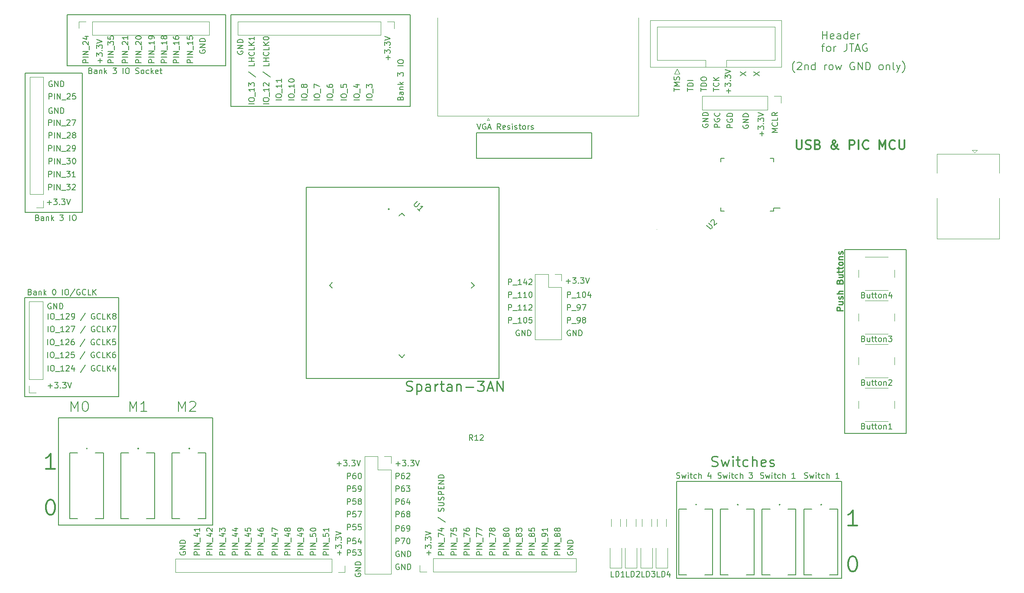
<source format=gbr>
%TF.GenerationSoftware,KiCad,Pcbnew,7.0.1*%
%TF.CreationDate,2023-05-19T12:51:24+02:00*%
%TF.ProjectId,XilinxFPGADevelopmentBoard,58696c69-6e78-4465-9047-41446576656c,rev?*%
%TF.SameCoordinates,Original*%
%TF.FileFunction,Legend,Top*%
%TF.FilePolarity,Positive*%
%FSLAX46Y46*%
G04 Gerber Fmt 4.6, Leading zero omitted, Abs format (unit mm)*
G04 Created by KiCad (PCBNEW 7.0.1) date 2023-05-19 12:51:24*
%MOMM*%
%LPD*%
G01*
G04 APERTURE LIST*
%ADD10C,0.150000*%
%ADD11C,0.160000*%
%ADD12C,0.300000*%
%ADD13C,0.200000*%
%ADD14C,0.250000*%
%ADD15C,0.120000*%
%ADD16C,0.127000*%
%ADD17C,0.100000*%
G04 APERTURE END LIST*
D10*
X157990000Y-72109669D02*
X180490000Y-72109669D01*
X180490000Y-77109669D01*
X157990000Y-77109669D01*
X157990000Y-72109669D01*
X124700000Y-82850000D02*
X162400000Y-82850000D01*
X162400000Y-120200000D01*
X124700000Y-120200000D01*
X124700000Y-82850000D01*
X76290000Y-127930000D02*
X106390000Y-127930000D01*
X106390000Y-148930000D01*
X76290000Y-148930000D01*
X76290000Y-127930000D01*
X197100000Y-140389500D02*
X229400000Y-140389500D01*
X229400000Y-159389500D01*
X197100000Y-159389500D01*
X197100000Y-140389500D01*
X69700000Y-104400000D02*
X88060000Y-104400000D01*
X88060000Y-123750000D01*
X69700000Y-123750000D01*
X69700000Y-104400000D01*
X110000000Y-49000000D02*
X145000000Y-49000000D01*
X145000000Y-67000000D01*
X110000000Y-67000000D01*
X110000000Y-49000000D01*
X230000000Y-95000000D02*
X242000000Y-95000000D01*
X242000000Y-131000000D01*
X230000000Y-131000000D01*
X230000000Y-95000000D01*
X78000000Y-49000000D02*
X109000000Y-49000000D01*
X109000000Y-59000000D01*
X78000000Y-59000000D01*
X78000000Y-49000000D01*
X69750000Y-60450000D02*
X80950000Y-60450000D01*
X80950000Y-87700000D01*
X69750000Y-87700000D01*
X69750000Y-60450000D01*
D11*
X103865380Y-154738095D02*
X102765380Y-154738095D01*
X102765380Y-154738095D02*
X102765380Y-154319047D01*
X102765380Y-154319047D02*
X102817761Y-154214285D01*
X102817761Y-154214285D02*
X102870142Y-154161904D01*
X102870142Y-154161904D02*
X102974904Y-154109523D01*
X102974904Y-154109523D02*
X103132047Y-154109523D01*
X103132047Y-154109523D02*
X103236809Y-154161904D01*
X103236809Y-154161904D02*
X103289190Y-154214285D01*
X103289190Y-154214285D02*
X103341571Y-154319047D01*
X103341571Y-154319047D02*
X103341571Y-154738095D01*
X103865380Y-153638095D02*
X102765380Y-153638095D01*
X103865380Y-153114285D02*
X102765380Y-153114285D01*
X102765380Y-153114285D02*
X103865380Y-152485713D01*
X103865380Y-152485713D02*
X102765380Y-152485713D01*
X103970142Y-152223809D02*
X103970142Y-151385713D01*
X103132047Y-150652380D02*
X103865380Y-150652380D01*
X102713000Y-150914285D02*
X103498714Y-151176190D01*
X103498714Y-151176190D02*
X103498714Y-150495237D01*
X103865380Y-149499999D02*
X103865380Y-150128571D01*
X103865380Y-149814285D02*
X102765380Y-149814285D01*
X102765380Y-149814285D02*
X102922523Y-149919047D01*
X102922523Y-149919047D02*
X103027285Y-150023809D01*
X103027285Y-150023809D02*
X103079666Y-150128571D01*
X209565380Y-60942857D02*
X210665380Y-60209523D01*
X209565380Y-60209523D02*
X210665380Y-60942857D01*
X166865380Y-154738095D02*
X165765380Y-154738095D01*
X165765380Y-154738095D02*
X165765380Y-154319047D01*
X165765380Y-154319047D02*
X165817761Y-154214285D01*
X165817761Y-154214285D02*
X165870142Y-154161904D01*
X165870142Y-154161904D02*
X165974904Y-154109523D01*
X165974904Y-154109523D02*
X166132047Y-154109523D01*
X166132047Y-154109523D02*
X166236809Y-154161904D01*
X166236809Y-154161904D02*
X166289190Y-154214285D01*
X166289190Y-154214285D02*
X166341571Y-154319047D01*
X166341571Y-154319047D02*
X166341571Y-154738095D01*
X166865380Y-153638095D02*
X165765380Y-153638095D01*
X166865380Y-153114285D02*
X165765380Y-153114285D01*
X165765380Y-153114285D02*
X166865380Y-152485713D01*
X166865380Y-152485713D02*
X165765380Y-152485713D01*
X166970142Y-152223809D02*
X166970142Y-151385713D01*
X166236809Y-150966666D02*
X166184428Y-151071428D01*
X166184428Y-151071428D02*
X166132047Y-151123809D01*
X166132047Y-151123809D02*
X166027285Y-151176190D01*
X166027285Y-151176190D02*
X165974904Y-151176190D01*
X165974904Y-151176190D02*
X165870142Y-151123809D01*
X165870142Y-151123809D02*
X165817761Y-151071428D01*
X165817761Y-151071428D02*
X165765380Y-150966666D01*
X165765380Y-150966666D02*
X165765380Y-150757142D01*
X165765380Y-150757142D02*
X165817761Y-150652380D01*
X165817761Y-150652380D02*
X165870142Y-150599999D01*
X165870142Y-150599999D02*
X165974904Y-150547618D01*
X165974904Y-150547618D02*
X166027285Y-150547618D01*
X166027285Y-150547618D02*
X166132047Y-150599999D01*
X166132047Y-150599999D02*
X166184428Y-150652380D01*
X166184428Y-150652380D02*
X166236809Y-150757142D01*
X166236809Y-150757142D02*
X166236809Y-150966666D01*
X166236809Y-150966666D02*
X166289190Y-151071428D01*
X166289190Y-151071428D02*
X166341571Y-151123809D01*
X166341571Y-151123809D02*
X166446333Y-151176190D01*
X166446333Y-151176190D02*
X166655857Y-151176190D01*
X166655857Y-151176190D02*
X166760619Y-151123809D01*
X166760619Y-151123809D02*
X166813000Y-151071428D01*
X166813000Y-151071428D02*
X166865380Y-150966666D01*
X166865380Y-150966666D02*
X166865380Y-150757142D01*
X166865380Y-150757142D02*
X166813000Y-150652380D01*
X166813000Y-150652380D02*
X166760619Y-150599999D01*
X166760619Y-150599999D02*
X166655857Y-150547618D01*
X166655857Y-150547618D02*
X166446333Y-150547618D01*
X166446333Y-150547618D02*
X166341571Y-150599999D01*
X166341571Y-150599999D02*
X166289190Y-150652380D01*
X166289190Y-150652380D02*
X166236809Y-150757142D01*
X165765380Y-150180952D02*
X165765380Y-149499999D01*
X165765380Y-149499999D02*
X166184428Y-149866666D01*
X166184428Y-149866666D02*
X166184428Y-149709523D01*
X166184428Y-149709523D02*
X166236809Y-149604761D01*
X166236809Y-149604761D02*
X166289190Y-149552380D01*
X166289190Y-149552380D02*
X166393952Y-149499999D01*
X166393952Y-149499999D02*
X166655857Y-149499999D01*
X166655857Y-149499999D02*
X166760619Y-149552380D01*
X166760619Y-149552380D02*
X166813000Y-149604761D01*
X166813000Y-149604761D02*
X166865380Y-149709523D01*
X166865380Y-149709523D02*
X166865380Y-150023809D01*
X166865380Y-150023809D02*
X166813000Y-150128571D01*
X166813000Y-150128571D02*
X166760619Y-150180952D01*
X74411904Y-73165380D02*
X74411904Y-72065380D01*
X74411904Y-72065380D02*
X74830952Y-72065380D01*
X74830952Y-72065380D02*
X74935714Y-72117761D01*
X74935714Y-72117761D02*
X74988095Y-72170142D01*
X74988095Y-72170142D02*
X75040476Y-72274904D01*
X75040476Y-72274904D02*
X75040476Y-72432047D01*
X75040476Y-72432047D02*
X74988095Y-72536809D01*
X74988095Y-72536809D02*
X74935714Y-72589190D01*
X74935714Y-72589190D02*
X74830952Y-72641571D01*
X74830952Y-72641571D02*
X74411904Y-72641571D01*
X75511904Y-73165380D02*
X75511904Y-72065380D01*
X76035714Y-73165380D02*
X76035714Y-72065380D01*
X76035714Y-72065380D02*
X76664286Y-73165380D01*
X76664286Y-73165380D02*
X76664286Y-72065380D01*
X76926191Y-73270142D02*
X77764286Y-73270142D01*
X77973809Y-72170142D02*
X78026190Y-72117761D01*
X78026190Y-72117761D02*
X78130952Y-72065380D01*
X78130952Y-72065380D02*
X78392857Y-72065380D01*
X78392857Y-72065380D02*
X78497619Y-72117761D01*
X78497619Y-72117761D02*
X78550000Y-72170142D01*
X78550000Y-72170142D02*
X78602381Y-72274904D01*
X78602381Y-72274904D02*
X78602381Y-72379666D01*
X78602381Y-72379666D02*
X78550000Y-72536809D01*
X78550000Y-72536809D02*
X77921428Y-73165380D01*
X77921428Y-73165380D02*
X78602381Y-73165380D01*
X79230952Y-72536809D02*
X79126190Y-72484428D01*
X79126190Y-72484428D02*
X79073809Y-72432047D01*
X79073809Y-72432047D02*
X79021428Y-72327285D01*
X79021428Y-72327285D02*
X79021428Y-72274904D01*
X79021428Y-72274904D02*
X79073809Y-72170142D01*
X79073809Y-72170142D02*
X79126190Y-72117761D01*
X79126190Y-72117761D02*
X79230952Y-72065380D01*
X79230952Y-72065380D02*
X79440476Y-72065380D01*
X79440476Y-72065380D02*
X79545238Y-72117761D01*
X79545238Y-72117761D02*
X79597619Y-72170142D01*
X79597619Y-72170142D02*
X79650000Y-72274904D01*
X79650000Y-72274904D02*
X79650000Y-72327285D01*
X79650000Y-72327285D02*
X79597619Y-72432047D01*
X79597619Y-72432047D02*
X79545238Y-72484428D01*
X79545238Y-72484428D02*
X79440476Y-72536809D01*
X79440476Y-72536809D02*
X79230952Y-72536809D01*
X79230952Y-72536809D02*
X79126190Y-72589190D01*
X79126190Y-72589190D02*
X79073809Y-72641571D01*
X79073809Y-72641571D02*
X79021428Y-72746333D01*
X79021428Y-72746333D02*
X79021428Y-72955857D01*
X79021428Y-72955857D02*
X79073809Y-73060619D01*
X79073809Y-73060619D02*
X79126190Y-73113000D01*
X79126190Y-73113000D02*
X79230952Y-73165380D01*
X79230952Y-73165380D02*
X79440476Y-73165380D01*
X79440476Y-73165380D02*
X79545238Y-73113000D01*
X79545238Y-73113000D02*
X79597619Y-73060619D01*
X79597619Y-73060619D02*
X79650000Y-72955857D01*
X79650000Y-72955857D02*
X79650000Y-72746333D01*
X79650000Y-72746333D02*
X79597619Y-72641571D01*
X79597619Y-72641571D02*
X79545238Y-72589190D01*
X79545238Y-72589190D02*
X79440476Y-72536809D01*
X175817761Y-154161904D02*
X175765380Y-154266666D01*
X175765380Y-154266666D02*
X175765380Y-154423809D01*
X175765380Y-154423809D02*
X175817761Y-154580952D01*
X175817761Y-154580952D02*
X175922523Y-154685714D01*
X175922523Y-154685714D02*
X176027285Y-154738095D01*
X176027285Y-154738095D02*
X176236809Y-154790476D01*
X176236809Y-154790476D02*
X176393952Y-154790476D01*
X176393952Y-154790476D02*
X176603476Y-154738095D01*
X176603476Y-154738095D02*
X176708238Y-154685714D01*
X176708238Y-154685714D02*
X176813000Y-154580952D01*
X176813000Y-154580952D02*
X176865380Y-154423809D01*
X176865380Y-154423809D02*
X176865380Y-154319047D01*
X176865380Y-154319047D02*
X176813000Y-154161904D01*
X176813000Y-154161904D02*
X176760619Y-154109523D01*
X176760619Y-154109523D02*
X176393952Y-154109523D01*
X176393952Y-154109523D02*
X176393952Y-154319047D01*
X176865380Y-153638095D02*
X175765380Y-153638095D01*
X175765380Y-153638095D02*
X176865380Y-153009523D01*
X176865380Y-153009523D02*
X175765380Y-153009523D01*
X176865380Y-152485714D02*
X175765380Y-152485714D01*
X175765380Y-152485714D02*
X175765380Y-152223809D01*
X175765380Y-152223809D02*
X175817761Y-152066666D01*
X175817761Y-152066666D02*
X175922523Y-151961904D01*
X175922523Y-151961904D02*
X176027285Y-151909523D01*
X176027285Y-151909523D02*
X176236809Y-151857142D01*
X176236809Y-151857142D02*
X176393952Y-151857142D01*
X176393952Y-151857142D02*
X176603476Y-151909523D01*
X176603476Y-151909523D02*
X176708238Y-151961904D01*
X176708238Y-151961904D02*
X176813000Y-152066666D01*
X176813000Y-152066666D02*
X176865380Y-152223809D01*
X176865380Y-152223809D02*
X176865380Y-152485714D01*
X124865380Y-65738095D02*
X123765380Y-65738095D01*
X123765380Y-65004761D02*
X123765380Y-64795237D01*
X123765380Y-64795237D02*
X123817761Y-64690475D01*
X123817761Y-64690475D02*
X123922523Y-64585713D01*
X123922523Y-64585713D02*
X124132047Y-64533332D01*
X124132047Y-64533332D02*
X124498714Y-64533332D01*
X124498714Y-64533332D02*
X124708238Y-64585713D01*
X124708238Y-64585713D02*
X124813000Y-64690475D01*
X124813000Y-64690475D02*
X124865380Y-64795237D01*
X124865380Y-64795237D02*
X124865380Y-65004761D01*
X124865380Y-65004761D02*
X124813000Y-65109523D01*
X124813000Y-65109523D02*
X124708238Y-65214285D01*
X124708238Y-65214285D02*
X124498714Y-65266666D01*
X124498714Y-65266666D02*
X124132047Y-65266666D01*
X124132047Y-65266666D02*
X123922523Y-65214285D01*
X123922523Y-65214285D02*
X123817761Y-65109523D01*
X123817761Y-65109523D02*
X123765380Y-65004761D01*
X124970142Y-64323809D02*
X124970142Y-63485713D01*
X124236809Y-63066666D02*
X124184428Y-63171428D01*
X124184428Y-63171428D02*
X124132047Y-63223809D01*
X124132047Y-63223809D02*
X124027285Y-63276190D01*
X124027285Y-63276190D02*
X123974904Y-63276190D01*
X123974904Y-63276190D02*
X123870142Y-63223809D01*
X123870142Y-63223809D02*
X123817761Y-63171428D01*
X123817761Y-63171428D02*
X123765380Y-63066666D01*
X123765380Y-63066666D02*
X123765380Y-62857142D01*
X123765380Y-62857142D02*
X123817761Y-62752380D01*
X123817761Y-62752380D02*
X123870142Y-62699999D01*
X123870142Y-62699999D02*
X123974904Y-62647618D01*
X123974904Y-62647618D02*
X124027285Y-62647618D01*
X124027285Y-62647618D02*
X124132047Y-62699999D01*
X124132047Y-62699999D02*
X124184428Y-62752380D01*
X124184428Y-62752380D02*
X124236809Y-62857142D01*
X124236809Y-62857142D02*
X124236809Y-63066666D01*
X124236809Y-63066666D02*
X124289190Y-63171428D01*
X124289190Y-63171428D02*
X124341571Y-63223809D01*
X124341571Y-63223809D02*
X124446333Y-63276190D01*
X124446333Y-63276190D02*
X124655857Y-63276190D01*
X124655857Y-63276190D02*
X124760619Y-63223809D01*
X124760619Y-63223809D02*
X124813000Y-63171428D01*
X124813000Y-63171428D02*
X124865380Y-63066666D01*
X124865380Y-63066666D02*
X124865380Y-62857142D01*
X124865380Y-62857142D02*
X124813000Y-62752380D01*
X124813000Y-62752380D02*
X124760619Y-62699999D01*
X124760619Y-62699999D02*
X124655857Y-62647618D01*
X124655857Y-62647618D02*
X124446333Y-62647618D01*
X124446333Y-62647618D02*
X124341571Y-62699999D01*
X124341571Y-62699999D02*
X124289190Y-62752380D01*
X124289190Y-62752380D02*
X124236809Y-62857142D01*
X187850714Y-159059880D02*
X187326904Y-159059880D01*
X187326904Y-159059880D02*
X187326904Y-157959880D01*
X188217380Y-159059880D02*
X188217380Y-157959880D01*
X188217380Y-157959880D02*
X188479285Y-157959880D01*
X188479285Y-157959880D02*
X188636428Y-158012261D01*
X188636428Y-158012261D02*
X188741190Y-158117023D01*
X188741190Y-158117023D02*
X188793571Y-158221785D01*
X188793571Y-158221785D02*
X188845952Y-158431309D01*
X188845952Y-158431309D02*
X188845952Y-158588452D01*
X188845952Y-158588452D02*
X188793571Y-158797976D01*
X188793571Y-158797976D02*
X188741190Y-158902738D01*
X188741190Y-158902738D02*
X188636428Y-159007500D01*
X188636428Y-159007500D02*
X188479285Y-159059880D01*
X188479285Y-159059880D02*
X188217380Y-159059880D01*
X189264999Y-158064642D02*
X189317380Y-158012261D01*
X189317380Y-158012261D02*
X189422142Y-157959880D01*
X189422142Y-157959880D02*
X189684047Y-157959880D01*
X189684047Y-157959880D02*
X189788809Y-158012261D01*
X189788809Y-158012261D02*
X189841190Y-158064642D01*
X189841190Y-158064642D02*
X189893571Y-158169404D01*
X189893571Y-158169404D02*
X189893571Y-158274166D01*
X189893571Y-158274166D02*
X189841190Y-158431309D01*
X189841190Y-158431309D02*
X189212618Y-159059880D01*
X189212618Y-159059880D02*
X189893571Y-159059880D01*
X87065380Y-58438095D02*
X85965380Y-58438095D01*
X85965380Y-58438095D02*
X85965380Y-58019047D01*
X85965380Y-58019047D02*
X86017761Y-57914285D01*
X86017761Y-57914285D02*
X86070142Y-57861904D01*
X86070142Y-57861904D02*
X86174904Y-57809523D01*
X86174904Y-57809523D02*
X86332047Y-57809523D01*
X86332047Y-57809523D02*
X86436809Y-57861904D01*
X86436809Y-57861904D02*
X86489190Y-57914285D01*
X86489190Y-57914285D02*
X86541571Y-58019047D01*
X86541571Y-58019047D02*
X86541571Y-58438095D01*
X87065380Y-57338095D02*
X85965380Y-57338095D01*
X87065380Y-56814285D02*
X85965380Y-56814285D01*
X85965380Y-56814285D02*
X87065380Y-56185713D01*
X87065380Y-56185713D02*
X85965380Y-56185713D01*
X87170142Y-55923809D02*
X87170142Y-55085713D01*
X85965380Y-54928571D02*
X85965380Y-54247618D01*
X85965380Y-54247618D02*
X86384428Y-54614285D01*
X86384428Y-54614285D02*
X86384428Y-54457142D01*
X86384428Y-54457142D02*
X86436809Y-54352380D01*
X86436809Y-54352380D02*
X86489190Y-54299999D01*
X86489190Y-54299999D02*
X86593952Y-54247618D01*
X86593952Y-54247618D02*
X86855857Y-54247618D01*
X86855857Y-54247618D02*
X86960619Y-54299999D01*
X86960619Y-54299999D02*
X87013000Y-54352380D01*
X87013000Y-54352380D02*
X87065380Y-54457142D01*
X87065380Y-54457142D02*
X87065380Y-54771428D01*
X87065380Y-54771428D02*
X87013000Y-54876190D01*
X87013000Y-54876190D02*
X86960619Y-54928571D01*
X85965380Y-53252380D02*
X85965380Y-53776190D01*
X85965380Y-53776190D02*
X86489190Y-53828571D01*
X86489190Y-53828571D02*
X86436809Y-53776190D01*
X86436809Y-53776190D02*
X86384428Y-53671428D01*
X86384428Y-53671428D02*
X86384428Y-53409523D01*
X86384428Y-53409523D02*
X86436809Y-53304761D01*
X86436809Y-53304761D02*
X86489190Y-53252380D01*
X86489190Y-53252380D02*
X86593952Y-53199999D01*
X86593952Y-53199999D02*
X86855857Y-53199999D01*
X86855857Y-53199999D02*
X86960619Y-53252380D01*
X86960619Y-53252380D02*
X87013000Y-53304761D01*
X87013000Y-53304761D02*
X87065380Y-53409523D01*
X87065380Y-53409523D02*
X87065380Y-53671428D01*
X87065380Y-53671428D02*
X87013000Y-53776190D01*
X87013000Y-53776190D02*
X86960619Y-53828571D01*
X132761904Y-147365380D02*
X132761904Y-146265380D01*
X132761904Y-146265380D02*
X133180952Y-146265380D01*
X133180952Y-146265380D02*
X133285714Y-146317761D01*
X133285714Y-146317761D02*
X133338095Y-146370142D01*
X133338095Y-146370142D02*
X133390476Y-146474904D01*
X133390476Y-146474904D02*
X133390476Y-146632047D01*
X133390476Y-146632047D02*
X133338095Y-146736809D01*
X133338095Y-146736809D02*
X133285714Y-146789190D01*
X133285714Y-146789190D02*
X133180952Y-146841571D01*
X133180952Y-146841571D02*
X132761904Y-146841571D01*
X134385714Y-146265380D02*
X133861904Y-146265380D01*
X133861904Y-146265380D02*
X133809523Y-146789190D01*
X133809523Y-146789190D02*
X133861904Y-146736809D01*
X133861904Y-146736809D02*
X133966666Y-146684428D01*
X133966666Y-146684428D02*
X134228571Y-146684428D01*
X134228571Y-146684428D02*
X134333333Y-146736809D01*
X134333333Y-146736809D02*
X134385714Y-146789190D01*
X134385714Y-146789190D02*
X134438095Y-146893952D01*
X134438095Y-146893952D02*
X134438095Y-147155857D01*
X134438095Y-147155857D02*
X134385714Y-147260619D01*
X134385714Y-147260619D02*
X134333333Y-147313000D01*
X134333333Y-147313000D02*
X134228571Y-147365380D01*
X134228571Y-147365380D02*
X133966666Y-147365380D01*
X133966666Y-147365380D02*
X133861904Y-147313000D01*
X133861904Y-147313000D02*
X133809523Y-147260619D01*
X134804761Y-146265380D02*
X135538095Y-146265380D01*
X135538095Y-146265380D02*
X135066666Y-147365380D01*
D12*
X231385714Y-155032857D02*
X231671428Y-155032857D01*
X231671428Y-155032857D02*
X231957142Y-155175714D01*
X231957142Y-155175714D02*
X232100000Y-155318571D01*
X232100000Y-155318571D02*
X232242857Y-155604285D01*
X232242857Y-155604285D02*
X232385714Y-156175714D01*
X232385714Y-156175714D02*
X232385714Y-156890000D01*
X232385714Y-156890000D02*
X232242857Y-157461428D01*
X232242857Y-157461428D02*
X232100000Y-157747142D01*
X232100000Y-157747142D02*
X231957142Y-157890000D01*
X231957142Y-157890000D02*
X231671428Y-158032857D01*
X231671428Y-158032857D02*
X231385714Y-158032857D01*
X231385714Y-158032857D02*
X231100000Y-157890000D01*
X231100000Y-157890000D02*
X230957142Y-157747142D01*
X230957142Y-157747142D02*
X230814285Y-157461428D01*
X230814285Y-157461428D02*
X230671428Y-156890000D01*
X230671428Y-156890000D02*
X230671428Y-156175714D01*
X230671428Y-156175714D02*
X230814285Y-155604285D01*
X230814285Y-155604285D02*
X230957142Y-155318571D01*
X230957142Y-155318571D02*
X231100000Y-155175714D01*
X231100000Y-155175714D02*
X231385714Y-155032857D01*
D11*
X74411904Y-78215380D02*
X74411904Y-77115380D01*
X74411904Y-77115380D02*
X74830952Y-77115380D01*
X74830952Y-77115380D02*
X74935714Y-77167761D01*
X74935714Y-77167761D02*
X74988095Y-77220142D01*
X74988095Y-77220142D02*
X75040476Y-77324904D01*
X75040476Y-77324904D02*
X75040476Y-77482047D01*
X75040476Y-77482047D02*
X74988095Y-77586809D01*
X74988095Y-77586809D02*
X74935714Y-77639190D01*
X74935714Y-77639190D02*
X74830952Y-77691571D01*
X74830952Y-77691571D02*
X74411904Y-77691571D01*
X75511904Y-78215380D02*
X75511904Y-77115380D01*
X76035714Y-78215380D02*
X76035714Y-77115380D01*
X76035714Y-77115380D02*
X76664286Y-78215380D01*
X76664286Y-78215380D02*
X76664286Y-77115380D01*
X76926191Y-78320142D02*
X77764286Y-78320142D01*
X77921428Y-77115380D02*
X78602381Y-77115380D01*
X78602381Y-77115380D02*
X78235714Y-77534428D01*
X78235714Y-77534428D02*
X78392857Y-77534428D01*
X78392857Y-77534428D02*
X78497619Y-77586809D01*
X78497619Y-77586809D02*
X78550000Y-77639190D01*
X78550000Y-77639190D02*
X78602381Y-77743952D01*
X78602381Y-77743952D02*
X78602381Y-78005857D01*
X78602381Y-78005857D02*
X78550000Y-78110619D01*
X78550000Y-78110619D02*
X78497619Y-78163000D01*
X78497619Y-78163000D02*
X78392857Y-78215380D01*
X78392857Y-78215380D02*
X78078571Y-78215380D01*
X78078571Y-78215380D02*
X77973809Y-78163000D01*
X77973809Y-78163000D02*
X77921428Y-78110619D01*
X79283333Y-77115380D02*
X79388095Y-77115380D01*
X79388095Y-77115380D02*
X79492857Y-77167761D01*
X79492857Y-77167761D02*
X79545238Y-77220142D01*
X79545238Y-77220142D02*
X79597619Y-77324904D01*
X79597619Y-77324904D02*
X79650000Y-77534428D01*
X79650000Y-77534428D02*
X79650000Y-77796333D01*
X79650000Y-77796333D02*
X79597619Y-78005857D01*
X79597619Y-78005857D02*
X79545238Y-78110619D01*
X79545238Y-78110619D02*
X79492857Y-78163000D01*
X79492857Y-78163000D02*
X79388095Y-78215380D01*
X79388095Y-78215380D02*
X79283333Y-78215380D01*
X79283333Y-78215380D02*
X79178571Y-78163000D01*
X79178571Y-78163000D02*
X79126190Y-78110619D01*
X79126190Y-78110619D02*
X79073809Y-78005857D01*
X79073809Y-78005857D02*
X79021428Y-77796333D01*
X79021428Y-77796333D02*
X79021428Y-77534428D01*
X79021428Y-77534428D02*
X79073809Y-77324904D01*
X79073809Y-77324904D02*
X79126190Y-77220142D01*
X79126190Y-77220142D02*
X79178571Y-77167761D01*
X79178571Y-77167761D02*
X79283333Y-77115380D01*
D12*
X75585714Y-137932857D02*
X73871428Y-137932857D01*
X74728571Y-137932857D02*
X74728571Y-134932857D01*
X74728571Y-134932857D02*
X74442857Y-135361428D01*
X74442857Y-135361428D02*
X74157142Y-135647142D01*
X74157142Y-135647142D02*
X73871428Y-135790000D01*
D11*
X74061904Y-85796333D02*
X74900000Y-85796333D01*
X74480952Y-86215380D02*
X74480952Y-85377285D01*
X75319047Y-85115380D02*
X76000000Y-85115380D01*
X76000000Y-85115380D02*
X75633333Y-85534428D01*
X75633333Y-85534428D02*
X75790476Y-85534428D01*
X75790476Y-85534428D02*
X75895238Y-85586809D01*
X75895238Y-85586809D02*
X75947619Y-85639190D01*
X75947619Y-85639190D02*
X76000000Y-85743952D01*
X76000000Y-85743952D02*
X76000000Y-86005857D01*
X76000000Y-86005857D02*
X75947619Y-86110619D01*
X75947619Y-86110619D02*
X75895238Y-86163000D01*
X75895238Y-86163000D02*
X75790476Y-86215380D01*
X75790476Y-86215380D02*
X75476190Y-86215380D01*
X75476190Y-86215380D02*
X75371428Y-86163000D01*
X75371428Y-86163000D02*
X75319047Y-86110619D01*
X76471428Y-86110619D02*
X76523809Y-86163000D01*
X76523809Y-86163000D02*
X76471428Y-86215380D01*
X76471428Y-86215380D02*
X76419047Y-86163000D01*
X76419047Y-86163000D02*
X76471428Y-86110619D01*
X76471428Y-86110619D02*
X76471428Y-86215380D01*
X76890476Y-85115380D02*
X77571429Y-85115380D01*
X77571429Y-85115380D02*
X77204762Y-85534428D01*
X77204762Y-85534428D02*
X77361905Y-85534428D01*
X77361905Y-85534428D02*
X77466667Y-85586809D01*
X77466667Y-85586809D02*
X77519048Y-85639190D01*
X77519048Y-85639190D02*
X77571429Y-85743952D01*
X77571429Y-85743952D02*
X77571429Y-86005857D01*
X77571429Y-86005857D02*
X77519048Y-86110619D01*
X77519048Y-86110619D02*
X77466667Y-86163000D01*
X77466667Y-86163000D02*
X77361905Y-86215380D01*
X77361905Y-86215380D02*
X77047619Y-86215380D01*
X77047619Y-86215380D02*
X76942857Y-86163000D01*
X76942857Y-86163000D02*
X76890476Y-86110619D01*
X77885714Y-85115380D02*
X78252381Y-86215380D01*
X78252381Y-86215380D02*
X78619048Y-85115380D01*
X193850714Y-159059880D02*
X193326904Y-159059880D01*
X193326904Y-159059880D02*
X193326904Y-157959880D01*
X194217380Y-159059880D02*
X194217380Y-157959880D01*
X194217380Y-157959880D02*
X194479285Y-157959880D01*
X194479285Y-157959880D02*
X194636428Y-158012261D01*
X194636428Y-158012261D02*
X194741190Y-158117023D01*
X194741190Y-158117023D02*
X194793571Y-158221785D01*
X194793571Y-158221785D02*
X194845952Y-158431309D01*
X194845952Y-158431309D02*
X194845952Y-158588452D01*
X194845952Y-158588452D02*
X194793571Y-158797976D01*
X194793571Y-158797976D02*
X194741190Y-158902738D01*
X194741190Y-158902738D02*
X194636428Y-159007500D01*
X194636428Y-159007500D02*
X194479285Y-159059880D01*
X194479285Y-159059880D02*
X194217380Y-159059880D01*
X195788809Y-158326547D02*
X195788809Y-159059880D01*
X195526904Y-157907500D02*
X195264999Y-158693214D01*
X195264999Y-158693214D02*
X195945952Y-158693214D01*
X108865380Y-154738095D02*
X107765380Y-154738095D01*
X107765380Y-154738095D02*
X107765380Y-154319047D01*
X107765380Y-154319047D02*
X107817761Y-154214285D01*
X107817761Y-154214285D02*
X107870142Y-154161904D01*
X107870142Y-154161904D02*
X107974904Y-154109523D01*
X107974904Y-154109523D02*
X108132047Y-154109523D01*
X108132047Y-154109523D02*
X108236809Y-154161904D01*
X108236809Y-154161904D02*
X108289190Y-154214285D01*
X108289190Y-154214285D02*
X108341571Y-154319047D01*
X108341571Y-154319047D02*
X108341571Y-154738095D01*
X108865380Y-153638095D02*
X107765380Y-153638095D01*
X108865380Y-153114285D02*
X107765380Y-153114285D01*
X107765380Y-153114285D02*
X108865380Y-152485713D01*
X108865380Y-152485713D02*
X107765380Y-152485713D01*
X108970142Y-152223809D02*
X108970142Y-151385713D01*
X108132047Y-150652380D02*
X108865380Y-150652380D01*
X107713000Y-150914285D02*
X108498714Y-151176190D01*
X108498714Y-151176190D02*
X108498714Y-150495237D01*
X107765380Y-150180952D02*
X107765380Y-149499999D01*
X107765380Y-149499999D02*
X108184428Y-149866666D01*
X108184428Y-149866666D02*
X108184428Y-149709523D01*
X108184428Y-149709523D02*
X108236809Y-149604761D01*
X108236809Y-149604761D02*
X108289190Y-149552380D01*
X108289190Y-149552380D02*
X108393952Y-149499999D01*
X108393952Y-149499999D02*
X108655857Y-149499999D01*
X108655857Y-149499999D02*
X108760619Y-149552380D01*
X108760619Y-149552380D02*
X108813000Y-149604761D01*
X108813000Y-149604761D02*
X108865380Y-149709523D01*
X108865380Y-149709523D02*
X108865380Y-150023809D01*
X108865380Y-150023809D02*
X108813000Y-150128571D01*
X108813000Y-150128571D02*
X108760619Y-150180952D01*
D13*
X78766190Y-126685238D02*
X78766190Y-124685238D01*
X78766190Y-124685238D02*
X79432857Y-126113809D01*
X79432857Y-126113809D02*
X80099523Y-124685238D01*
X80099523Y-124685238D02*
X80099523Y-126685238D01*
X81432856Y-124685238D02*
X81623333Y-124685238D01*
X81623333Y-124685238D02*
X81813809Y-124780476D01*
X81813809Y-124780476D02*
X81909047Y-124875714D01*
X81909047Y-124875714D02*
X82004285Y-125066190D01*
X82004285Y-125066190D02*
X82099523Y-125447142D01*
X82099523Y-125447142D02*
X82099523Y-125923333D01*
X82099523Y-125923333D02*
X82004285Y-126304285D01*
X82004285Y-126304285D02*
X81909047Y-126494761D01*
X81909047Y-126494761D02*
X81813809Y-126590000D01*
X81813809Y-126590000D02*
X81623333Y-126685238D01*
X81623333Y-126685238D02*
X81432856Y-126685238D01*
X81432856Y-126685238D02*
X81242380Y-126590000D01*
X81242380Y-126590000D02*
X81147142Y-126494761D01*
X81147142Y-126494761D02*
X81051904Y-126304285D01*
X81051904Y-126304285D02*
X80956666Y-125923333D01*
X80956666Y-125923333D02*
X80956666Y-125447142D01*
X80956666Y-125447142D02*
X81051904Y-125066190D01*
X81051904Y-125066190D02*
X81147142Y-124875714D01*
X81147142Y-124875714D02*
X81242380Y-124780476D01*
X81242380Y-124780476D02*
X81432856Y-124685238D01*
D11*
X117405380Y-66478095D02*
X116305380Y-66478095D01*
X116305380Y-65744761D02*
X116305380Y-65535237D01*
X116305380Y-65535237D02*
X116357761Y-65430475D01*
X116357761Y-65430475D02*
X116462523Y-65325713D01*
X116462523Y-65325713D02*
X116672047Y-65273332D01*
X116672047Y-65273332D02*
X117038714Y-65273332D01*
X117038714Y-65273332D02*
X117248238Y-65325713D01*
X117248238Y-65325713D02*
X117353000Y-65430475D01*
X117353000Y-65430475D02*
X117405380Y-65535237D01*
X117405380Y-65535237D02*
X117405380Y-65744761D01*
X117405380Y-65744761D02*
X117353000Y-65849523D01*
X117353000Y-65849523D02*
X117248238Y-65954285D01*
X117248238Y-65954285D02*
X117038714Y-66006666D01*
X117038714Y-66006666D02*
X116672047Y-66006666D01*
X116672047Y-66006666D02*
X116462523Y-65954285D01*
X116462523Y-65954285D02*
X116357761Y-65849523D01*
X116357761Y-65849523D02*
X116305380Y-65744761D01*
X117510142Y-65063809D02*
X117510142Y-64225713D01*
X117405380Y-63387618D02*
X117405380Y-64016190D01*
X117405380Y-63701904D02*
X116305380Y-63701904D01*
X116305380Y-63701904D02*
X116462523Y-63806666D01*
X116462523Y-63806666D02*
X116567285Y-63911428D01*
X116567285Y-63911428D02*
X116619666Y-64016190D01*
X116410142Y-62968571D02*
X116357761Y-62916190D01*
X116357761Y-62916190D02*
X116305380Y-62811428D01*
X116305380Y-62811428D02*
X116305380Y-62549523D01*
X116305380Y-62549523D02*
X116357761Y-62444761D01*
X116357761Y-62444761D02*
X116410142Y-62392380D01*
X116410142Y-62392380D02*
X116514904Y-62339999D01*
X116514904Y-62339999D02*
X116619666Y-62339999D01*
X116619666Y-62339999D02*
X116776809Y-62392380D01*
X116776809Y-62392380D02*
X117405380Y-63020952D01*
X117405380Y-63020952D02*
X117405380Y-62339999D01*
X116253000Y-60244761D02*
X117667285Y-61187619D01*
X117405380Y-58516190D02*
X117405380Y-59040000D01*
X117405380Y-59040000D02*
X116305380Y-59040000D01*
X117405380Y-58149524D02*
X116305380Y-58149524D01*
X116829190Y-58149524D02*
X116829190Y-57520952D01*
X117405380Y-57520952D02*
X116305380Y-57520952D01*
X117300619Y-56368571D02*
X117353000Y-56420952D01*
X117353000Y-56420952D02*
X117405380Y-56578095D01*
X117405380Y-56578095D02*
X117405380Y-56682857D01*
X117405380Y-56682857D02*
X117353000Y-56840000D01*
X117353000Y-56840000D02*
X117248238Y-56944762D01*
X117248238Y-56944762D02*
X117143476Y-56997143D01*
X117143476Y-56997143D02*
X116933952Y-57049524D01*
X116933952Y-57049524D02*
X116776809Y-57049524D01*
X116776809Y-57049524D02*
X116567285Y-56997143D01*
X116567285Y-56997143D02*
X116462523Y-56944762D01*
X116462523Y-56944762D02*
X116357761Y-56840000D01*
X116357761Y-56840000D02*
X116305380Y-56682857D01*
X116305380Y-56682857D02*
X116305380Y-56578095D01*
X116305380Y-56578095D02*
X116357761Y-56420952D01*
X116357761Y-56420952D02*
X116410142Y-56368571D01*
X117405380Y-55373333D02*
X117405380Y-55897143D01*
X117405380Y-55897143D02*
X116305380Y-55897143D01*
X117405380Y-55006667D02*
X116305380Y-55006667D01*
X117405380Y-54378095D02*
X116776809Y-54849524D01*
X116305380Y-54378095D02*
X116933952Y-55006667D01*
X116305380Y-53697143D02*
X116305380Y-53592381D01*
X116305380Y-53592381D02*
X116357761Y-53487619D01*
X116357761Y-53487619D02*
X116410142Y-53435238D01*
X116410142Y-53435238D02*
X116514904Y-53382857D01*
X116514904Y-53382857D02*
X116724428Y-53330476D01*
X116724428Y-53330476D02*
X116986333Y-53330476D01*
X116986333Y-53330476D02*
X117195857Y-53382857D01*
X117195857Y-53382857D02*
X117300619Y-53435238D01*
X117300619Y-53435238D02*
X117353000Y-53487619D01*
X117353000Y-53487619D02*
X117405380Y-53592381D01*
X117405380Y-53592381D02*
X117405380Y-53697143D01*
X117405380Y-53697143D02*
X117353000Y-53801905D01*
X117353000Y-53801905D02*
X117300619Y-53854286D01*
X117300619Y-53854286D02*
X117195857Y-53906667D01*
X117195857Y-53906667D02*
X116986333Y-53959048D01*
X116986333Y-53959048D02*
X116724428Y-53959048D01*
X116724428Y-53959048D02*
X116514904Y-53906667D01*
X116514904Y-53906667D02*
X116410142Y-53854286D01*
X116410142Y-53854286D02*
X116357761Y-53801905D01*
X116357761Y-53801905D02*
X116305380Y-53697143D01*
X95015380Y-58388095D02*
X93915380Y-58388095D01*
X93915380Y-58388095D02*
X93915380Y-57969047D01*
X93915380Y-57969047D02*
X93967761Y-57864285D01*
X93967761Y-57864285D02*
X94020142Y-57811904D01*
X94020142Y-57811904D02*
X94124904Y-57759523D01*
X94124904Y-57759523D02*
X94282047Y-57759523D01*
X94282047Y-57759523D02*
X94386809Y-57811904D01*
X94386809Y-57811904D02*
X94439190Y-57864285D01*
X94439190Y-57864285D02*
X94491571Y-57969047D01*
X94491571Y-57969047D02*
X94491571Y-58388095D01*
X95015380Y-57288095D02*
X93915380Y-57288095D01*
X95015380Y-56764285D02*
X93915380Y-56764285D01*
X93915380Y-56764285D02*
X95015380Y-56135713D01*
X95015380Y-56135713D02*
X93915380Y-56135713D01*
X95120142Y-55873809D02*
X95120142Y-55035713D01*
X95015380Y-54197618D02*
X95015380Y-54826190D01*
X95015380Y-54511904D02*
X93915380Y-54511904D01*
X93915380Y-54511904D02*
X94072523Y-54616666D01*
X94072523Y-54616666D02*
X94177285Y-54721428D01*
X94177285Y-54721428D02*
X94229666Y-54826190D01*
X95015380Y-53673809D02*
X95015380Y-53464285D01*
X95015380Y-53464285D02*
X94963000Y-53359523D01*
X94963000Y-53359523D02*
X94910619Y-53307142D01*
X94910619Y-53307142D02*
X94753476Y-53202380D01*
X94753476Y-53202380D02*
X94543952Y-53149999D01*
X94543952Y-53149999D02*
X94124904Y-53149999D01*
X94124904Y-53149999D02*
X94020142Y-53202380D01*
X94020142Y-53202380D02*
X93967761Y-53254761D01*
X93967761Y-53254761D02*
X93915380Y-53359523D01*
X93915380Y-53359523D02*
X93915380Y-53569047D01*
X93915380Y-53569047D02*
X93967761Y-53673809D01*
X93967761Y-53673809D02*
X94020142Y-53726190D01*
X94020142Y-53726190D02*
X94124904Y-53778571D01*
X94124904Y-53778571D02*
X94386809Y-53778571D01*
X94386809Y-53778571D02*
X94491571Y-53726190D01*
X94491571Y-53726190D02*
X94543952Y-53673809D01*
X94543952Y-53673809D02*
X94596333Y-53569047D01*
X94596333Y-53569047D02*
X94596333Y-53359523D01*
X94596333Y-53359523D02*
X94543952Y-53254761D01*
X94543952Y-53254761D02*
X94491571Y-53202380D01*
X94491571Y-53202380D02*
X94386809Y-53149999D01*
X74261904Y-121696333D02*
X75100000Y-121696333D01*
X74680952Y-122115380D02*
X74680952Y-121277285D01*
X75519047Y-121015380D02*
X76200000Y-121015380D01*
X76200000Y-121015380D02*
X75833333Y-121434428D01*
X75833333Y-121434428D02*
X75990476Y-121434428D01*
X75990476Y-121434428D02*
X76095238Y-121486809D01*
X76095238Y-121486809D02*
X76147619Y-121539190D01*
X76147619Y-121539190D02*
X76200000Y-121643952D01*
X76200000Y-121643952D02*
X76200000Y-121905857D01*
X76200000Y-121905857D02*
X76147619Y-122010619D01*
X76147619Y-122010619D02*
X76095238Y-122063000D01*
X76095238Y-122063000D02*
X75990476Y-122115380D01*
X75990476Y-122115380D02*
X75676190Y-122115380D01*
X75676190Y-122115380D02*
X75571428Y-122063000D01*
X75571428Y-122063000D02*
X75519047Y-122010619D01*
X76671428Y-122010619D02*
X76723809Y-122063000D01*
X76723809Y-122063000D02*
X76671428Y-122115380D01*
X76671428Y-122115380D02*
X76619047Y-122063000D01*
X76619047Y-122063000D02*
X76671428Y-122010619D01*
X76671428Y-122010619D02*
X76671428Y-122115380D01*
X77090476Y-121015380D02*
X77771429Y-121015380D01*
X77771429Y-121015380D02*
X77404762Y-121434428D01*
X77404762Y-121434428D02*
X77561905Y-121434428D01*
X77561905Y-121434428D02*
X77666667Y-121486809D01*
X77666667Y-121486809D02*
X77719048Y-121539190D01*
X77719048Y-121539190D02*
X77771429Y-121643952D01*
X77771429Y-121643952D02*
X77771429Y-121905857D01*
X77771429Y-121905857D02*
X77719048Y-122010619D01*
X77719048Y-122010619D02*
X77666667Y-122063000D01*
X77666667Y-122063000D02*
X77561905Y-122115380D01*
X77561905Y-122115380D02*
X77247619Y-122115380D01*
X77247619Y-122115380D02*
X77142857Y-122063000D01*
X77142857Y-122063000D02*
X77090476Y-122010619D01*
X78085714Y-121015380D02*
X78452381Y-122115380D01*
X78452381Y-122115380D02*
X78819048Y-121015380D01*
X176338095Y-110817761D02*
X176233333Y-110765380D01*
X176233333Y-110765380D02*
X176076190Y-110765380D01*
X176076190Y-110765380D02*
X175919047Y-110817761D01*
X175919047Y-110817761D02*
X175814285Y-110922523D01*
X175814285Y-110922523D02*
X175761904Y-111027285D01*
X175761904Y-111027285D02*
X175709523Y-111236809D01*
X175709523Y-111236809D02*
X175709523Y-111393952D01*
X175709523Y-111393952D02*
X175761904Y-111603476D01*
X175761904Y-111603476D02*
X175814285Y-111708238D01*
X175814285Y-111708238D02*
X175919047Y-111813000D01*
X175919047Y-111813000D02*
X176076190Y-111865380D01*
X176076190Y-111865380D02*
X176180952Y-111865380D01*
X176180952Y-111865380D02*
X176338095Y-111813000D01*
X176338095Y-111813000D02*
X176390476Y-111760619D01*
X176390476Y-111760619D02*
X176390476Y-111393952D01*
X176390476Y-111393952D02*
X176180952Y-111393952D01*
X176861904Y-111865380D02*
X176861904Y-110765380D01*
X176861904Y-110765380D02*
X177490476Y-111865380D01*
X177490476Y-111865380D02*
X177490476Y-110765380D01*
X178014285Y-111865380D02*
X178014285Y-110765380D01*
X178014285Y-110765380D02*
X178276190Y-110765380D01*
X178276190Y-110765380D02*
X178433333Y-110817761D01*
X178433333Y-110817761D02*
X178538095Y-110922523D01*
X178538095Y-110922523D02*
X178590476Y-111027285D01*
X178590476Y-111027285D02*
X178642857Y-111236809D01*
X178642857Y-111236809D02*
X178642857Y-111393952D01*
X178642857Y-111393952D02*
X178590476Y-111603476D01*
X178590476Y-111603476D02*
X178538095Y-111708238D01*
X178538095Y-111708238D02*
X178433333Y-111813000D01*
X178433333Y-111813000D02*
X178276190Y-111865380D01*
X178276190Y-111865380D02*
X178014285Y-111865380D01*
X113865380Y-154738095D02*
X112765380Y-154738095D01*
X112765380Y-154738095D02*
X112765380Y-154319047D01*
X112765380Y-154319047D02*
X112817761Y-154214285D01*
X112817761Y-154214285D02*
X112870142Y-154161904D01*
X112870142Y-154161904D02*
X112974904Y-154109523D01*
X112974904Y-154109523D02*
X113132047Y-154109523D01*
X113132047Y-154109523D02*
X113236809Y-154161904D01*
X113236809Y-154161904D02*
X113289190Y-154214285D01*
X113289190Y-154214285D02*
X113341571Y-154319047D01*
X113341571Y-154319047D02*
X113341571Y-154738095D01*
X113865380Y-153638095D02*
X112765380Y-153638095D01*
X113865380Y-153114285D02*
X112765380Y-153114285D01*
X112765380Y-153114285D02*
X113865380Y-152485713D01*
X113865380Y-152485713D02*
X112765380Y-152485713D01*
X113970142Y-152223809D02*
X113970142Y-151385713D01*
X113132047Y-150652380D02*
X113865380Y-150652380D01*
X112713000Y-150914285D02*
X113498714Y-151176190D01*
X113498714Y-151176190D02*
X113498714Y-150495237D01*
X112765380Y-149552380D02*
X112765380Y-150076190D01*
X112765380Y-150076190D02*
X113289190Y-150128571D01*
X113289190Y-150128571D02*
X113236809Y-150076190D01*
X113236809Y-150076190D02*
X113184428Y-149971428D01*
X113184428Y-149971428D02*
X113184428Y-149709523D01*
X113184428Y-149709523D02*
X113236809Y-149604761D01*
X113236809Y-149604761D02*
X113289190Y-149552380D01*
X113289190Y-149552380D02*
X113393952Y-149499999D01*
X113393952Y-149499999D02*
X113655857Y-149499999D01*
X113655857Y-149499999D02*
X113760619Y-149552380D01*
X113760619Y-149552380D02*
X113813000Y-149604761D01*
X113813000Y-149604761D02*
X113865380Y-149709523D01*
X113865380Y-149709523D02*
X113865380Y-149971428D01*
X113865380Y-149971428D02*
X113813000Y-150076190D01*
X113813000Y-150076190D02*
X113760619Y-150128571D01*
D12*
X220528571Y-73579714D02*
X220528571Y-75036857D01*
X220528571Y-75036857D02*
X220614285Y-75208285D01*
X220614285Y-75208285D02*
X220700000Y-75294000D01*
X220700000Y-75294000D02*
X220871428Y-75379714D01*
X220871428Y-75379714D02*
X221214285Y-75379714D01*
X221214285Y-75379714D02*
X221385714Y-75294000D01*
X221385714Y-75294000D02*
X221471428Y-75208285D01*
X221471428Y-75208285D02*
X221557142Y-75036857D01*
X221557142Y-75036857D02*
X221557142Y-73579714D01*
X222328571Y-75294000D02*
X222585714Y-75379714D01*
X222585714Y-75379714D02*
X223014285Y-75379714D01*
X223014285Y-75379714D02*
X223185714Y-75294000D01*
X223185714Y-75294000D02*
X223271428Y-75208285D01*
X223271428Y-75208285D02*
X223357142Y-75036857D01*
X223357142Y-75036857D02*
X223357142Y-74865428D01*
X223357142Y-74865428D02*
X223271428Y-74694000D01*
X223271428Y-74694000D02*
X223185714Y-74608285D01*
X223185714Y-74608285D02*
X223014285Y-74522571D01*
X223014285Y-74522571D02*
X222671428Y-74436857D01*
X222671428Y-74436857D02*
X222499999Y-74351142D01*
X222499999Y-74351142D02*
X222414285Y-74265428D01*
X222414285Y-74265428D02*
X222328571Y-74094000D01*
X222328571Y-74094000D02*
X222328571Y-73922571D01*
X222328571Y-73922571D02*
X222414285Y-73751142D01*
X222414285Y-73751142D02*
X222499999Y-73665428D01*
X222499999Y-73665428D02*
X222671428Y-73579714D01*
X222671428Y-73579714D02*
X223099999Y-73579714D01*
X223099999Y-73579714D02*
X223357142Y-73665428D01*
X224728571Y-74436857D02*
X224985714Y-74522571D01*
X224985714Y-74522571D02*
X225071428Y-74608285D01*
X225071428Y-74608285D02*
X225157142Y-74779714D01*
X225157142Y-74779714D02*
X225157142Y-75036857D01*
X225157142Y-75036857D02*
X225071428Y-75208285D01*
X225071428Y-75208285D02*
X224985714Y-75294000D01*
X224985714Y-75294000D02*
X224814285Y-75379714D01*
X224814285Y-75379714D02*
X224128571Y-75379714D01*
X224128571Y-75379714D02*
X224128571Y-73579714D01*
X224128571Y-73579714D02*
X224728571Y-73579714D01*
X224728571Y-73579714D02*
X224900000Y-73665428D01*
X224900000Y-73665428D02*
X224985714Y-73751142D01*
X224985714Y-73751142D02*
X225071428Y-73922571D01*
X225071428Y-73922571D02*
X225071428Y-74094000D01*
X225071428Y-74094000D02*
X224985714Y-74265428D01*
X224985714Y-74265428D02*
X224900000Y-74351142D01*
X224900000Y-74351142D02*
X224728571Y-74436857D01*
X224728571Y-74436857D02*
X224128571Y-74436857D01*
X228757143Y-75379714D02*
X228671429Y-75379714D01*
X228671429Y-75379714D02*
X228500000Y-75294000D01*
X228500000Y-75294000D02*
X228242857Y-75036857D01*
X228242857Y-75036857D02*
X227814286Y-74522571D01*
X227814286Y-74522571D02*
X227642857Y-74265428D01*
X227642857Y-74265428D02*
X227557143Y-74008285D01*
X227557143Y-74008285D02*
X227557143Y-73836857D01*
X227557143Y-73836857D02*
X227642857Y-73665428D01*
X227642857Y-73665428D02*
X227814286Y-73579714D01*
X227814286Y-73579714D02*
X227900000Y-73579714D01*
X227900000Y-73579714D02*
X228071429Y-73665428D01*
X228071429Y-73665428D02*
X228157143Y-73836857D01*
X228157143Y-73836857D02*
X228157143Y-73922571D01*
X228157143Y-73922571D02*
X228071429Y-74094000D01*
X228071429Y-74094000D02*
X227985714Y-74179714D01*
X227985714Y-74179714D02*
X227471429Y-74522571D01*
X227471429Y-74522571D02*
X227385714Y-74608285D01*
X227385714Y-74608285D02*
X227300000Y-74779714D01*
X227300000Y-74779714D02*
X227300000Y-75036857D01*
X227300000Y-75036857D02*
X227385714Y-75208285D01*
X227385714Y-75208285D02*
X227471429Y-75294000D01*
X227471429Y-75294000D02*
X227642857Y-75379714D01*
X227642857Y-75379714D02*
X227900000Y-75379714D01*
X227900000Y-75379714D02*
X228071429Y-75294000D01*
X228071429Y-75294000D02*
X228157143Y-75208285D01*
X228157143Y-75208285D02*
X228414286Y-74865428D01*
X228414286Y-74865428D02*
X228500000Y-74608285D01*
X228500000Y-74608285D02*
X228500000Y-74436857D01*
X230900000Y-75379714D02*
X230900000Y-73579714D01*
X230900000Y-73579714D02*
X231585714Y-73579714D01*
X231585714Y-73579714D02*
X231757143Y-73665428D01*
X231757143Y-73665428D02*
X231842857Y-73751142D01*
X231842857Y-73751142D02*
X231928571Y-73922571D01*
X231928571Y-73922571D02*
X231928571Y-74179714D01*
X231928571Y-74179714D02*
X231842857Y-74351142D01*
X231842857Y-74351142D02*
X231757143Y-74436857D01*
X231757143Y-74436857D02*
X231585714Y-74522571D01*
X231585714Y-74522571D02*
X230900000Y-74522571D01*
X232700000Y-75379714D02*
X232700000Y-73579714D01*
X234585714Y-75208285D02*
X234500000Y-75294000D01*
X234500000Y-75294000D02*
X234242857Y-75379714D01*
X234242857Y-75379714D02*
X234071429Y-75379714D01*
X234071429Y-75379714D02*
X233814286Y-75294000D01*
X233814286Y-75294000D02*
X233642857Y-75122571D01*
X233642857Y-75122571D02*
X233557143Y-74951142D01*
X233557143Y-74951142D02*
X233471429Y-74608285D01*
X233471429Y-74608285D02*
X233471429Y-74351142D01*
X233471429Y-74351142D02*
X233557143Y-74008285D01*
X233557143Y-74008285D02*
X233642857Y-73836857D01*
X233642857Y-73836857D02*
X233814286Y-73665428D01*
X233814286Y-73665428D02*
X234071429Y-73579714D01*
X234071429Y-73579714D02*
X234242857Y-73579714D01*
X234242857Y-73579714D02*
X234500000Y-73665428D01*
X234500000Y-73665428D02*
X234585714Y-73751142D01*
X236728572Y-75379714D02*
X236728572Y-73579714D01*
X236728572Y-73579714D02*
X237328572Y-74865428D01*
X237328572Y-74865428D02*
X237928572Y-73579714D01*
X237928572Y-73579714D02*
X237928572Y-75379714D01*
X239814286Y-75208285D02*
X239728572Y-75294000D01*
X239728572Y-75294000D02*
X239471429Y-75379714D01*
X239471429Y-75379714D02*
X239300001Y-75379714D01*
X239300001Y-75379714D02*
X239042858Y-75294000D01*
X239042858Y-75294000D02*
X238871429Y-75122571D01*
X238871429Y-75122571D02*
X238785715Y-74951142D01*
X238785715Y-74951142D02*
X238700001Y-74608285D01*
X238700001Y-74608285D02*
X238700001Y-74351142D01*
X238700001Y-74351142D02*
X238785715Y-74008285D01*
X238785715Y-74008285D02*
X238871429Y-73836857D01*
X238871429Y-73836857D02*
X239042858Y-73665428D01*
X239042858Y-73665428D02*
X239300001Y-73579714D01*
X239300001Y-73579714D02*
X239471429Y-73579714D01*
X239471429Y-73579714D02*
X239728572Y-73665428D01*
X239728572Y-73665428D02*
X239814286Y-73751142D01*
X240585715Y-73579714D02*
X240585715Y-75036857D01*
X240585715Y-75036857D02*
X240671429Y-75208285D01*
X240671429Y-75208285D02*
X240757144Y-75294000D01*
X240757144Y-75294000D02*
X240928572Y-75379714D01*
X240928572Y-75379714D02*
X241271429Y-75379714D01*
X241271429Y-75379714D02*
X241442858Y-75294000D01*
X241442858Y-75294000D02*
X241528572Y-75208285D01*
X241528572Y-75208285D02*
X241614286Y-75036857D01*
X241614286Y-75036857D02*
X241614286Y-73579714D01*
D11*
X213746333Y-72738095D02*
X213746333Y-71900000D01*
X214165380Y-72319047D02*
X213327285Y-72319047D01*
X213065380Y-71480952D02*
X213065380Y-70799999D01*
X213065380Y-70799999D02*
X213484428Y-71166666D01*
X213484428Y-71166666D02*
X213484428Y-71009523D01*
X213484428Y-71009523D02*
X213536809Y-70904761D01*
X213536809Y-70904761D02*
X213589190Y-70852380D01*
X213589190Y-70852380D02*
X213693952Y-70799999D01*
X213693952Y-70799999D02*
X213955857Y-70799999D01*
X213955857Y-70799999D02*
X214060619Y-70852380D01*
X214060619Y-70852380D02*
X214113000Y-70904761D01*
X214113000Y-70904761D02*
X214165380Y-71009523D01*
X214165380Y-71009523D02*
X214165380Y-71323809D01*
X214165380Y-71323809D02*
X214113000Y-71428571D01*
X214113000Y-71428571D02*
X214060619Y-71480952D01*
X214060619Y-70328571D02*
X214113000Y-70276190D01*
X214113000Y-70276190D02*
X214165380Y-70328571D01*
X214165380Y-70328571D02*
X214113000Y-70380952D01*
X214113000Y-70380952D02*
X214060619Y-70328571D01*
X214060619Y-70328571D02*
X214165380Y-70328571D01*
X213065380Y-69909523D02*
X213065380Y-69228570D01*
X213065380Y-69228570D02*
X213484428Y-69595237D01*
X213484428Y-69595237D02*
X213484428Y-69438094D01*
X213484428Y-69438094D02*
X213536809Y-69333332D01*
X213536809Y-69333332D02*
X213589190Y-69280951D01*
X213589190Y-69280951D02*
X213693952Y-69228570D01*
X213693952Y-69228570D02*
X213955857Y-69228570D01*
X213955857Y-69228570D02*
X214060619Y-69280951D01*
X214060619Y-69280951D02*
X214113000Y-69333332D01*
X214113000Y-69333332D02*
X214165380Y-69438094D01*
X214165380Y-69438094D02*
X214165380Y-69752380D01*
X214165380Y-69752380D02*
X214113000Y-69857142D01*
X214113000Y-69857142D02*
X214060619Y-69909523D01*
X213065380Y-68914285D02*
X214165380Y-68547618D01*
X214165380Y-68547618D02*
X213065380Y-68180951D01*
X74261904Y-108615380D02*
X74261904Y-107515380D01*
X74995238Y-107515380D02*
X75204762Y-107515380D01*
X75204762Y-107515380D02*
X75309524Y-107567761D01*
X75309524Y-107567761D02*
X75414286Y-107672523D01*
X75414286Y-107672523D02*
X75466667Y-107882047D01*
X75466667Y-107882047D02*
X75466667Y-108248714D01*
X75466667Y-108248714D02*
X75414286Y-108458238D01*
X75414286Y-108458238D02*
X75309524Y-108563000D01*
X75309524Y-108563000D02*
X75204762Y-108615380D01*
X75204762Y-108615380D02*
X74995238Y-108615380D01*
X74995238Y-108615380D02*
X74890476Y-108563000D01*
X74890476Y-108563000D02*
X74785714Y-108458238D01*
X74785714Y-108458238D02*
X74733333Y-108248714D01*
X74733333Y-108248714D02*
X74733333Y-107882047D01*
X74733333Y-107882047D02*
X74785714Y-107672523D01*
X74785714Y-107672523D02*
X74890476Y-107567761D01*
X74890476Y-107567761D02*
X74995238Y-107515380D01*
X75676191Y-108720142D02*
X76514286Y-108720142D01*
X77352381Y-108615380D02*
X76723809Y-108615380D01*
X77038095Y-108615380D02*
X77038095Y-107515380D01*
X77038095Y-107515380D02*
X76933333Y-107672523D01*
X76933333Y-107672523D02*
X76828571Y-107777285D01*
X76828571Y-107777285D02*
X76723809Y-107829666D01*
X77771428Y-107620142D02*
X77823809Y-107567761D01*
X77823809Y-107567761D02*
X77928571Y-107515380D01*
X77928571Y-107515380D02*
X78190476Y-107515380D01*
X78190476Y-107515380D02*
X78295238Y-107567761D01*
X78295238Y-107567761D02*
X78347619Y-107620142D01*
X78347619Y-107620142D02*
X78400000Y-107724904D01*
X78400000Y-107724904D02*
X78400000Y-107829666D01*
X78400000Y-107829666D02*
X78347619Y-107986809D01*
X78347619Y-107986809D02*
X77719047Y-108615380D01*
X77719047Y-108615380D02*
X78400000Y-108615380D01*
X78923809Y-108615380D02*
X79133333Y-108615380D01*
X79133333Y-108615380D02*
X79238095Y-108563000D01*
X79238095Y-108563000D02*
X79290476Y-108510619D01*
X79290476Y-108510619D02*
X79395238Y-108353476D01*
X79395238Y-108353476D02*
X79447619Y-108143952D01*
X79447619Y-108143952D02*
X79447619Y-107724904D01*
X79447619Y-107724904D02*
X79395238Y-107620142D01*
X79395238Y-107620142D02*
X79342857Y-107567761D01*
X79342857Y-107567761D02*
X79238095Y-107515380D01*
X79238095Y-107515380D02*
X79028571Y-107515380D01*
X79028571Y-107515380D02*
X78923809Y-107567761D01*
X78923809Y-107567761D02*
X78871428Y-107620142D01*
X78871428Y-107620142D02*
X78819047Y-107724904D01*
X78819047Y-107724904D02*
X78819047Y-107986809D01*
X78819047Y-107986809D02*
X78871428Y-108091571D01*
X78871428Y-108091571D02*
X78923809Y-108143952D01*
X78923809Y-108143952D02*
X79028571Y-108196333D01*
X79028571Y-108196333D02*
X79238095Y-108196333D01*
X79238095Y-108196333D02*
X79342857Y-108143952D01*
X79342857Y-108143952D02*
X79395238Y-108091571D01*
X79395238Y-108091571D02*
X79447619Y-107986809D01*
X81542857Y-107463000D02*
X80599999Y-108877285D01*
X83323809Y-107567761D02*
X83219047Y-107515380D01*
X83219047Y-107515380D02*
X83061904Y-107515380D01*
X83061904Y-107515380D02*
X82904761Y-107567761D01*
X82904761Y-107567761D02*
X82799999Y-107672523D01*
X82799999Y-107672523D02*
X82747618Y-107777285D01*
X82747618Y-107777285D02*
X82695237Y-107986809D01*
X82695237Y-107986809D02*
X82695237Y-108143952D01*
X82695237Y-108143952D02*
X82747618Y-108353476D01*
X82747618Y-108353476D02*
X82799999Y-108458238D01*
X82799999Y-108458238D02*
X82904761Y-108563000D01*
X82904761Y-108563000D02*
X83061904Y-108615380D01*
X83061904Y-108615380D02*
X83166666Y-108615380D01*
X83166666Y-108615380D02*
X83323809Y-108563000D01*
X83323809Y-108563000D02*
X83376190Y-108510619D01*
X83376190Y-108510619D02*
X83376190Y-108143952D01*
X83376190Y-108143952D02*
X83166666Y-108143952D01*
X84476190Y-108510619D02*
X84423809Y-108563000D01*
X84423809Y-108563000D02*
X84266666Y-108615380D01*
X84266666Y-108615380D02*
X84161904Y-108615380D01*
X84161904Y-108615380D02*
X84004761Y-108563000D01*
X84004761Y-108563000D02*
X83899999Y-108458238D01*
X83899999Y-108458238D02*
X83847618Y-108353476D01*
X83847618Y-108353476D02*
X83795237Y-108143952D01*
X83795237Y-108143952D02*
X83795237Y-107986809D01*
X83795237Y-107986809D02*
X83847618Y-107777285D01*
X83847618Y-107777285D02*
X83899999Y-107672523D01*
X83899999Y-107672523D02*
X84004761Y-107567761D01*
X84004761Y-107567761D02*
X84161904Y-107515380D01*
X84161904Y-107515380D02*
X84266666Y-107515380D01*
X84266666Y-107515380D02*
X84423809Y-107567761D01*
X84423809Y-107567761D02*
X84476190Y-107620142D01*
X85471428Y-108615380D02*
X84947618Y-108615380D01*
X84947618Y-108615380D02*
X84947618Y-107515380D01*
X85838094Y-108615380D02*
X85838094Y-107515380D01*
X86466666Y-108615380D02*
X85995237Y-107986809D01*
X86466666Y-107515380D02*
X85838094Y-108143952D01*
X87095237Y-107986809D02*
X86990475Y-107934428D01*
X86990475Y-107934428D02*
X86938094Y-107882047D01*
X86938094Y-107882047D02*
X86885713Y-107777285D01*
X86885713Y-107777285D02*
X86885713Y-107724904D01*
X86885713Y-107724904D02*
X86938094Y-107620142D01*
X86938094Y-107620142D02*
X86990475Y-107567761D01*
X86990475Y-107567761D02*
X87095237Y-107515380D01*
X87095237Y-107515380D02*
X87304761Y-107515380D01*
X87304761Y-107515380D02*
X87409523Y-107567761D01*
X87409523Y-107567761D02*
X87461904Y-107620142D01*
X87461904Y-107620142D02*
X87514285Y-107724904D01*
X87514285Y-107724904D02*
X87514285Y-107777285D01*
X87514285Y-107777285D02*
X87461904Y-107882047D01*
X87461904Y-107882047D02*
X87409523Y-107934428D01*
X87409523Y-107934428D02*
X87304761Y-107986809D01*
X87304761Y-107986809D02*
X87095237Y-107986809D01*
X87095237Y-107986809D02*
X86990475Y-108039190D01*
X86990475Y-108039190D02*
X86938094Y-108091571D01*
X86938094Y-108091571D02*
X86885713Y-108196333D01*
X86885713Y-108196333D02*
X86885713Y-108405857D01*
X86885713Y-108405857D02*
X86938094Y-108510619D01*
X86938094Y-108510619D02*
X86990475Y-108563000D01*
X86990475Y-108563000D02*
X87095237Y-108615380D01*
X87095237Y-108615380D02*
X87304761Y-108615380D01*
X87304761Y-108615380D02*
X87409523Y-108563000D01*
X87409523Y-108563000D02*
X87461904Y-108510619D01*
X87461904Y-108510619D02*
X87514285Y-108405857D01*
X87514285Y-108405857D02*
X87514285Y-108196333D01*
X87514285Y-108196333D02*
X87461904Y-108091571D01*
X87461904Y-108091571D02*
X87409523Y-108039190D01*
X87409523Y-108039190D02*
X87304761Y-107986809D01*
X82165380Y-58438095D02*
X81065380Y-58438095D01*
X81065380Y-58438095D02*
X81065380Y-58019047D01*
X81065380Y-58019047D02*
X81117761Y-57914285D01*
X81117761Y-57914285D02*
X81170142Y-57861904D01*
X81170142Y-57861904D02*
X81274904Y-57809523D01*
X81274904Y-57809523D02*
X81432047Y-57809523D01*
X81432047Y-57809523D02*
X81536809Y-57861904D01*
X81536809Y-57861904D02*
X81589190Y-57914285D01*
X81589190Y-57914285D02*
X81641571Y-58019047D01*
X81641571Y-58019047D02*
X81641571Y-58438095D01*
X82165380Y-57338095D02*
X81065380Y-57338095D01*
X82165380Y-56814285D02*
X81065380Y-56814285D01*
X81065380Y-56814285D02*
X82165380Y-56185713D01*
X82165380Y-56185713D02*
X81065380Y-56185713D01*
X82270142Y-55923809D02*
X82270142Y-55085713D01*
X81170142Y-54876190D02*
X81117761Y-54823809D01*
X81117761Y-54823809D02*
X81065380Y-54719047D01*
X81065380Y-54719047D02*
X81065380Y-54457142D01*
X81065380Y-54457142D02*
X81117761Y-54352380D01*
X81117761Y-54352380D02*
X81170142Y-54299999D01*
X81170142Y-54299999D02*
X81274904Y-54247618D01*
X81274904Y-54247618D02*
X81379666Y-54247618D01*
X81379666Y-54247618D02*
X81536809Y-54299999D01*
X81536809Y-54299999D02*
X82165380Y-54928571D01*
X82165380Y-54928571D02*
X82165380Y-54247618D01*
X81432047Y-53304761D02*
X82165380Y-53304761D01*
X81013000Y-53566666D02*
X81798714Y-53828571D01*
X81798714Y-53828571D02*
X81798714Y-53147618D01*
X74361904Y-83315380D02*
X74361904Y-82215380D01*
X74361904Y-82215380D02*
X74780952Y-82215380D01*
X74780952Y-82215380D02*
X74885714Y-82267761D01*
X74885714Y-82267761D02*
X74938095Y-82320142D01*
X74938095Y-82320142D02*
X74990476Y-82424904D01*
X74990476Y-82424904D02*
X74990476Y-82582047D01*
X74990476Y-82582047D02*
X74938095Y-82686809D01*
X74938095Y-82686809D02*
X74885714Y-82739190D01*
X74885714Y-82739190D02*
X74780952Y-82791571D01*
X74780952Y-82791571D02*
X74361904Y-82791571D01*
X75461904Y-83315380D02*
X75461904Y-82215380D01*
X75985714Y-83315380D02*
X75985714Y-82215380D01*
X75985714Y-82215380D02*
X76614286Y-83315380D01*
X76614286Y-83315380D02*
X76614286Y-82215380D01*
X76876191Y-83420142D02*
X77714286Y-83420142D01*
X77871428Y-82215380D02*
X78552381Y-82215380D01*
X78552381Y-82215380D02*
X78185714Y-82634428D01*
X78185714Y-82634428D02*
X78342857Y-82634428D01*
X78342857Y-82634428D02*
X78447619Y-82686809D01*
X78447619Y-82686809D02*
X78500000Y-82739190D01*
X78500000Y-82739190D02*
X78552381Y-82843952D01*
X78552381Y-82843952D02*
X78552381Y-83105857D01*
X78552381Y-83105857D02*
X78500000Y-83210619D01*
X78500000Y-83210619D02*
X78447619Y-83263000D01*
X78447619Y-83263000D02*
X78342857Y-83315380D01*
X78342857Y-83315380D02*
X78028571Y-83315380D01*
X78028571Y-83315380D02*
X77923809Y-83263000D01*
X77923809Y-83263000D02*
X77871428Y-83210619D01*
X78971428Y-82320142D02*
X79023809Y-82267761D01*
X79023809Y-82267761D02*
X79128571Y-82215380D01*
X79128571Y-82215380D02*
X79390476Y-82215380D01*
X79390476Y-82215380D02*
X79495238Y-82267761D01*
X79495238Y-82267761D02*
X79547619Y-82320142D01*
X79547619Y-82320142D02*
X79600000Y-82424904D01*
X79600000Y-82424904D02*
X79600000Y-82529666D01*
X79600000Y-82529666D02*
X79547619Y-82686809D01*
X79547619Y-82686809D02*
X78919047Y-83315380D01*
X78919047Y-83315380D02*
X79600000Y-83315380D01*
X171865380Y-154738095D02*
X170765380Y-154738095D01*
X170765380Y-154738095D02*
X170765380Y-154319047D01*
X170765380Y-154319047D02*
X170817761Y-154214285D01*
X170817761Y-154214285D02*
X170870142Y-154161904D01*
X170870142Y-154161904D02*
X170974904Y-154109523D01*
X170974904Y-154109523D02*
X171132047Y-154109523D01*
X171132047Y-154109523D02*
X171236809Y-154161904D01*
X171236809Y-154161904D02*
X171289190Y-154214285D01*
X171289190Y-154214285D02*
X171341571Y-154319047D01*
X171341571Y-154319047D02*
X171341571Y-154738095D01*
X171865380Y-153638095D02*
X170765380Y-153638095D01*
X171865380Y-153114285D02*
X170765380Y-153114285D01*
X170765380Y-153114285D02*
X171865380Y-152485713D01*
X171865380Y-152485713D02*
X170765380Y-152485713D01*
X171970142Y-152223809D02*
X171970142Y-151385713D01*
X171865380Y-151071428D02*
X171865380Y-150861904D01*
X171865380Y-150861904D02*
X171813000Y-150757142D01*
X171813000Y-150757142D02*
X171760619Y-150704761D01*
X171760619Y-150704761D02*
X171603476Y-150599999D01*
X171603476Y-150599999D02*
X171393952Y-150547618D01*
X171393952Y-150547618D02*
X170974904Y-150547618D01*
X170974904Y-150547618D02*
X170870142Y-150599999D01*
X170870142Y-150599999D02*
X170817761Y-150652380D01*
X170817761Y-150652380D02*
X170765380Y-150757142D01*
X170765380Y-150757142D02*
X170765380Y-150966666D01*
X170765380Y-150966666D02*
X170817761Y-151071428D01*
X170817761Y-151071428D02*
X170870142Y-151123809D01*
X170870142Y-151123809D02*
X170974904Y-151176190D01*
X170974904Y-151176190D02*
X171236809Y-151176190D01*
X171236809Y-151176190D02*
X171341571Y-151123809D01*
X171341571Y-151123809D02*
X171393952Y-151071428D01*
X171393952Y-151071428D02*
X171446333Y-150966666D01*
X171446333Y-150966666D02*
X171446333Y-150757142D01*
X171446333Y-150757142D02*
X171393952Y-150652380D01*
X171393952Y-150652380D02*
X171341571Y-150599999D01*
X171341571Y-150599999D02*
X171236809Y-150547618D01*
X171865380Y-149499999D02*
X171865380Y-150128571D01*
X171865380Y-149814285D02*
X170765380Y-149814285D01*
X170765380Y-149814285D02*
X170922523Y-149919047D01*
X170922523Y-149919047D02*
X171027285Y-150023809D01*
X171027285Y-150023809D02*
X171079666Y-150128571D01*
X75038095Y-67317761D02*
X74933333Y-67265380D01*
X74933333Y-67265380D02*
X74776190Y-67265380D01*
X74776190Y-67265380D02*
X74619047Y-67317761D01*
X74619047Y-67317761D02*
X74514285Y-67422523D01*
X74514285Y-67422523D02*
X74461904Y-67527285D01*
X74461904Y-67527285D02*
X74409523Y-67736809D01*
X74409523Y-67736809D02*
X74409523Y-67893952D01*
X74409523Y-67893952D02*
X74461904Y-68103476D01*
X74461904Y-68103476D02*
X74514285Y-68208238D01*
X74514285Y-68208238D02*
X74619047Y-68313000D01*
X74619047Y-68313000D02*
X74776190Y-68365380D01*
X74776190Y-68365380D02*
X74880952Y-68365380D01*
X74880952Y-68365380D02*
X75038095Y-68313000D01*
X75038095Y-68313000D02*
X75090476Y-68260619D01*
X75090476Y-68260619D02*
X75090476Y-67893952D01*
X75090476Y-67893952D02*
X74880952Y-67893952D01*
X75561904Y-68365380D02*
X75561904Y-67265380D01*
X75561904Y-67265380D02*
X76190476Y-68365380D01*
X76190476Y-68365380D02*
X76190476Y-67265380D01*
X76714285Y-68365380D02*
X76714285Y-67265380D01*
X76714285Y-67265380D02*
X76976190Y-67265380D01*
X76976190Y-67265380D02*
X77133333Y-67317761D01*
X77133333Y-67317761D02*
X77238095Y-67422523D01*
X77238095Y-67422523D02*
X77290476Y-67527285D01*
X77290476Y-67527285D02*
X77342857Y-67736809D01*
X77342857Y-67736809D02*
X77342857Y-67893952D01*
X77342857Y-67893952D02*
X77290476Y-68103476D01*
X77290476Y-68103476D02*
X77238095Y-68208238D01*
X77238095Y-68208238D02*
X77133333Y-68313000D01*
X77133333Y-68313000D02*
X76976190Y-68365380D01*
X76976190Y-68365380D02*
X76714285Y-68365380D01*
X135115380Y-65738095D02*
X134015380Y-65738095D01*
X134015380Y-65004761D02*
X134015380Y-64795237D01*
X134015380Y-64795237D02*
X134067761Y-64690475D01*
X134067761Y-64690475D02*
X134172523Y-64585713D01*
X134172523Y-64585713D02*
X134382047Y-64533332D01*
X134382047Y-64533332D02*
X134748714Y-64533332D01*
X134748714Y-64533332D02*
X134958238Y-64585713D01*
X134958238Y-64585713D02*
X135063000Y-64690475D01*
X135063000Y-64690475D02*
X135115380Y-64795237D01*
X135115380Y-64795237D02*
X135115380Y-65004761D01*
X135115380Y-65004761D02*
X135063000Y-65109523D01*
X135063000Y-65109523D02*
X134958238Y-65214285D01*
X134958238Y-65214285D02*
X134748714Y-65266666D01*
X134748714Y-65266666D02*
X134382047Y-65266666D01*
X134382047Y-65266666D02*
X134172523Y-65214285D01*
X134172523Y-65214285D02*
X134067761Y-65109523D01*
X134067761Y-65109523D02*
X134015380Y-65004761D01*
X135220142Y-64323809D02*
X135220142Y-63485713D01*
X134382047Y-62752380D02*
X135115380Y-62752380D01*
X133963000Y-63014285D02*
X134748714Y-63276190D01*
X134748714Y-63276190D02*
X134748714Y-62595237D01*
X140696333Y-57838095D02*
X140696333Y-57000000D01*
X141115380Y-57419047D02*
X140277285Y-57419047D01*
X140015380Y-56580952D02*
X140015380Y-55899999D01*
X140015380Y-55899999D02*
X140434428Y-56266666D01*
X140434428Y-56266666D02*
X140434428Y-56109523D01*
X140434428Y-56109523D02*
X140486809Y-56004761D01*
X140486809Y-56004761D02*
X140539190Y-55952380D01*
X140539190Y-55952380D02*
X140643952Y-55899999D01*
X140643952Y-55899999D02*
X140905857Y-55899999D01*
X140905857Y-55899999D02*
X141010619Y-55952380D01*
X141010619Y-55952380D02*
X141063000Y-56004761D01*
X141063000Y-56004761D02*
X141115380Y-56109523D01*
X141115380Y-56109523D02*
X141115380Y-56423809D01*
X141115380Y-56423809D02*
X141063000Y-56528571D01*
X141063000Y-56528571D02*
X141010619Y-56580952D01*
X141010619Y-55428571D02*
X141063000Y-55376190D01*
X141063000Y-55376190D02*
X141115380Y-55428571D01*
X141115380Y-55428571D02*
X141063000Y-55480952D01*
X141063000Y-55480952D02*
X141010619Y-55428571D01*
X141010619Y-55428571D02*
X141115380Y-55428571D01*
X140015380Y-55009523D02*
X140015380Y-54328570D01*
X140015380Y-54328570D02*
X140434428Y-54695237D01*
X140434428Y-54695237D02*
X140434428Y-54538094D01*
X140434428Y-54538094D02*
X140486809Y-54433332D01*
X140486809Y-54433332D02*
X140539190Y-54380951D01*
X140539190Y-54380951D02*
X140643952Y-54328570D01*
X140643952Y-54328570D02*
X140905857Y-54328570D01*
X140905857Y-54328570D02*
X141010619Y-54380951D01*
X141010619Y-54380951D02*
X141063000Y-54433332D01*
X141063000Y-54433332D02*
X141115380Y-54538094D01*
X141115380Y-54538094D02*
X141115380Y-54852380D01*
X141115380Y-54852380D02*
X141063000Y-54957142D01*
X141063000Y-54957142D02*
X141010619Y-55009523D01*
X140015380Y-54014285D02*
X141115380Y-53647618D01*
X141115380Y-53647618D02*
X140015380Y-53280951D01*
X169365380Y-154738095D02*
X168265380Y-154738095D01*
X168265380Y-154738095D02*
X168265380Y-154319047D01*
X168265380Y-154319047D02*
X168317761Y-154214285D01*
X168317761Y-154214285D02*
X168370142Y-154161904D01*
X168370142Y-154161904D02*
X168474904Y-154109523D01*
X168474904Y-154109523D02*
X168632047Y-154109523D01*
X168632047Y-154109523D02*
X168736809Y-154161904D01*
X168736809Y-154161904D02*
X168789190Y-154214285D01*
X168789190Y-154214285D02*
X168841571Y-154319047D01*
X168841571Y-154319047D02*
X168841571Y-154738095D01*
X169365380Y-153638095D02*
X168265380Y-153638095D01*
X169365380Y-153114285D02*
X168265380Y-153114285D01*
X168265380Y-153114285D02*
X169365380Y-152485713D01*
X169365380Y-152485713D02*
X168265380Y-152485713D01*
X169470142Y-152223809D02*
X169470142Y-151385713D01*
X168736809Y-150966666D02*
X168684428Y-151071428D01*
X168684428Y-151071428D02*
X168632047Y-151123809D01*
X168632047Y-151123809D02*
X168527285Y-151176190D01*
X168527285Y-151176190D02*
X168474904Y-151176190D01*
X168474904Y-151176190D02*
X168370142Y-151123809D01*
X168370142Y-151123809D02*
X168317761Y-151071428D01*
X168317761Y-151071428D02*
X168265380Y-150966666D01*
X168265380Y-150966666D02*
X168265380Y-150757142D01*
X168265380Y-150757142D02*
X168317761Y-150652380D01*
X168317761Y-150652380D02*
X168370142Y-150599999D01*
X168370142Y-150599999D02*
X168474904Y-150547618D01*
X168474904Y-150547618D02*
X168527285Y-150547618D01*
X168527285Y-150547618D02*
X168632047Y-150599999D01*
X168632047Y-150599999D02*
X168684428Y-150652380D01*
X168684428Y-150652380D02*
X168736809Y-150757142D01*
X168736809Y-150757142D02*
X168736809Y-150966666D01*
X168736809Y-150966666D02*
X168789190Y-151071428D01*
X168789190Y-151071428D02*
X168841571Y-151123809D01*
X168841571Y-151123809D02*
X168946333Y-151176190D01*
X168946333Y-151176190D02*
X169155857Y-151176190D01*
X169155857Y-151176190D02*
X169260619Y-151123809D01*
X169260619Y-151123809D02*
X169313000Y-151071428D01*
X169313000Y-151071428D02*
X169365380Y-150966666D01*
X169365380Y-150966666D02*
X169365380Y-150757142D01*
X169365380Y-150757142D02*
X169313000Y-150652380D01*
X169313000Y-150652380D02*
X169260619Y-150599999D01*
X169260619Y-150599999D02*
X169155857Y-150547618D01*
X169155857Y-150547618D02*
X168946333Y-150547618D01*
X168946333Y-150547618D02*
X168841571Y-150599999D01*
X168841571Y-150599999D02*
X168789190Y-150652380D01*
X168789190Y-150652380D02*
X168736809Y-150757142D01*
X168265380Y-149552380D02*
X168265380Y-150076190D01*
X168265380Y-150076190D02*
X168789190Y-150128571D01*
X168789190Y-150128571D02*
X168736809Y-150076190D01*
X168736809Y-150076190D02*
X168684428Y-149971428D01*
X168684428Y-149971428D02*
X168684428Y-149709523D01*
X168684428Y-149709523D02*
X168736809Y-149604761D01*
X168736809Y-149604761D02*
X168789190Y-149552380D01*
X168789190Y-149552380D02*
X168893952Y-149499999D01*
X168893952Y-149499999D02*
X169155857Y-149499999D01*
X169155857Y-149499999D02*
X169260619Y-149552380D01*
X169260619Y-149552380D02*
X169313000Y-149604761D01*
X169313000Y-149604761D02*
X169365380Y-149709523D01*
X169365380Y-149709523D02*
X169365380Y-149971428D01*
X169365380Y-149971428D02*
X169313000Y-150076190D01*
X169313000Y-150076190D02*
X169260619Y-150128571D01*
X207246333Y-64338095D02*
X207246333Y-63500000D01*
X207665380Y-63919047D02*
X206827285Y-63919047D01*
X206565380Y-63080952D02*
X206565380Y-62399999D01*
X206565380Y-62399999D02*
X206984428Y-62766666D01*
X206984428Y-62766666D02*
X206984428Y-62609523D01*
X206984428Y-62609523D02*
X207036809Y-62504761D01*
X207036809Y-62504761D02*
X207089190Y-62452380D01*
X207089190Y-62452380D02*
X207193952Y-62399999D01*
X207193952Y-62399999D02*
X207455857Y-62399999D01*
X207455857Y-62399999D02*
X207560619Y-62452380D01*
X207560619Y-62452380D02*
X207613000Y-62504761D01*
X207613000Y-62504761D02*
X207665380Y-62609523D01*
X207665380Y-62609523D02*
X207665380Y-62923809D01*
X207665380Y-62923809D02*
X207613000Y-63028571D01*
X207613000Y-63028571D02*
X207560619Y-63080952D01*
X207560619Y-61928571D02*
X207613000Y-61876190D01*
X207613000Y-61876190D02*
X207665380Y-61928571D01*
X207665380Y-61928571D02*
X207613000Y-61980952D01*
X207613000Y-61980952D02*
X207560619Y-61928571D01*
X207560619Y-61928571D02*
X207665380Y-61928571D01*
X206565380Y-61509523D02*
X206565380Y-60828570D01*
X206565380Y-60828570D02*
X206984428Y-61195237D01*
X206984428Y-61195237D02*
X206984428Y-61038094D01*
X206984428Y-61038094D02*
X207036809Y-60933332D01*
X207036809Y-60933332D02*
X207089190Y-60880951D01*
X207089190Y-60880951D02*
X207193952Y-60828570D01*
X207193952Y-60828570D02*
X207455857Y-60828570D01*
X207455857Y-60828570D02*
X207560619Y-60880951D01*
X207560619Y-60880951D02*
X207613000Y-60933332D01*
X207613000Y-60933332D02*
X207665380Y-61038094D01*
X207665380Y-61038094D02*
X207665380Y-61352380D01*
X207665380Y-61352380D02*
X207613000Y-61457142D01*
X207613000Y-61457142D02*
X207560619Y-61509523D01*
X206565380Y-60514285D02*
X207665380Y-60147618D01*
X207665380Y-60147618D02*
X206565380Y-59780951D01*
X212165380Y-60942857D02*
X213265380Y-60209523D01*
X212165380Y-60209523D02*
X213265380Y-60942857D01*
X100067761Y-154161904D02*
X100015380Y-154266666D01*
X100015380Y-154266666D02*
X100015380Y-154423809D01*
X100015380Y-154423809D02*
X100067761Y-154580952D01*
X100067761Y-154580952D02*
X100172523Y-154685714D01*
X100172523Y-154685714D02*
X100277285Y-154738095D01*
X100277285Y-154738095D02*
X100486809Y-154790476D01*
X100486809Y-154790476D02*
X100643952Y-154790476D01*
X100643952Y-154790476D02*
X100853476Y-154738095D01*
X100853476Y-154738095D02*
X100958238Y-154685714D01*
X100958238Y-154685714D02*
X101063000Y-154580952D01*
X101063000Y-154580952D02*
X101115380Y-154423809D01*
X101115380Y-154423809D02*
X101115380Y-154319047D01*
X101115380Y-154319047D02*
X101063000Y-154161904D01*
X101063000Y-154161904D02*
X101010619Y-154109523D01*
X101010619Y-154109523D02*
X100643952Y-154109523D01*
X100643952Y-154109523D02*
X100643952Y-154319047D01*
X101115380Y-153638095D02*
X100015380Y-153638095D01*
X100015380Y-153638095D02*
X101115380Y-153009523D01*
X101115380Y-153009523D02*
X100015380Y-153009523D01*
X101115380Y-152485714D02*
X100015380Y-152485714D01*
X100015380Y-152485714D02*
X100015380Y-152223809D01*
X100015380Y-152223809D02*
X100067761Y-152066666D01*
X100067761Y-152066666D02*
X100172523Y-151961904D01*
X100172523Y-151961904D02*
X100277285Y-151909523D01*
X100277285Y-151909523D02*
X100486809Y-151857142D01*
X100486809Y-151857142D02*
X100643952Y-151857142D01*
X100643952Y-151857142D02*
X100853476Y-151909523D01*
X100853476Y-151909523D02*
X100958238Y-151961904D01*
X100958238Y-151961904D02*
X101063000Y-152066666D01*
X101063000Y-152066666D02*
X101115380Y-152223809D01*
X101115380Y-152223809D02*
X101115380Y-152485714D01*
X205209523Y-139713000D02*
X205366666Y-139765380D01*
X205366666Y-139765380D02*
X205628571Y-139765380D01*
X205628571Y-139765380D02*
X205733333Y-139713000D01*
X205733333Y-139713000D02*
X205785714Y-139660619D01*
X205785714Y-139660619D02*
X205838095Y-139555857D01*
X205838095Y-139555857D02*
X205838095Y-139451095D01*
X205838095Y-139451095D02*
X205785714Y-139346333D01*
X205785714Y-139346333D02*
X205733333Y-139293952D01*
X205733333Y-139293952D02*
X205628571Y-139241571D01*
X205628571Y-139241571D02*
X205419047Y-139189190D01*
X205419047Y-139189190D02*
X205314285Y-139136809D01*
X205314285Y-139136809D02*
X205261904Y-139084428D01*
X205261904Y-139084428D02*
X205209523Y-138979666D01*
X205209523Y-138979666D02*
X205209523Y-138874904D01*
X205209523Y-138874904D02*
X205261904Y-138770142D01*
X205261904Y-138770142D02*
X205314285Y-138717761D01*
X205314285Y-138717761D02*
X205419047Y-138665380D01*
X205419047Y-138665380D02*
X205680952Y-138665380D01*
X205680952Y-138665380D02*
X205838095Y-138717761D01*
X206204761Y-139032047D02*
X206414285Y-139765380D01*
X206414285Y-139765380D02*
X206623809Y-139241571D01*
X206623809Y-139241571D02*
X206833333Y-139765380D01*
X206833333Y-139765380D02*
X207042857Y-139032047D01*
X207461904Y-139765380D02*
X207461904Y-139032047D01*
X207461904Y-138665380D02*
X207409523Y-138717761D01*
X207409523Y-138717761D02*
X207461904Y-138770142D01*
X207461904Y-138770142D02*
X207514285Y-138717761D01*
X207514285Y-138717761D02*
X207461904Y-138665380D01*
X207461904Y-138665380D02*
X207461904Y-138770142D01*
X207828571Y-139032047D02*
X208247619Y-139032047D01*
X207985714Y-138665380D02*
X207985714Y-139608238D01*
X207985714Y-139608238D02*
X208038095Y-139713000D01*
X208038095Y-139713000D02*
X208142857Y-139765380D01*
X208142857Y-139765380D02*
X208247619Y-139765380D01*
X209085714Y-139713000D02*
X208980952Y-139765380D01*
X208980952Y-139765380D02*
X208771428Y-139765380D01*
X208771428Y-139765380D02*
X208666666Y-139713000D01*
X208666666Y-139713000D02*
X208614285Y-139660619D01*
X208614285Y-139660619D02*
X208561904Y-139555857D01*
X208561904Y-139555857D02*
X208561904Y-139241571D01*
X208561904Y-139241571D02*
X208614285Y-139136809D01*
X208614285Y-139136809D02*
X208666666Y-139084428D01*
X208666666Y-139084428D02*
X208771428Y-139032047D01*
X208771428Y-139032047D02*
X208980952Y-139032047D01*
X208980952Y-139032047D02*
X209085714Y-139084428D01*
X209557142Y-139765380D02*
X209557142Y-138665380D01*
X210028571Y-139765380D02*
X210028571Y-139189190D01*
X210028571Y-139189190D02*
X209976190Y-139084428D01*
X209976190Y-139084428D02*
X209871428Y-139032047D01*
X209871428Y-139032047D02*
X209714285Y-139032047D01*
X209714285Y-139032047D02*
X209609523Y-139084428D01*
X209609523Y-139084428D02*
X209557142Y-139136809D01*
X211285713Y-138665380D02*
X211966666Y-138665380D01*
X211966666Y-138665380D02*
X211599999Y-139084428D01*
X211599999Y-139084428D02*
X211757142Y-139084428D01*
X211757142Y-139084428D02*
X211861904Y-139136809D01*
X211861904Y-139136809D02*
X211914285Y-139189190D01*
X211914285Y-139189190D02*
X211966666Y-139293952D01*
X211966666Y-139293952D02*
X211966666Y-139555857D01*
X211966666Y-139555857D02*
X211914285Y-139660619D01*
X211914285Y-139660619D02*
X211861904Y-139713000D01*
X211861904Y-139713000D02*
X211757142Y-139765380D01*
X211757142Y-139765380D02*
X211442856Y-139765380D01*
X211442856Y-139765380D02*
X211338094Y-139713000D01*
X211338094Y-139713000D02*
X211285713Y-139660619D01*
X142838095Y-156567761D02*
X142733333Y-156515380D01*
X142733333Y-156515380D02*
X142576190Y-156515380D01*
X142576190Y-156515380D02*
X142419047Y-156567761D01*
X142419047Y-156567761D02*
X142314285Y-156672523D01*
X142314285Y-156672523D02*
X142261904Y-156777285D01*
X142261904Y-156777285D02*
X142209523Y-156986809D01*
X142209523Y-156986809D02*
X142209523Y-157143952D01*
X142209523Y-157143952D02*
X142261904Y-157353476D01*
X142261904Y-157353476D02*
X142314285Y-157458238D01*
X142314285Y-157458238D02*
X142419047Y-157563000D01*
X142419047Y-157563000D02*
X142576190Y-157615380D01*
X142576190Y-157615380D02*
X142680952Y-157615380D01*
X142680952Y-157615380D02*
X142838095Y-157563000D01*
X142838095Y-157563000D02*
X142890476Y-157510619D01*
X142890476Y-157510619D02*
X142890476Y-157143952D01*
X142890476Y-157143952D02*
X142680952Y-157143952D01*
X143361904Y-157615380D02*
X143361904Y-156515380D01*
X143361904Y-156515380D02*
X143990476Y-157615380D01*
X143990476Y-157615380D02*
X143990476Y-156515380D01*
X144514285Y-157615380D02*
X144514285Y-156515380D01*
X144514285Y-156515380D02*
X144776190Y-156515380D01*
X144776190Y-156515380D02*
X144933333Y-156567761D01*
X144933333Y-156567761D02*
X145038095Y-156672523D01*
X145038095Y-156672523D02*
X145090476Y-156777285D01*
X145090476Y-156777285D02*
X145142857Y-156986809D01*
X145142857Y-156986809D02*
X145142857Y-157143952D01*
X145142857Y-157143952D02*
X145090476Y-157353476D01*
X145090476Y-157353476D02*
X145038095Y-157458238D01*
X145038095Y-157458238D02*
X144933333Y-157563000D01*
X144933333Y-157563000D02*
X144776190Y-157615380D01*
X144776190Y-157615380D02*
X144514285Y-157615380D01*
X116365380Y-154738095D02*
X115265380Y-154738095D01*
X115265380Y-154738095D02*
X115265380Y-154319047D01*
X115265380Y-154319047D02*
X115317761Y-154214285D01*
X115317761Y-154214285D02*
X115370142Y-154161904D01*
X115370142Y-154161904D02*
X115474904Y-154109523D01*
X115474904Y-154109523D02*
X115632047Y-154109523D01*
X115632047Y-154109523D02*
X115736809Y-154161904D01*
X115736809Y-154161904D02*
X115789190Y-154214285D01*
X115789190Y-154214285D02*
X115841571Y-154319047D01*
X115841571Y-154319047D02*
X115841571Y-154738095D01*
X116365380Y-153638095D02*
X115265380Y-153638095D01*
X116365380Y-153114285D02*
X115265380Y-153114285D01*
X115265380Y-153114285D02*
X116365380Y-152485713D01*
X116365380Y-152485713D02*
X115265380Y-152485713D01*
X116470142Y-152223809D02*
X116470142Y-151385713D01*
X115632047Y-150652380D02*
X116365380Y-150652380D01*
X115213000Y-150914285D02*
X115998714Y-151176190D01*
X115998714Y-151176190D02*
X115998714Y-150495237D01*
X115265380Y-149604761D02*
X115265380Y-149814285D01*
X115265380Y-149814285D02*
X115317761Y-149919047D01*
X115317761Y-149919047D02*
X115370142Y-149971428D01*
X115370142Y-149971428D02*
X115527285Y-150076190D01*
X115527285Y-150076190D02*
X115736809Y-150128571D01*
X115736809Y-150128571D02*
X116155857Y-150128571D01*
X116155857Y-150128571D02*
X116260619Y-150076190D01*
X116260619Y-150076190D02*
X116313000Y-150023809D01*
X116313000Y-150023809D02*
X116365380Y-149919047D01*
X116365380Y-149919047D02*
X116365380Y-149709523D01*
X116365380Y-149709523D02*
X116313000Y-149604761D01*
X116313000Y-149604761D02*
X116260619Y-149552380D01*
X116260619Y-149552380D02*
X116155857Y-149499999D01*
X116155857Y-149499999D02*
X115893952Y-149499999D01*
X115893952Y-149499999D02*
X115789190Y-149552380D01*
X115789190Y-149552380D02*
X115736809Y-149604761D01*
X115736809Y-149604761D02*
X115684428Y-149709523D01*
X115684428Y-149709523D02*
X115684428Y-149919047D01*
X115684428Y-149919047D02*
X115736809Y-150023809D01*
X115736809Y-150023809D02*
X115789190Y-150076190D01*
X115789190Y-150076190D02*
X115893952Y-150128571D01*
X143139190Y-65371428D02*
X143191571Y-65214285D01*
X143191571Y-65214285D02*
X143243952Y-65161904D01*
X143243952Y-65161904D02*
X143348714Y-65109523D01*
X143348714Y-65109523D02*
X143505857Y-65109523D01*
X143505857Y-65109523D02*
X143610619Y-65161904D01*
X143610619Y-65161904D02*
X143663000Y-65214285D01*
X143663000Y-65214285D02*
X143715380Y-65319047D01*
X143715380Y-65319047D02*
X143715380Y-65738095D01*
X143715380Y-65738095D02*
X142615380Y-65738095D01*
X142615380Y-65738095D02*
X142615380Y-65371428D01*
X142615380Y-65371428D02*
X142667761Y-65266666D01*
X142667761Y-65266666D02*
X142720142Y-65214285D01*
X142720142Y-65214285D02*
X142824904Y-65161904D01*
X142824904Y-65161904D02*
X142929666Y-65161904D01*
X142929666Y-65161904D02*
X143034428Y-65214285D01*
X143034428Y-65214285D02*
X143086809Y-65266666D01*
X143086809Y-65266666D02*
X143139190Y-65371428D01*
X143139190Y-65371428D02*
X143139190Y-65738095D01*
X143715380Y-64166666D02*
X143139190Y-64166666D01*
X143139190Y-64166666D02*
X143034428Y-64219047D01*
X143034428Y-64219047D02*
X142982047Y-64323809D01*
X142982047Y-64323809D02*
X142982047Y-64533333D01*
X142982047Y-64533333D02*
X143034428Y-64638095D01*
X143663000Y-64166666D02*
X143715380Y-64271428D01*
X143715380Y-64271428D02*
X143715380Y-64533333D01*
X143715380Y-64533333D02*
X143663000Y-64638095D01*
X143663000Y-64638095D02*
X143558238Y-64690476D01*
X143558238Y-64690476D02*
X143453476Y-64690476D01*
X143453476Y-64690476D02*
X143348714Y-64638095D01*
X143348714Y-64638095D02*
X143296333Y-64533333D01*
X143296333Y-64533333D02*
X143296333Y-64271428D01*
X143296333Y-64271428D02*
X143243952Y-64166666D01*
X142982047Y-63642857D02*
X143715380Y-63642857D01*
X143086809Y-63642857D02*
X143034428Y-63590476D01*
X143034428Y-63590476D02*
X142982047Y-63485714D01*
X142982047Y-63485714D02*
X142982047Y-63328571D01*
X142982047Y-63328571D02*
X143034428Y-63223809D01*
X143034428Y-63223809D02*
X143139190Y-63171428D01*
X143139190Y-63171428D02*
X143715380Y-63171428D01*
X143715380Y-62647619D02*
X142615380Y-62647619D01*
X143296333Y-62542857D02*
X143715380Y-62228571D01*
X142982047Y-62228571D02*
X143401095Y-62647619D01*
X142615380Y-61023810D02*
X142615380Y-60342857D01*
X142615380Y-60342857D02*
X143034428Y-60709524D01*
X143034428Y-60709524D02*
X143034428Y-60552381D01*
X143034428Y-60552381D02*
X143086809Y-60447619D01*
X143086809Y-60447619D02*
X143139190Y-60395238D01*
X143139190Y-60395238D02*
X143243952Y-60342857D01*
X143243952Y-60342857D02*
X143505857Y-60342857D01*
X143505857Y-60342857D02*
X143610619Y-60395238D01*
X143610619Y-60395238D02*
X143663000Y-60447619D01*
X143663000Y-60447619D02*
X143715380Y-60552381D01*
X143715380Y-60552381D02*
X143715380Y-60866667D01*
X143715380Y-60866667D02*
X143663000Y-60971429D01*
X143663000Y-60971429D02*
X143610619Y-61023810D01*
X143715380Y-59033334D02*
X142615380Y-59033334D01*
X142615380Y-58300000D02*
X142615380Y-58090476D01*
X142615380Y-58090476D02*
X142667761Y-57985714D01*
X142667761Y-57985714D02*
X142772523Y-57880952D01*
X142772523Y-57880952D02*
X142982047Y-57828571D01*
X142982047Y-57828571D02*
X143348714Y-57828571D01*
X143348714Y-57828571D02*
X143558238Y-57880952D01*
X143558238Y-57880952D02*
X143663000Y-57985714D01*
X143663000Y-57985714D02*
X143715380Y-58090476D01*
X143715380Y-58090476D02*
X143715380Y-58300000D01*
X143715380Y-58300000D02*
X143663000Y-58404762D01*
X143663000Y-58404762D02*
X143558238Y-58509524D01*
X143558238Y-58509524D02*
X143348714Y-58561905D01*
X143348714Y-58561905D02*
X142982047Y-58561905D01*
X142982047Y-58561905D02*
X142772523Y-58509524D01*
X142772523Y-58509524D02*
X142667761Y-58404762D01*
X142667761Y-58404762D02*
X142615380Y-58300000D01*
X126615380Y-154738095D02*
X125515380Y-154738095D01*
X125515380Y-154738095D02*
X125515380Y-154319047D01*
X125515380Y-154319047D02*
X125567761Y-154214285D01*
X125567761Y-154214285D02*
X125620142Y-154161904D01*
X125620142Y-154161904D02*
X125724904Y-154109523D01*
X125724904Y-154109523D02*
X125882047Y-154109523D01*
X125882047Y-154109523D02*
X125986809Y-154161904D01*
X125986809Y-154161904D02*
X126039190Y-154214285D01*
X126039190Y-154214285D02*
X126091571Y-154319047D01*
X126091571Y-154319047D02*
X126091571Y-154738095D01*
X126615380Y-153638095D02*
X125515380Y-153638095D01*
X126615380Y-153114285D02*
X125515380Y-153114285D01*
X125515380Y-153114285D02*
X126615380Y-152485713D01*
X126615380Y-152485713D02*
X125515380Y-152485713D01*
X126720142Y-152223809D02*
X126720142Y-151385713D01*
X125515380Y-150599999D02*
X125515380Y-151123809D01*
X125515380Y-151123809D02*
X126039190Y-151176190D01*
X126039190Y-151176190D02*
X125986809Y-151123809D01*
X125986809Y-151123809D02*
X125934428Y-151019047D01*
X125934428Y-151019047D02*
X125934428Y-150757142D01*
X125934428Y-150757142D02*
X125986809Y-150652380D01*
X125986809Y-150652380D02*
X126039190Y-150599999D01*
X126039190Y-150599999D02*
X126143952Y-150547618D01*
X126143952Y-150547618D02*
X126405857Y-150547618D01*
X126405857Y-150547618D02*
X126510619Y-150599999D01*
X126510619Y-150599999D02*
X126563000Y-150652380D01*
X126563000Y-150652380D02*
X126615380Y-150757142D01*
X126615380Y-150757142D02*
X126615380Y-151019047D01*
X126615380Y-151019047D02*
X126563000Y-151123809D01*
X126563000Y-151123809D02*
X126510619Y-151176190D01*
X125515380Y-149866666D02*
X125515380Y-149761904D01*
X125515380Y-149761904D02*
X125567761Y-149657142D01*
X125567761Y-149657142D02*
X125620142Y-149604761D01*
X125620142Y-149604761D02*
X125724904Y-149552380D01*
X125724904Y-149552380D02*
X125934428Y-149499999D01*
X125934428Y-149499999D02*
X126196333Y-149499999D01*
X126196333Y-149499999D02*
X126405857Y-149552380D01*
X126405857Y-149552380D02*
X126510619Y-149604761D01*
X126510619Y-149604761D02*
X126563000Y-149657142D01*
X126563000Y-149657142D02*
X126615380Y-149761904D01*
X126615380Y-149761904D02*
X126615380Y-149866666D01*
X126615380Y-149866666D02*
X126563000Y-149971428D01*
X126563000Y-149971428D02*
X126510619Y-150023809D01*
X126510619Y-150023809D02*
X126405857Y-150076190D01*
X126405857Y-150076190D02*
X126196333Y-150128571D01*
X126196333Y-150128571D02*
X125934428Y-150128571D01*
X125934428Y-150128571D02*
X125724904Y-150076190D01*
X125724904Y-150076190D02*
X125620142Y-150023809D01*
X125620142Y-150023809D02*
X125567761Y-149971428D01*
X125567761Y-149971428D02*
X125515380Y-149866666D01*
X124115380Y-154738095D02*
X123015380Y-154738095D01*
X123015380Y-154738095D02*
X123015380Y-154319047D01*
X123015380Y-154319047D02*
X123067761Y-154214285D01*
X123067761Y-154214285D02*
X123120142Y-154161904D01*
X123120142Y-154161904D02*
X123224904Y-154109523D01*
X123224904Y-154109523D02*
X123382047Y-154109523D01*
X123382047Y-154109523D02*
X123486809Y-154161904D01*
X123486809Y-154161904D02*
X123539190Y-154214285D01*
X123539190Y-154214285D02*
X123591571Y-154319047D01*
X123591571Y-154319047D02*
X123591571Y-154738095D01*
X124115380Y-153638095D02*
X123015380Y-153638095D01*
X124115380Y-153114285D02*
X123015380Y-153114285D01*
X123015380Y-153114285D02*
X124115380Y-152485713D01*
X124115380Y-152485713D02*
X123015380Y-152485713D01*
X124220142Y-152223809D02*
X124220142Y-151385713D01*
X123382047Y-150652380D02*
X124115380Y-150652380D01*
X122963000Y-150914285D02*
X123748714Y-151176190D01*
X123748714Y-151176190D02*
X123748714Y-150495237D01*
X124115380Y-150023809D02*
X124115380Y-149814285D01*
X124115380Y-149814285D02*
X124063000Y-149709523D01*
X124063000Y-149709523D02*
X124010619Y-149657142D01*
X124010619Y-149657142D02*
X123853476Y-149552380D01*
X123853476Y-149552380D02*
X123643952Y-149499999D01*
X123643952Y-149499999D02*
X123224904Y-149499999D01*
X123224904Y-149499999D02*
X123120142Y-149552380D01*
X123120142Y-149552380D02*
X123067761Y-149604761D01*
X123067761Y-149604761D02*
X123015380Y-149709523D01*
X123015380Y-149709523D02*
X123015380Y-149919047D01*
X123015380Y-149919047D02*
X123067761Y-150023809D01*
X123067761Y-150023809D02*
X123120142Y-150076190D01*
X123120142Y-150076190D02*
X123224904Y-150128571D01*
X123224904Y-150128571D02*
X123486809Y-150128571D01*
X123486809Y-150128571D02*
X123591571Y-150076190D01*
X123591571Y-150076190D02*
X123643952Y-150023809D01*
X123643952Y-150023809D02*
X123696333Y-149919047D01*
X123696333Y-149919047D02*
X123696333Y-149709523D01*
X123696333Y-149709523D02*
X123643952Y-149604761D01*
X123643952Y-149604761D02*
X123591571Y-149552380D01*
X123591571Y-149552380D02*
X123486809Y-149499999D01*
X142261904Y-144865380D02*
X142261904Y-143765380D01*
X142261904Y-143765380D02*
X142680952Y-143765380D01*
X142680952Y-143765380D02*
X142785714Y-143817761D01*
X142785714Y-143817761D02*
X142838095Y-143870142D01*
X142838095Y-143870142D02*
X142890476Y-143974904D01*
X142890476Y-143974904D02*
X142890476Y-144132047D01*
X142890476Y-144132047D02*
X142838095Y-144236809D01*
X142838095Y-144236809D02*
X142785714Y-144289190D01*
X142785714Y-144289190D02*
X142680952Y-144341571D01*
X142680952Y-144341571D02*
X142261904Y-144341571D01*
X143833333Y-143765380D02*
X143623809Y-143765380D01*
X143623809Y-143765380D02*
X143519047Y-143817761D01*
X143519047Y-143817761D02*
X143466666Y-143870142D01*
X143466666Y-143870142D02*
X143361904Y-144027285D01*
X143361904Y-144027285D02*
X143309523Y-144236809D01*
X143309523Y-144236809D02*
X143309523Y-144655857D01*
X143309523Y-144655857D02*
X143361904Y-144760619D01*
X143361904Y-144760619D02*
X143414285Y-144813000D01*
X143414285Y-144813000D02*
X143519047Y-144865380D01*
X143519047Y-144865380D02*
X143728571Y-144865380D01*
X143728571Y-144865380D02*
X143833333Y-144813000D01*
X143833333Y-144813000D02*
X143885714Y-144760619D01*
X143885714Y-144760619D02*
X143938095Y-144655857D01*
X143938095Y-144655857D02*
X143938095Y-144393952D01*
X143938095Y-144393952D02*
X143885714Y-144289190D01*
X143885714Y-144289190D02*
X143833333Y-144236809D01*
X143833333Y-144236809D02*
X143728571Y-144184428D01*
X143728571Y-144184428D02*
X143519047Y-144184428D01*
X143519047Y-144184428D02*
X143414285Y-144236809D01*
X143414285Y-144236809D02*
X143361904Y-144289190D01*
X143361904Y-144289190D02*
X143309523Y-144393952D01*
X144880952Y-144132047D02*
X144880952Y-144865380D01*
X144619047Y-143713000D02*
X144357142Y-144498714D01*
X144357142Y-144498714D02*
X145038095Y-144498714D01*
X122365380Y-65738095D02*
X121265380Y-65738095D01*
X121265380Y-65004761D02*
X121265380Y-64795237D01*
X121265380Y-64795237D02*
X121317761Y-64690475D01*
X121317761Y-64690475D02*
X121422523Y-64585713D01*
X121422523Y-64585713D02*
X121632047Y-64533332D01*
X121632047Y-64533332D02*
X121998714Y-64533332D01*
X121998714Y-64533332D02*
X122208238Y-64585713D01*
X122208238Y-64585713D02*
X122313000Y-64690475D01*
X122313000Y-64690475D02*
X122365380Y-64795237D01*
X122365380Y-64795237D02*
X122365380Y-65004761D01*
X122365380Y-65004761D02*
X122313000Y-65109523D01*
X122313000Y-65109523D02*
X122208238Y-65214285D01*
X122208238Y-65214285D02*
X121998714Y-65266666D01*
X121998714Y-65266666D02*
X121632047Y-65266666D01*
X121632047Y-65266666D02*
X121422523Y-65214285D01*
X121422523Y-65214285D02*
X121317761Y-65109523D01*
X121317761Y-65109523D02*
X121265380Y-65004761D01*
X122470142Y-64323809D02*
X122470142Y-63485713D01*
X122365380Y-62647618D02*
X122365380Y-63276190D01*
X122365380Y-62961904D02*
X121265380Y-62961904D01*
X121265380Y-62961904D02*
X121422523Y-63066666D01*
X121422523Y-63066666D02*
X121527285Y-63171428D01*
X121527285Y-63171428D02*
X121579666Y-63276190D01*
X121265380Y-61966666D02*
X121265380Y-61861904D01*
X121265380Y-61861904D02*
X121317761Y-61757142D01*
X121317761Y-61757142D02*
X121370142Y-61704761D01*
X121370142Y-61704761D02*
X121474904Y-61652380D01*
X121474904Y-61652380D02*
X121684428Y-61599999D01*
X121684428Y-61599999D02*
X121946333Y-61599999D01*
X121946333Y-61599999D02*
X122155857Y-61652380D01*
X122155857Y-61652380D02*
X122260619Y-61704761D01*
X122260619Y-61704761D02*
X122313000Y-61757142D01*
X122313000Y-61757142D02*
X122365380Y-61861904D01*
X122365380Y-61861904D02*
X122365380Y-61966666D01*
X122365380Y-61966666D02*
X122313000Y-62071428D01*
X122313000Y-62071428D02*
X122260619Y-62123809D01*
X122260619Y-62123809D02*
X122155857Y-62176190D01*
X122155857Y-62176190D02*
X121946333Y-62228571D01*
X121946333Y-62228571D02*
X121684428Y-62228571D01*
X121684428Y-62228571D02*
X121474904Y-62176190D01*
X121474904Y-62176190D02*
X121370142Y-62123809D01*
X121370142Y-62123809D02*
X121317761Y-62071428D01*
X121317761Y-62071428D02*
X121265380Y-61966666D01*
X142261904Y-136946333D02*
X143100000Y-136946333D01*
X142680952Y-137365380D02*
X142680952Y-136527285D01*
X143519047Y-136265380D02*
X144200000Y-136265380D01*
X144200000Y-136265380D02*
X143833333Y-136684428D01*
X143833333Y-136684428D02*
X143990476Y-136684428D01*
X143990476Y-136684428D02*
X144095238Y-136736809D01*
X144095238Y-136736809D02*
X144147619Y-136789190D01*
X144147619Y-136789190D02*
X144200000Y-136893952D01*
X144200000Y-136893952D02*
X144200000Y-137155857D01*
X144200000Y-137155857D02*
X144147619Y-137260619D01*
X144147619Y-137260619D02*
X144095238Y-137313000D01*
X144095238Y-137313000D02*
X143990476Y-137365380D01*
X143990476Y-137365380D02*
X143676190Y-137365380D01*
X143676190Y-137365380D02*
X143571428Y-137313000D01*
X143571428Y-137313000D02*
X143519047Y-137260619D01*
X144671428Y-137260619D02*
X144723809Y-137313000D01*
X144723809Y-137313000D02*
X144671428Y-137365380D01*
X144671428Y-137365380D02*
X144619047Y-137313000D01*
X144619047Y-137313000D02*
X144671428Y-137260619D01*
X144671428Y-137260619D02*
X144671428Y-137365380D01*
X145090476Y-136265380D02*
X145771429Y-136265380D01*
X145771429Y-136265380D02*
X145404762Y-136684428D01*
X145404762Y-136684428D02*
X145561905Y-136684428D01*
X145561905Y-136684428D02*
X145666667Y-136736809D01*
X145666667Y-136736809D02*
X145719048Y-136789190D01*
X145719048Y-136789190D02*
X145771429Y-136893952D01*
X145771429Y-136893952D02*
X145771429Y-137155857D01*
X145771429Y-137155857D02*
X145719048Y-137260619D01*
X145719048Y-137260619D02*
X145666667Y-137313000D01*
X145666667Y-137313000D02*
X145561905Y-137365380D01*
X145561905Y-137365380D02*
X145247619Y-137365380D01*
X145247619Y-137365380D02*
X145142857Y-137313000D01*
X145142857Y-137313000D02*
X145090476Y-137260619D01*
X146085714Y-136265380D02*
X146452381Y-137365380D01*
X146452381Y-137365380D02*
X146819048Y-136265380D01*
D12*
X74585714Y-143932857D02*
X74871428Y-143932857D01*
X74871428Y-143932857D02*
X75157142Y-144075714D01*
X75157142Y-144075714D02*
X75300000Y-144218571D01*
X75300000Y-144218571D02*
X75442857Y-144504285D01*
X75442857Y-144504285D02*
X75585714Y-145075714D01*
X75585714Y-145075714D02*
X75585714Y-145790000D01*
X75585714Y-145790000D02*
X75442857Y-146361428D01*
X75442857Y-146361428D02*
X75300000Y-146647142D01*
X75300000Y-146647142D02*
X75157142Y-146790000D01*
X75157142Y-146790000D02*
X74871428Y-146932857D01*
X74871428Y-146932857D02*
X74585714Y-146932857D01*
X74585714Y-146932857D02*
X74300000Y-146790000D01*
X74300000Y-146790000D02*
X74157142Y-146647142D01*
X74157142Y-146647142D02*
X74014285Y-146361428D01*
X74014285Y-146361428D02*
X73871428Y-145790000D01*
X73871428Y-145790000D02*
X73871428Y-145075714D01*
X73871428Y-145075714D02*
X74014285Y-144504285D01*
X74014285Y-144504285D02*
X74157142Y-144218571D01*
X74157142Y-144218571D02*
X74300000Y-144075714D01*
X74300000Y-144075714D02*
X74585714Y-143932857D01*
D11*
X175761904Y-104365380D02*
X175761904Y-103265380D01*
X175761904Y-103265380D02*
X176180952Y-103265380D01*
X176180952Y-103265380D02*
X176285714Y-103317761D01*
X176285714Y-103317761D02*
X176338095Y-103370142D01*
X176338095Y-103370142D02*
X176390476Y-103474904D01*
X176390476Y-103474904D02*
X176390476Y-103632047D01*
X176390476Y-103632047D02*
X176338095Y-103736809D01*
X176338095Y-103736809D02*
X176285714Y-103789190D01*
X176285714Y-103789190D02*
X176180952Y-103841571D01*
X176180952Y-103841571D02*
X175761904Y-103841571D01*
X176600000Y-104470142D02*
X177438095Y-104470142D01*
X178276190Y-104365380D02*
X177647618Y-104365380D01*
X177961904Y-104365380D02*
X177961904Y-103265380D01*
X177961904Y-103265380D02*
X177857142Y-103422523D01*
X177857142Y-103422523D02*
X177752380Y-103527285D01*
X177752380Y-103527285D02*
X177647618Y-103579666D01*
X178957142Y-103265380D02*
X179061904Y-103265380D01*
X179061904Y-103265380D02*
X179166666Y-103317761D01*
X179166666Y-103317761D02*
X179219047Y-103370142D01*
X179219047Y-103370142D02*
X179271428Y-103474904D01*
X179271428Y-103474904D02*
X179323809Y-103684428D01*
X179323809Y-103684428D02*
X179323809Y-103946333D01*
X179323809Y-103946333D02*
X179271428Y-104155857D01*
X179271428Y-104155857D02*
X179219047Y-104260619D01*
X179219047Y-104260619D02*
X179166666Y-104313000D01*
X179166666Y-104313000D02*
X179061904Y-104365380D01*
X179061904Y-104365380D02*
X178957142Y-104365380D01*
X178957142Y-104365380D02*
X178852380Y-104313000D01*
X178852380Y-104313000D02*
X178799999Y-104260619D01*
X178799999Y-104260619D02*
X178747618Y-104155857D01*
X178747618Y-104155857D02*
X178695237Y-103946333D01*
X178695237Y-103946333D02*
X178695237Y-103684428D01*
X178695237Y-103684428D02*
X178747618Y-103474904D01*
X178747618Y-103474904D02*
X178799999Y-103370142D01*
X178799999Y-103370142D02*
X178852380Y-103317761D01*
X178852380Y-103317761D02*
X178957142Y-103265380D01*
X180266666Y-103632047D02*
X180266666Y-104365380D01*
X180004761Y-103213000D02*
X179742856Y-103998714D01*
X179742856Y-103998714D02*
X180423809Y-103998714D01*
X114585380Y-66478095D02*
X113485380Y-66478095D01*
X113485380Y-65744761D02*
X113485380Y-65535237D01*
X113485380Y-65535237D02*
X113537761Y-65430475D01*
X113537761Y-65430475D02*
X113642523Y-65325713D01*
X113642523Y-65325713D02*
X113852047Y-65273332D01*
X113852047Y-65273332D02*
X114218714Y-65273332D01*
X114218714Y-65273332D02*
X114428238Y-65325713D01*
X114428238Y-65325713D02*
X114533000Y-65430475D01*
X114533000Y-65430475D02*
X114585380Y-65535237D01*
X114585380Y-65535237D02*
X114585380Y-65744761D01*
X114585380Y-65744761D02*
X114533000Y-65849523D01*
X114533000Y-65849523D02*
X114428238Y-65954285D01*
X114428238Y-65954285D02*
X114218714Y-66006666D01*
X114218714Y-66006666D02*
X113852047Y-66006666D01*
X113852047Y-66006666D02*
X113642523Y-65954285D01*
X113642523Y-65954285D02*
X113537761Y-65849523D01*
X113537761Y-65849523D02*
X113485380Y-65744761D01*
X114690142Y-65063809D02*
X114690142Y-64225713D01*
X114585380Y-63387618D02*
X114585380Y-64016190D01*
X114585380Y-63701904D02*
X113485380Y-63701904D01*
X113485380Y-63701904D02*
X113642523Y-63806666D01*
X113642523Y-63806666D02*
X113747285Y-63911428D01*
X113747285Y-63911428D02*
X113799666Y-64016190D01*
X113485380Y-63020952D02*
X113485380Y-62339999D01*
X113485380Y-62339999D02*
X113904428Y-62706666D01*
X113904428Y-62706666D02*
X113904428Y-62549523D01*
X113904428Y-62549523D02*
X113956809Y-62444761D01*
X113956809Y-62444761D02*
X114009190Y-62392380D01*
X114009190Y-62392380D02*
X114113952Y-62339999D01*
X114113952Y-62339999D02*
X114375857Y-62339999D01*
X114375857Y-62339999D02*
X114480619Y-62392380D01*
X114480619Y-62392380D02*
X114533000Y-62444761D01*
X114533000Y-62444761D02*
X114585380Y-62549523D01*
X114585380Y-62549523D02*
X114585380Y-62863809D01*
X114585380Y-62863809D02*
X114533000Y-62968571D01*
X114533000Y-62968571D02*
X114480619Y-63020952D01*
X113433000Y-60244761D02*
X114847285Y-61187619D01*
X114585380Y-58516190D02*
X114585380Y-59040000D01*
X114585380Y-59040000D02*
X113485380Y-59040000D01*
X114585380Y-58149524D02*
X113485380Y-58149524D01*
X114009190Y-58149524D02*
X114009190Y-57520952D01*
X114585380Y-57520952D02*
X113485380Y-57520952D01*
X114480619Y-56368571D02*
X114533000Y-56420952D01*
X114533000Y-56420952D02*
X114585380Y-56578095D01*
X114585380Y-56578095D02*
X114585380Y-56682857D01*
X114585380Y-56682857D02*
X114533000Y-56840000D01*
X114533000Y-56840000D02*
X114428238Y-56944762D01*
X114428238Y-56944762D02*
X114323476Y-56997143D01*
X114323476Y-56997143D02*
X114113952Y-57049524D01*
X114113952Y-57049524D02*
X113956809Y-57049524D01*
X113956809Y-57049524D02*
X113747285Y-56997143D01*
X113747285Y-56997143D02*
X113642523Y-56944762D01*
X113642523Y-56944762D02*
X113537761Y-56840000D01*
X113537761Y-56840000D02*
X113485380Y-56682857D01*
X113485380Y-56682857D02*
X113485380Y-56578095D01*
X113485380Y-56578095D02*
X113537761Y-56420952D01*
X113537761Y-56420952D02*
X113590142Y-56368571D01*
X114585380Y-55373333D02*
X114585380Y-55897143D01*
X114585380Y-55897143D02*
X113485380Y-55897143D01*
X114585380Y-55006667D02*
X113485380Y-55006667D01*
X114585380Y-54378095D02*
X113956809Y-54849524D01*
X113485380Y-54378095D02*
X114113952Y-55006667D01*
X114585380Y-53330476D02*
X114585380Y-53959048D01*
X114585380Y-53644762D02*
X113485380Y-53644762D01*
X113485380Y-53644762D02*
X113642523Y-53749524D01*
X113642523Y-53749524D02*
X113747285Y-53854286D01*
X113747285Y-53854286D02*
X113799666Y-53959048D01*
X202217761Y-70461904D02*
X202165380Y-70566666D01*
X202165380Y-70566666D02*
X202165380Y-70723809D01*
X202165380Y-70723809D02*
X202217761Y-70880952D01*
X202217761Y-70880952D02*
X202322523Y-70985714D01*
X202322523Y-70985714D02*
X202427285Y-71038095D01*
X202427285Y-71038095D02*
X202636809Y-71090476D01*
X202636809Y-71090476D02*
X202793952Y-71090476D01*
X202793952Y-71090476D02*
X203003476Y-71038095D01*
X203003476Y-71038095D02*
X203108238Y-70985714D01*
X203108238Y-70985714D02*
X203213000Y-70880952D01*
X203213000Y-70880952D02*
X203265380Y-70723809D01*
X203265380Y-70723809D02*
X203265380Y-70619047D01*
X203265380Y-70619047D02*
X203213000Y-70461904D01*
X203213000Y-70461904D02*
X203160619Y-70409523D01*
X203160619Y-70409523D02*
X202793952Y-70409523D01*
X202793952Y-70409523D02*
X202793952Y-70619047D01*
X203265380Y-69938095D02*
X202165380Y-69938095D01*
X202165380Y-69938095D02*
X203265380Y-69309523D01*
X203265380Y-69309523D02*
X202165380Y-69309523D01*
X203265380Y-68785714D02*
X202165380Y-68785714D01*
X202165380Y-68785714D02*
X202165380Y-68523809D01*
X202165380Y-68523809D02*
X202217761Y-68366666D01*
X202217761Y-68366666D02*
X202322523Y-68261904D01*
X202322523Y-68261904D02*
X202427285Y-68209523D01*
X202427285Y-68209523D02*
X202636809Y-68157142D01*
X202636809Y-68157142D02*
X202793952Y-68157142D01*
X202793952Y-68157142D02*
X203003476Y-68209523D01*
X203003476Y-68209523D02*
X203108238Y-68261904D01*
X203108238Y-68261904D02*
X203213000Y-68366666D01*
X203213000Y-68366666D02*
X203265380Y-68523809D01*
X203265380Y-68523809D02*
X203265380Y-68785714D01*
X156615380Y-154738095D02*
X155515380Y-154738095D01*
X155515380Y-154738095D02*
X155515380Y-154319047D01*
X155515380Y-154319047D02*
X155567761Y-154214285D01*
X155567761Y-154214285D02*
X155620142Y-154161904D01*
X155620142Y-154161904D02*
X155724904Y-154109523D01*
X155724904Y-154109523D02*
X155882047Y-154109523D01*
X155882047Y-154109523D02*
X155986809Y-154161904D01*
X155986809Y-154161904D02*
X156039190Y-154214285D01*
X156039190Y-154214285D02*
X156091571Y-154319047D01*
X156091571Y-154319047D02*
X156091571Y-154738095D01*
X156615380Y-153638095D02*
X155515380Y-153638095D01*
X156615380Y-153114285D02*
X155515380Y-153114285D01*
X155515380Y-153114285D02*
X156615380Y-152485713D01*
X156615380Y-152485713D02*
X155515380Y-152485713D01*
X156720142Y-152223809D02*
X156720142Y-151385713D01*
X155515380Y-151228571D02*
X155515380Y-150495237D01*
X155515380Y-150495237D02*
X156615380Y-150966666D01*
X155515380Y-149604761D02*
X155515380Y-149814285D01*
X155515380Y-149814285D02*
X155567761Y-149919047D01*
X155567761Y-149919047D02*
X155620142Y-149971428D01*
X155620142Y-149971428D02*
X155777285Y-150076190D01*
X155777285Y-150076190D02*
X155986809Y-150128571D01*
X155986809Y-150128571D02*
X156405857Y-150128571D01*
X156405857Y-150128571D02*
X156510619Y-150076190D01*
X156510619Y-150076190D02*
X156563000Y-150023809D01*
X156563000Y-150023809D02*
X156615380Y-149919047D01*
X156615380Y-149919047D02*
X156615380Y-149709523D01*
X156615380Y-149709523D02*
X156563000Y-149604761D01*
X156563000Y-149604761D02*
X156510619Y-149552380D01*
X156510619Y-149552380D02*
X156405857Y-149499999D01*
X156405857Y-149499999D02*
X156143952Y-149499999D01*
X156143952Y-149499999D02*
X156039190Y-149552380D01*
X156039190Y-149552380D02*
X155986809Y-149604761D01*
X155986809Y-149604761D02*
X155934428Y-149709523D01*
X155934428Y-149709523D02*
X155934428Y-149919047D01*
X155934428Y-149919047D02*
X155986809Y-150023809D01*
X155986809Y-150023809D02*
X156039190Y-150076190D01*
X156039190Y-150076190D02*
X156143952Y-150128571D01*
D14*
X229603142Y-106914285D02*
X228403142Y-106914285D01*
X228403142Y-106914285D02*
X228403142Y-106457142D01*
X228403142Y-106457142D02*
X228460285Y-106342857D01*
X228460285Y-106342857D02*
X228517428Y-106285714D01*
X228517428Y-106285714D02*
X228631714Y-106228571D01*
X228631714Y-106228571D02*
X228803142Y-106228571D01*
X228803142Y-106228571D02*
X228917428Y-106285714D01*
X228917428Y-106285714D02*
X228974571Y-106342857D01*
X228974571Y-106342857D02*
X229031714Y-106457142D01*
X229031714Y-106457142D02*
X229031714Y-106914285D01*
X228803142Y-105200000D02*
X229603142Y-105200000D01*
X228803142Y-105714285D02*
X229431714Y-105714285D01*
X229431714Y-105714285D02*
X229546000Y-105657142D01*
X229546000Y-105657142D02*
X229603142Y-105542857D01*
X229603142Y-105542857D02*
X229603142Y-105371428D01*
X229603142Y-105371428D02*
X229546000Y-105257142D01*
X229546000Y-105257142D02*
X229488857Y-105200000D01*
X229546000Y-104685714D02*
X229603142Y-104571428D01*
X229603142Y-104571428D02*
X229603142Y-104342857D01*
X229603142Y-104342857D02*
X229546000Y-104228571D01*
X229546000Y-104228571D02*
X229431714Y-104171428D01*
X229431714Y-104171428D02*
X229374571Y-104171428D01*
X229374571Y-104171428D02*
X229260285Y-104228571D01*
X229260285Y-104228571D02*
X229203142Y-104342857D01*
X229203142Y-104342857D02*
X229203142Y-104514286D01*
X229203142Y-104514286D02*
X229146000Y-104628571D01*
X229146000Y-104628571D02*
X229031714Y-104685714D01*
X229031714Y-104685714D02*
X228974571Y-104685714D01*
X228974571Y-104685714D02*
X228860285Y-104628571D01*
X228860285Y-104628571D02*
X228803142Y-104514286D01*
X228803142Y-104514286D02*
X228803142Y-104342857D01*
X228803142Y-104342857D02*
X228860285Y-104228571D01*
X229603142Y-103657142D02*
X228403142Y-103657142D01*
X229603142Y-103142857D02*
X228974571Y-103142857D01*
X228974571Y-103142857D02*
X228860285Y-103199999D01*
X228860285Y-103199999D02*
X228803142Y-103314285D01*
X228803142Y-103314285D02*
X228803142Y-103485714D01*
X228803142Y-103485714D02*
X228860285Y-103599999D01*
X228860285Y-103599999D02*
X228917428Y-103657142D01*
X228974571Y-101257142D02*
X229031714Y-101085714D01*
X229031714Y-101085714D02*
X229088857Y-101028571D01*
X229088857Y-101028571D02*
X229203142Y-100971428D01*
X229203142Y-100971428D02*
X229374571Y-100971428D01*
X229374571Y-100971428D02*
X229488857Y-101028571D01*
X229488857Y-101028571D02*
X229546000Y-101085714D01*
X229546000Y-101085714D02*
X229603142Y-101199999D01*
X229603142Y-101199999D02*
X229603142Y-101657142D01*
X229603142Y-101657142D02*
X228403142Y-101657142D01*
X228403142Y-101657142D02*
X228403142Y-101257142D01*
X228403142Y-101257142D02*
X228460285Y-101142857D01*
X228460285Y-101142857D02*
X228517428Y-101085714D01*
X228517428Y-101085714D02*
X228631714Y-101028571D01*
X228631714Y-101028571D02*
X228746000Y-101028571D01*
X228746000Y-101028571D02*
X228860285Y-101085714D01*
X228860285Y-101085714D02*
X228917428Y-101142857D01*
X228917428Y-101142857D02*
X228974571Y-101257142D01*
X228974571Y-101257142D02*
X228974571Y-101657142D01*
X228803142Y-99942857D02*
X229603142Y-99942857D01*
X228803142Y-100457142D02*
X229431714Y-100457142D01*
X229431714Y-100457142D02*
X229546000Y-100399999D01*
X229546000Y-100399999D02*
X229603142Y-100285714D01*
X229603142Y-100285714D02*
X229603142Y-100114285D01*
X229603142Y-100114285D02*
X229546000Y-99999999D01*
X229546000Y-99999999D02*
X229488857Y-99942857D01*
X228803142Y-99542857D02*
X228803142Y-99085714D01*
X228403142Y-99371428D02*
X229431714Y-99371428D01*
X229431714Y-99371428D02*
X229546000Y-99314285D01*
X229546000Y-99314285D02*
X229603142Y-99200000D01*
X229603142Y-99200000D02*
X229603142Y-99085714D01*
X228803142Y-98857143D02*
X228803142Y-98400000D01*
X228403142Y-98685714D02*
X229431714Y-98685714D01*
X229431714Y-98685714D02*
X229546000Y-98628571D01*
X229546000Y-98628571D02*
X229603142Y-98514286D01*
X229603142Y-98514286D02*
X229603142Y-98400000D01*
X229603142Y-97828572D02*
X229546000Y-97942857D01*
X229546000Y-97942857D02*
X229488857Y-98000000D01*
X229488857Y-98000000D02*
X229374571Y-98057143D01*
X229374571Y-98057143D02*
X229031714Y-98057143D01*
X229031714Y-98057143D02*
X228917428Y-98000000D01*
X228917428Y-98000000D02*
X228860285Y-97942857D01*
X228860285Y-97942857D02*
X228803142Y-97828572D01*
X228803142Y-97828572D02*
X228803142Y-97657143D01*
X228803142Y-97657143D02*
X228860285Y-97542857D01*
X228860285Y-97542857D02*
X228917428Y-97485715D01*
X228917428Y-97485715D02*
X229031714Y-97428572D01*
X229031714Y-97428572D02*
X229374571Y-97428572D01*
X229374571Y-97428572D02*
X229488857Y-97485715D01*
X229488857Y-97485715D02*
X229546000Y-97542857D01*
X229546000Y-97542857D02*
X229603142Y-97657143D01*
X229603142Y-97657143D02*
X229603142Y-97828572D01*
X228803142Y-96914286D02*
X229603142Y-96914286D01*
X228917428Y-96914286D02*
X228860285Y-96857143D01*
X228860285Y-96857143D02*
X228803142Y-96742858D01*
X228803142Y-96742858D02*
X228803142Y-96571429D01*
X228803142Y-96571429D02*
X228860285Y-96457143D01*
X228860285Y-96457143D02*
X228974571Y-96400001D01*
X228974571Y-96400001D02*
X229603142Y-96400001D01*
X229546000Y-95885715D02*
X229603142Y-95771429D01*
X229603142Y-95771429D02*
X229603142Y-95542858D01*
X229603142Y-95542858D02*
X229546000Y-95428572D01*
X229546000Y-95428572D02*
X229431714Y-95371429D01*
X229431714Y-95371429D02*
X229374571Y-95371429D01*
X229374571Y-95371429D02*
X229260285Y-95428572D01*
X229260285Y-95428572D02*
X229203142Y-95542858D01*
X229203142Y-95542858D02*
X229203142Y-95714287D01*
X229203142Y-95714287D02*
X229146000Y-95828572D01*
X229146000Y-95828572D02*
X229031714Y-95885715D01*
X229031714Y-95885715D02*
X228974571Y-95885715D01*
X228974571Y-95885715D02*
X228860285Y-95828572D01*
X228860285Y-95828572D02*
X228803142Y-95714287D01*
X228803142Y-95714287D02*
X228803142Y-95542858D01*
X228803142Y-95542858D02*
X228860285Y-95428572D01*
D11*
X74361904Y-70665380D02*
X74361904Y-69565380D01*
X74361904Y-69565380D02*
X74780952Y-69565380D01*
X74780952Y-69565380D02*
X74885714Y-69617761D01*
X74885714Y-69617761D02*
X74938095Y-69670142D01*
X74938095Y-69670142D02*
X74990476Y-69774904D01*
X74990476Y-69774904D02*
X74990476Y-69932047D01*
X74990476Y-69932047D02*
X74938095Y-70036809D01*
X74938095Y-70036809D02*
X74885714Y-70089190D01*
X74885714Y-70089190D02*
X74780952Y-70141571D01*
X74780952Y-70141571D02*
X74361904Y-70141571D01*
X75461904Y-70665380D02*
X75461904Y-69565380D01*
X75985714Y-70665380D02*
X75985714Y-69565380D01*
X75985714Y-69565380D02*
X76614286Y-70665380D01*
X76614286Y-70665380D02*
X76614286Y-69565380D01*
X76876191Y-70770142D02*
X77714286Y-70770142D01*
X77923809Y-69670142D02*
X77976190Y-69617761D01*
X77976190Y-69617761D02*
X78080952Y-69565380D01*
X78080952Y-69565380D02*
X78342857Y-69565380D01*
X78342857Y-69565380D02*
X78447619Y-69617761D01*
X78447619Y-69617761D02*
X78500000Y-69670142D01*
X78500000Y-69670142D02*
X78552381Y-69774904D01*
X78552381Y-69774904D02*
X78552381Y-69879666D01*
X78552381Y-69879666D02*
X78500000Y-70036809D01*
X78500000Y-70036809D02*
X77871428Y-70665380D01*
X77871428Y-70665380D02*
X78552381Y-70665380D01*
X78919047Y-69565380D02*
X79652381Y-69565380D01*
X79652381Y-69565380D02*
X79180952Y-70665380D01*
X161615380Y-154738095D02*
X160515380Y-154738095D01*
X160515380Y-154738095D02*
X160515380Y-154319047D01*
X160515380Y-154319047D02*
X160567761Y-154214285D01*
X160567761Y-154214285D02*
X160620142Y-154161904D01*
X160620142Y-154161904D02*
X160724904Y-154109523D01*
X160724904Y-154109523D02*
X160882047Y-154109523D01*
X160882047Y-154109523D02*
X160986809Y-154161904D01*
X160986809Y-154161904D02*
X161039190Y-154214285D01*
X161039190Y-154214285D02*
X161091571Y-154319047D01*
X161091571Y-154319047D02*
X161091571Y-154738095D01*
X161615380Y-153638095D02*
X160515380Y-153638095D01*
X161615380Y-153114285D02*
X160515380Y-153114285D01*
X160515380Y-153114285D02*
X161615380Y-152485713D01*
X161615380Y-152485713D02*
X160515380Y-152485713D01*
X161720142Y-152223809D02*
X161720142Y-151385713D01*
X160515380Y-151228571D02*
X160515380Y-150495237D01*
X160515380Y-150495237D02*
X161615380Y-150966666D01*
X160986809Y-149919047D02*
X160934428Y-150023809D01*
X160934428Y-150023809D02*
X160882047Y-150076190D01*
X160882047Y-150076190D02*
X160777285Y-150128571D01*
X160777285Y-150128571D02*
X160724904Y-150128571D01*
X160724904Y-150128571D02*
X160620142Y-150076190D01*
X160620142Y-150076190D02*
X160567761Y-150023809D01*
X160567761Y-150023809D02*
X160515380Y-149919047D01*
X160515380Y-149919047D02*
X160515380Y-149709523D01*
X160515380Y-149709523D02*
X160567761Y-149604761D01*
X160567761Y-149604761D02*
X160620142Y-149552380D01*
X160620142Y-149552380D02*
X160724904Y-149499999D01*
X160724904Y-149499999D02*
X160777285Y-149499999D01*
X160777285Y-149499999D02*
X160882047Y-149552380D01*
X160882047Y-149552380D02*
X160934428Y-149604761D01*
X160934428Y-149604761D02*
X160986809Y-149709523D01*
X160986809Y-149709523D02*
X160986809Y-149919047D01*
X160986809Y-149919047D02*
X161039190Y-150023809D01*
X161039190Y-150023809D02*
X161091571Y-150076190D01*
X161091571Y-150076190D02*
X161196333Y-150128571D01*
X161196333Y-150128571D02*
X161405857Y-150128571D01*
X161405857Y-150128571D02*
X161510619Y-150076190D01*
X161510619Y-150076190D02*
X161563000Y-150023809D01*
X161563000Y-150023809D02*
X161615380Y-149919047D01*
X161615380Y-149919047D02*
X161615380Y-149709523D01*
X161615380Y-149709523D02*
X161563000Y-149604761D01*
X161563000Y-149604761D02*
X161510619Y-149552380D01*
X161510619Y-149552380D02*
X161405857Y-149499999D01*
X161405857Y-149499999D02*
X161196333Y-149499999D01*
X161196333Y-149499999D02*
X161091571Y-149552380D01*
X161091571Y-149552380D02*
X161039190Y-149604761D01*
X161039190Y-149604761D02*
X160986809Y-149709523D01*
X142261904Y-147365380D02*
X142261904Y-146265380D01*
X142261904Y-146265380D02*
X142680952Y-146265380D01*
X142680952Y-146265380D02*
X142785714Y-146317761D01*
X142785714Y-146317761D02*
X142838095Y-146370142D01*
X142838095Y-146370142D02*
X142890476Y-146474904D01*
X142890476Y-146474904D02*
X142890476Y-146632047D01*
X142890476Y-146632047D02*
X142838095Y-146736809D01*
X142838095Y-146736809D02*
X142785714Y-146789190D01*
X142785714Y-146789190D02*
X142680952Y-146841571D01*
X142680952Y-146841571D02*
X142261904Y-146841571D01*
X143833333Y-146265380D02*
X143623809Y-146265380D01*
X143623809Y-146265380D02*
X143519047Y-146317761D01*
X143519047Y-146317761D02*
X143466666Y-146370142D01*
X143466666Y-146370142D02*
X143361904Y-146527285D01*
X143361904Y-146527285D02*
X143309523Y-146736809D01*
X143309523Y-146736809D02*
X143309523Y-147155857D01*
X143309523Y-147155857D02*
X143361904Y-147260619D01*
X143361904Y-147260619D02*
X143414285Y-147313000D01*
X143414285Y-147313000D02*
X143519047Y-147365380D01*
X143519047Y-147365380D02*
X143728571Y-147365380D01*
X143728571Y-147365380D02*
X143833333Y-147313000D01*
X143833333Y-147313000D02*
X143885714Y-147260619D01*
X143885714Y-147260619D02*
X143938095Y-147155857D01*
X143938095Y-147155857D02*
X143938095Y-146893952D01*
X143938095Y-146893952D02*
X143885714Y-146789190D01*
X143885714Y-146789190D02*
X143833333Y-146736809D01*
X143833333Y-146736809D02*
X143728571Y-146684428D01*
X143728571Y-146684428D02*
X143519047Y-146684428D01*
X143519047Y-146684428D02*
X143414285Y-146736809D01*
X143414285Y-146736809D02*
X143361904Y-146789190D01*
X143361904Y-146789190D02*
X143309523Y-146893952D01*
X144566666Y-146736809D02*
X144461904Y-146684428D01*
X144461904Y-146684428D02*
X144409523Y-146632047D01*
X144409523Y-146632047D02*
X144357142Y-146527285D01*
X144357142Y-146527285D02*
X144357142Y-146474904D01*
X144357142Y-146474904D02*
X144409523Y-146370142D01*
X144409523Y-146370142D02*
X144461904Y-146317761D01*
X144461904Y-146317761D02*
X144566666Y-146265380D01*
X144566666Y-146265380D02*
X144776190Y-146265380D01*
X144776190Y-146265380D02*
X144880952Y-146317761D01*
X144880952Y-146317761D02*
X144933333Y-146370142D01*
X144933333Y-146370142D02*
X144985714Y-146474904D01*
X144985714Y-146474904D02*
X144985714Y-146527285D01*
X144985714Y-146527285D02*
X144933333Y-146632047D01*
X144933333Y-146632047D02*
X144880952Y-146684428D01*
X144880952Y-146684428D02*
X144776190Y-146736809D01*
X144776190Y-146736809D02*
X144566666Y-146736809D01*
X144566666Y-146736809D02*
X144461904Y-146789190D01*
X144461904Y-146789190D02*
X144409523Y-146841571D01*
X144409523Y-146841571D02*
X144357142Y-146946333D01*
X144357142Y-146946333D02*
X144357142Y-147155857D01*
X144357142Y-147155857D02*
X144409523Y-147260619D01*
X144409523Y-147260619D02*
X144461904Y-147313000D01*
X144461904Y-147313000D02*
X144566666Y-147365380D01*
X144566666Y-147365380D02*
X144776190Y-147365380D01*
X144776190Y-147365380D02*
X144880952Y-147313000D01*
X144880952Y-147313000D02*
X144933333Y-147260619D01*
X144933333Y-147260619D02*
X144985714Y-147155857D01*
X144985714Y-147155857D02*
X144985714Y-146946333D01*
X144985714Y-146946333D02*
X144933333Y-146841571D01*
X144933333Y-146841571D02*
X144880952Y-146789190D01*
X144880952Y-146789190D02*
X144776190Y-146736809D01*
X208065380Y-71138095D02*
X206965380Y-71138095D01*
X206965380Y-71138095D02*
X206965380Y-70719047D01*
X206965380Y-70719047D02*
X207017761Y-70614285D01*
X207017761Y-70614285D02*
X207070142Y-70561904D01*
X207070142Y-70561904D02*
X207174904Y-70509523D01*
X207174904Y-70509523D02*
X207332047Y-70509523D01*
X207332047Y-70509523D02*
X207436809Y-70561904D01*
X207436809Y-70561904D02*
X207489190Y-70614285D01*
X207489190Y-70614285D02*
X207541571Y-70719047D01*
X207541571Y-70719047D02*
X207541571Y-71138095D01*
X207017761Y-69461904D02*
X206965380Y-69566666D01*
X206965380Y-69566666D02*
X206965380Y-69723809D01*
X206965380Y-69723809D02*
X207017761Y-69880952D01*
X207017761Y-69880952D02*
X207122523Y-69985714D01*
X207122523Y-69985714D02*
X207227285Y-70038095D01*
X207227285Y-70038095D02*
X207436809Y-70090476D01*
X207436809Y-70090476D02*
X207593952Y-70090476D01*
X207593952Y-70090476D02*
X207803476Y-70038095D01*
X207803476Y-70038095D02*
X207908238Y-69985714D01*
X207908238Y-69985714D02*
X208013000Y-69880952D01*
X208013000Y-69880952D02*
X208065380Y-69723809D01*
X208065380Y-69723809D02*
X208065380Y-69619047D01*
X208065380Y-69619047D02*
X208013000Y-69461904D01*
X208013000Y-69461904D02*
X207960619Y-69409523D01*
X207960619Y-69409523D02*
X207593952Y-69409523D01*
X207593952Y-69409523D02*
X207593952Y-69619047D01*
X208065380Y-68938095D02*
X206965380Y-68938095D01*
X206965380Y-68938095D02*
X206965380Y-68676190D01*
X206965380Y-68676190D02*
X207017761Y-68519047D01*
X207017761Y-68519047D02*
X207122523Y-68414285D01*
X207122523Y-68414285D02*
X207227285Y-68361904D01*
X207227285Y-68361904D02*
X207436809Y-68309523D01*
X207436809Y-68309523D02*
X207593952Y-68309523D01*
X207593952Y-68309523D02*
X207803476Y-68361904D01*
X207803476Y-68361904D02*
X207908238Y-68414285D01*
X207908238Y-68414285D02*
X208013000Y-68519047D01*
X208013000Y-68519047D02*
X208065380Y-68676190D01*
X208065380Y-68676190D02*
X208065380Y-68938095D01*
X129865380Y-65738095D02*
X128765380Y-65738095D01*
X128765380Y-65004761D02*
X128765380Y-64795237D01*
X128765380Y-64795237D02*
X128817761Y-64690475D01*
X128817761Y-64690475D02*
X128922523Y-64585713D01*
X128922523Y-64585713D02*
X129132047Y-64533332D01*
X129132047Y-64533332D02*
X129498714Y-64533332D01*
X129498714Y-64533332D02*
X129708238Y-64585713D01*
X129708238Y-64585713D02*
X129813000Y-64690475D01*
X129813000Y-64690475D02*
X129865380Y-64795237D01*
X129865380Y-64795237D02*
X129865380Y-65004761D01*
X129865380Y-65004761D02*
X129813000Y-65109523D01*
X129813000Y-65109523D02*
X129708238Y-65214285D01*
X129708238Y-65214285D02*
X129498714Y-65266666D01*
X129498714Y-65266666D02*
X129132047Y-65266666D01*
X129132047Y-65266666D02*
X128922523Y-65214285D01*
X128922523Y-65214285D02*
X128817761Y-65109523D01*
X128817761Y-65109523D02*
X128765380Y-65004761D01*
X129970142Y-64323809D02*
X129970142Y-63485713D01*
X128765380Y-62752380D02*
X128765380Y-62961904D01*
X128765380Y-62961904D02*
X128817761Y-63066666D01*
X128817761Y-63066666D02*
X128870142Y-63119047D01*
X128870142Y-63119047D02*
X129027285Y-63223809D01*
X129027285Y-63223809D02*
X129236809Y-63276190D01*
X129236809Y-63276190D02*
X129655857Y-63276190D01*
X129655857Y-63276190D02*
X129760619Y-63223809D01*
X129760619Y-63223809D02*
X129813000Y-63171428D01*
X129813000Y-63171428D02*
X129865380Y-63066666D01*
X129865380Y-63066666D02*
X129865380Y-62857142D01*
X129865380Y-62857142D02*
X129813000Y-62752380D01*
X129813000Y-62752380D02*
X129760619Y-62699999D01*
X129760619Y-62699999D02*
X129655857Y-62647618D01*
X129655857Y-62647618D02*
X129393952Y-62647618D01*
X129393952Y-62647618D02*
X129289190Y-62699999D01*
X129289190Y-62699999D02*
X129236809Y-62752380D01*
X129236809Y-62752380D02*
X129184428Y-62857142D01*
X129184428Y-62857142D02*
X129184428Y-63066666D01*
X129184428Y-63066666D02*
X129236809Y-63171428D01*
X129236809Y-63171428D02*
X129289190Y-63223809D01*
X129289190Y-63223809D02*
X129393952Y-63276190D01*
X216865380Y-72038095D02*
X215765380Y-72038095D01*
X215765380Y-72038095D02*
X216551095Y-71671428D01*
X216551095Y-71671428D02*
X215765380Y-71304761D01*
X215765380Y-71304761D02*
X216865380Y-71304761D01*
X216760619Y-70152380D02*
X216813000Y-70204761D01*
X216813000Y-70204761D02*
X216865380Y-70361904D01*
X216865380Y-70361904D02*
X216865380Y-70466666D01*
X216865380Y-70466666D02*
X216813000Y-70623809D01*
X216813000Y-70623809D02*
X216708238Y-70728571D01*
X216708238Y-70728571D02*
X216603476Y-70780952D01*
X216603476Y-70780952D02*
X216393952Y-70833333D01*
X216393952Y-70833333D02*
X216236809Y-70833333D01*
X216236809Y-70833333D02*
X216027285Y-70780952D01*
X216027285Y-70780952D02*
X215922523Y-70728571D01*
X215922523Y-70728571D02*
X215817761Y-70623809D01*
X215817761Y-70623809D02*
X215765380Y-70466666D01*
X215765380Y-70466666D02*
X215765380Y-70361904D01*
X215765380Y-70361904D02*
X215817761Y-70204761D01*
X215817761Y-70204761D02*
X215870142Y-70152380D01*
X216865380Y-69157142D02*
X216865380Y-69680952D01*
X216865380Y-69680952D02*
X215765380Y-69680952D01*
X216865380Y-68161904D02*
X216341571Y-68528571D01*
X216865380Y-68790476D02*
X215765380Y-68790476D01*
X215765380Y-68790476D02*
X215765380Y-68371428D01*
X215765380Y-68371428D02*
X215817761Y-68266666D01*
X215817761Y-68266666D02*
X215870142Y-68214285D01*
X215870142Y-68214285D02*
X215974904Y-68161904D01*
X215974904Y-68161904D02*
X216132047Y-68161904D01*
X216132047Y-68161904D02*
X216236809Y-68214285D01*
X216236809Y-68214285D02*
X216289190Y-68266666D01*
X216289190Y-68266666D02*
X216341571Y-68371428D01*
X216341571Y-68371428D02*
X216341571Y-68790476D01*
X175761904Y-106865380D02*
X175761904Y-105765380D01*
X175761904Y-105765380D02*
X176180952Y-105765380D01*
X176180952Y-105765380D02*
X176285714Y-105817761D01*
X176285714Y-105817761D02*
X176338095Y-105870142D01*
X176338095Y-105870142D02*
X176390476Y-105974904D01*
X176390476Y-105974904D02*
X176390476Y-106132047D01*
X176390476Y-106132047D02*
X176338095Y-106236809D01*
X176338095Y-106236809D02*
X176285714Y-106289190D01*
X176285714Y-106289190D02*
X176180952Y-106341571D01*
X176180952Y-106341571D02*
X175761904Y-106341571D01*
X176600000Y-106970142D02*
X177438095Y-106970142D01*
X177752380Y-106865380D02*
X177961904Y-106865380D01*
X177961904Y-106865380D02*
X178066666Y-106813000D01*
X178066666Y-106813000D02*
X178119047Y-106760619D01*
X178119047Y-106760619D02*
X178223809Y-106603476D01*
X178223809Y-106603476D02*
X178276190Y-106393952D01*
X178276190Y-106393952D02*
X178276190Y-105974904D01*
X178276190Y-105974904D02*
X178223809Y-105870142D01*
X178223809Y-105870142D02*
X178171428Y-105817761D01*
X178171428Y-105817761D02*
X178066666Y-105765380D01*
X178066666Y-105765380D02*
X177857142Y-105765380D01*
X177857142Y-105765380D02*
X177752380Y-105817761D01*
X177752380Y-105817761D02*
X177699999Y-105870142D01*
X177699999Y-105870142D02*
X177647618Y-105974904D01*
X177647618Y-105974904D02*
X177647618Y-106236809D01*
X177647618Y-106236809D02*
X177699999Y-106341571D01*
X177699999Y-106341571D02*
X177752380Y-106393952D01*
X177752380Y-106393952D02*
X177857142Y-106446333D01*
X177857142Y-106446333D02*
X178066666Y-106446333D01*
X178066666Y-106446333D02*
X178171428Y-106393952D01*
X178171428Y-106393952D02*
X178223809Y-106341571D01*
X178223809Y-106341571D02*
X178276190Y-106236809D01*
X178642856Y-105765380D02*
X179376190Y-105765380D01*
X179376190Y-105765380D02*
X178904761Y-106865380D01*
X164261904Y-109365380D02*
X164261904Y-108265380D01*
X164261904Y-108265380D02*
X164680952Y-108265380D01*
X164680952Y-108265380D02*
X164785714Y-108317761D01*
X164785714Y-108317761D02*
X164838095Y-108370142D01*
X164838095Y-108370142D02*
X164890476Y-108474904D01*
X164890476Y-108474904D02*
X164890476Y-108632047D01*
X164890476Y-108632047D02*
X164838095Y-108736809D01*
X164838095Y-108736809D02*
X164785714Y-108789190D01*
X164785714Y-108789190D02*
X164680952Y-108841571D01*
X164680952Y-108841571D02*
X164261904Y-108841571D01*
X165100000Y-109470142D02*
X165938095Y-109470142D01*
X166776190Y-109365380D02*
X166147618Y-109365380D01*
X166461904Y-109365380D02*
X166461904Y-108265380D01*
X166461904Y-108265380D02*
X166357142Y-108422523D01*
X166357142Y-108422523D02*
X166252380Y-108527285D01*
X166252380Y-108527285D02*
X166147618Y-108579666D01*
X167457142Y-108265380D02*
X167561904Y-108265380D01*
X167561904Y-108265380D02*
X167666666Y-108317761D01*
X167666666Y-108317761D02*
X167719047Y-108370142D01*
X167719047Y-108370142D02*
X167771428Y-108474904D01*
X167771428Y-108474904D02*
X167823809Y-108684428D01*
X167823809Y-108684428D02*
X167823809Y-108946333D01*
X167823809Y-108946333D02*
X167771428Y-109155857D01*
X167771428Y-109155857D02*
X167719047Y-109260619D01*
X167719047Y-109260619D02*
X167666666Y-109313000D01*
X167666666Y-109313000D02*
X167561904Y-109365380D01*
X167561904Y-109365380D02*
X167457142Y-109365380D01*
X167457142Y-109365380D02*
X167352380Y-109313000D01*
X167352380Y-109313000D02*
X167299999Y-109260619D01*
X167299999Y-109260619D02*
X167247618Y-109155857D01*
X167247618Y-109155857D02*
X167195237Y-108946333D01*
X167195237Y-108946333D02*
X167195237Y-108684428D01*
X167195237Y-108684428D02*
X167247618Y-108474904D01*
X167247618Y-108474904D02*
X167299999Y-108370142D01*
X167299999Y-108370142D02*
X167352380Y-108317761D01*
X167352380Y-108317761D02*
X167457142Y-108265380D01*
X168819047Y-108265380D02*
X168295237Y-108265380D01*
X168295237Y-108265380D02*
X168242856Y-108789190D01*
X168242856Y-108789190D02*
X168295237Y-108736809D01*
X168295237Y-108736809D02*
X168399999Y-108684428D01*
X168399999Y-108684428D02*
X168661904Y-108684428D01*
X168661904Y-108684428D02*
X168766666Y-108736809D01*
X168766666Y-108736809D02*
X168819047Y-108789190D01*
X168819047Y-108789190D02*
X168871428Y-108893952D01*
X168871428Y-108893952D02*
X168871428Y-109155857D01*
X168871428Y-109155857D02*
X168819047Y-109260619D01*
X168819047Y-109260619D02*
X168766666Y-109313000D01*
X168766666Y-109313000D02*
X168661904Y-109365380D01*
X168661904Y-109365380D02*
X168399999Y-109365380D01*
X168399999Y-109365380D02*
X168295237Y-109313000D01*
X168295237Y-109313000D02*
X168242856Y-109260619D01*
X213509523Y-139713000D02*
X213666666Y-139765380D01*
X213666666Y-139765380D02*
X213928571Y-139765380D01*
X213928571Y-139765380D02*
X214033333Y-139713000D01*
X214033333Y-139713000D02*
X214085714Y-139660619D01*
X214085714Y-139660619D02*
X214138095Y-139555857D01*
X214138095Y-139555857D02*
X214138095Y-139451095D01*
X214138095Y-139451095D02*
X214085714Y-139346333D01*
X214085714Y-139346333D02*
X214033333Y-139293952D01*
X214033333Y-139293952D02*
X213928571Y-139241571D01*
X213928571Y-139241571D02*
X213719047Y-139189190D01*
X213719047Y-139189190D02*
X213614285Y-139136809D01*
X213614285Y-139136809D02*
X213561904Y-139084428D01*
X213561904Y-139084428D02*
X213509523Y-138979666D01*
X213509523Y-138979666D02*
X213509523Y-138874904D01*
X213509523Y-138874904D02*
X213561904Y-138770142D01*
X213561904Y-138770142D02*
X213614285Y-138717761D01*
X213614285Y-138717761D02*
X213719047Y-138665380D01*
X213719047Y-138665380D02*
X213980952Y-138665380D01*
X213980952Y-138665380D02*
X214138095Y-138717761D01*
X214504761Y-139032047D02*
X214714285Y-139765380D01*
X214714285Y-139765380D02*
X214923809Y-139241571D01*
X214923809Y-139241571D02*
X215133333Y-139765380D01*
X215133333Y-139765380D02*
X215342857Y-139032047D01*
X215761904Y-139765380D02*
X215761904Y-139032047D01*
X215761904Y-138665380D02*
X215709523Y-138717761D01*
X215709523Y-138717761D02*
X215761904Y-138770142D01*
X215761904Y-138770142D02*
X215814285Y-138717761D01*
X215814285Y-138717761D02*
X215761904Y-138665380D01*
X215761904Y-138665380D02*
X215761904Y-138770142D01*
X216128571Y-139032047D02*
X216547619Y-139032047D01*
X216285714Y-138665380D02*
X216285714Y-139608238D01*
X216285714Y-139608238D02*
X216338095Y-139713000D01*
X216338095Y-139713000D02*
X216442857Y-139765380D01*
X216442857Y-139765380D02*
X216547619Y-139765380D01*
X217385714Y-139713000D02*
X217280952Y-139765380D01*
X217280952Y-139765380D02*
X217071428Y-139765380D01*
X217071428Y-139765380D02*
X216966666Y-139713000D01*
X216966666Y-139713000D02*
X216914285Y-139660619D01*
X216914285Y-139660619D02*
X216861904Y-139555857D01*
X216861904Y-139555857D02*
X216861904Y-139241571D01*
X216861904Y-139241571D02*
X216914285Y-139136809D01*
X216914285Y-139136809D02*
X216966666Y-139084428D01*
X216966666Y-139084428D02*
X217071428Y-139032047D01*
X217071428Y-139032047D02*
X217280952Y-139032047D01*
X217280952Y-139032047D02*
X217385714Y-139084428D01*
X217857142Y-139765380D02*
X217857142Y-138665380D01*
X218328571Y-139765380D02*
X218328571Y-139189190D01*
X218328571Y-139189190D02*
X218276190Y-139084428D01*
X218276190Y-139084428D02*
X218171428Y-139032047D01*
X218171428Y-139032047D02*
X218014285Y-139032047D01*
X218014285Y-139032047D02*
X217909523Y-139084428D01*
X217909523Y-139084428D02*
X217857142Y-139136809D01*
X220266666Y-139765380D02*
X219638094Y-139765380D01*
X219952380Y-139765380D02*
X219952380Y-138665380D01*
X219952380Y-138665380D02*
X219847618Y-138822523D01*
X219847618Y-138822523D02*
X219742856Y-138927285D01*
X219742856Y-138927285D02*
X219638094Y-138979666D01*
X97465380Y-58388095D02*
X96365380Y-58388095D01*
X96365380Y-58388095D02*
X96365380Y-57969047D01*
X96365380Y-57969047D02*
X96417761Y-57864285D01*
X96417761Y-57864285D02*
X96470142Y-57811904D01*
X96470142Y-57811904D02*
X96574904Y-57759523D01*
X96574904Y-57759523D02*
X96732047Y-57759523D01*
X96732047Y-57759523D02*
X96836809Y-57811904D01*
X96836809Y-57811904D02*
X96889190Y-57864285D01*
X96889190Y-57864285D02*
X96941571Y-57969047D01*
X96941571Y-57969047D02*
X96941571Y-58388095D01*
X97465380Y-57288095D02*
X96365380Y-57288095D01*
X97465380Y-56764285D02*
X96365380Y-56764285D01*
X96365380Y-56764285D02*
X97465380Y-56135713D01*
X97465380Y-56135713D02*
X96365380Y-56135713D01*
X97570142Y-55873809D02*
X97570142Y-55035713D01*
X97465380Y-54197618D02*
X97465380Y-54826190D01*
X97465380Y-54511904D02*
X96365380Y-54511904D01*
X96365380Y-54511904D02*
X96522523Y-54616666D01*
X96522523Y-54616666D02*
X96627285Y-54721428D01*
X96627285Y-54721428D02*
X96679666Y-54826190D01*
X96836809Y-53569047D02*
X96784428Y-53673809D01*
X96784428Y-53673809D02*
X96732047Y-53726190D01*
X96732047Y-53726190D02*
X96627285Y-53778571D01*
X96627285Y-53778571D02*
X96574904Y-53778571D01*
X96574904Y-53778571D02*
X96470142Y-53726190D01*
X96470142Y-53726190D02*
X96417761Y-53673809D01*
X96417761Y-53673809D02*
X96365380Y-53569047D01*
X96365380Y-53569047D02*
X96365380Y-53359523D01*
X96365380Y-53359523D02*
X96417761Y-53254761D01*
X96417761Y-53254761D02*
X96470142Y-53202380D01*
X96470142Y-53202380D02*
X96574904Y-53149999D01*
X96574904Y-53149999D02*
X96627285Y-53149999D01*
X96627285Y-53149999D02*
X96732047Y-53202380D01*
X96732047Y-53202380D02*
X96784428Y-53254761D01*
X96784428Y-53254761D02*
X96836809Y-53359523D01*
X96836809Y-53359523D02*
X96836809Y-53569047D01*
X96836809Y-53569047D02*
X96889190Y-53673809D01*
X96889190Y-53673809D02*
X96941571Y-53726190D01*
X96941571Y-53726190D02*
X97046333Y-53778571D01*
X97046333Y-53778571D02*
X97255857Y-53778571D01*
X97255857Y-53778571D02*
X97360619Y-53726190D01*
X97360619Y-53726190D02*
X97413000Y-53673809D01*
X97413000Y-53673809D02*
X97465380Y-53569047D01*
X97465380Y-53569047D02*
X97465380Y-53359523D01*
X97465380Y-53359523D02*
X97413000Y-53254761D01*
X97413000Y-53254761D02*
X97360619Y-53202380D01*
X97360619Y-53202380D02*
X97255857Y-53149999D01*
X97255857Y-53149999D02*
X97046333Y-53149999D01*
X97046333Y-53149999D02*
X96941571Y-53202380D01*
X96941571Y-53202380D02*
X96889190Y-53254761D01*
X96889190Y-53254761D02*
X96836809Y-53359523D01*
X119865380Y-65738095D02*
X118765380Y-65738095D01*
X118765380Y-65004761D02*
X118765380Y-64795237D01*
X118765380Y-64795237D02*
X118817761Y-64690475D01*
X118817761Y-64690475D02*
X118922523Y-64585713D01*
X118922523Y-64585713D02*
X119132047Y-64533332D01*
X119132047Y-64533332D02*
X119498714Y-64533332D01*
X119498714Y-64533332D02*
X119708238Y-64585713D01*
X119708238Y-64585713D02*
X119813000Y-64690475D01*
X119813000Y-64690475D02*
X119865380Y-64795237D01*
X119865380Y-64795237D02*
X119865380Y-65004761D01*
X119865380Y-65004761D02*
X119813000Y-65109523D01*
X119813000Y-65109523D02*
X119708238Y-65214285D01*
X119708238Y-65214285D02*
X119498714Y-65266666D01*
X119498714Y-65266666D02*
X119132047Y-65266666D01*
X119132047Y-65266666D02*
X118922523Y-65214285D01*
X118922523Y-65214285D02*
X118817761Y-65109523D01*
X118817761Y-65109523D02*
X118765380Y-65004761D01*
X119970142Y-64323809D02*
X119970142Y-63485713D01*
X119865380Y-62647618D02*
X119865380Y-63276190D01*
X119865380Y-62961904D02*
X118765380Y-62961904D01*
X118765380Y-62961904D02*
X118922523Y-63066666D01*
X118922523Y-63066666D02*
X119027285Y-63171428D01*
X119027285Y-63171428D02*
X119079666Y-63276190D01*
X119865380Y-61599999D02*
X119865380Y-62228571D01*
X119865380Y-61914285D02*
X118765380Y-61914285D01*
X118765380Y-61914285D02*
X118922523Y-62019047D01*
X118922523Y-62019047D02*
X119027285Y-62123809D01*
X119027285Y-62123809D02*
X119079666Y-62228571D01*
X74361904Y-80765380D02*
X74361904Y-79665380D01*
X74361904Y-79665380D02*
X74780952Y-79665380D01*
X74780952Y-79665380D02*
X74885714Y-79717761D01*
X74885714Y-79717761D02*
X74938095Y-79770142D01*
X74938095Y-79770142D02*
X74990476Y-79874904D01*
X74990476Y-79874904D02*
X74990476Y-80032047D01*
X74990476Y-80032047D02*
X74938095Y-80136809D01*
X74938095Y-80136809D02*
X74885714Y-80189190D01*
X74885714Y-80189190D02*
X74780952Y-80241571D01*
X74780952Y-80241571D02*
X74361904Y-80241571D01*
X75461904Y-80765380D02*
X75461904Y-79665380D01*
X75985714Y-80765380D02*
X75985714Y-79665380D01*
X75985714Y-79665380D02*
X76614286Y-80765380D01*
X76614286Y-80765380D02*
X76614286Y-79665380D01*
X76876191Y-80870142D02*
X77714286Y-80870142D01*
X77871428Y-79665380D02*
X78552381Y-79665380D01*
X78552381Y-79665380D02*
X78185714Y-80084428D01*
X78185714Y-80084428D02*
X78342857Y-80084428D01*
X78342857Y-80084428D02*
X78447619Y-80136809D01*
X78447619Y-80136809D02*
X78500000Y-80189190D01*
X78500000Y-80189190D02*
X78552381Y-80293952D01*
X78552381Y-80293952D02*
X78552381Y-80555857D01*
X78552381Y-80555857D02*
X78500000Y-80660619D01*
X78500000Y-80660619D02*
X78447619Y-80713000D01*
X78447619Y-80713000D02*
X78342857Y-80765380D01*
X78342857Y-80765380D02*
X78028571Y-80765380D01*
X78028571Y-80765380D02*
X77923809Y-80713000D01*
X77923809Y-80713000D02*
X77871428Y-80660619D01*
X79600000Y-80765380D02*
X78971428Y-80765380D01*
X79285714Y-80765380D02*
X79285714Y-79665380D01*
X79285714Y-79665380D02*
X79180952Y-79822523D01*
X79180952Y-79822523D02*
X79076190Y-79927285D01*
X79076190Y-79927285D02*
X78971428Y-79979666D01*
X132761904Y-139865380D02*
X132761904Y-138765380D01*
X132761904Y-138765380D02*
X133180952Y-138765380D01*
X133180952Y-138765380D02*
X133285714Y-138817761D01*
X133285714Y-138817761D02*
X133338095Y-138870142D01*
X133338095Y-138870142D02*
X133390476Y-138974904D01*
X133390476Y-138974904D02*
X133390476Y-139132047D01*
X133390476Y-139132047D02*
X133338095Y-139236809D01*
X133338095Y-139236809D02*
X133285714Y-139289190D01*
X133285714Y-139289190D02*
X133180952Y-139341571D01*
X133180952Y-139341571D02*
X132761904Y-139341571D01*
X134333333Y-138765380D02*
X134123809Y-138765380D01*
X134123809Y-138765380D02*
X134019047Y-138817761D01*
X134019047Y-138817761D02*
X133966666Y-138870142D01*
X133966666Y-138870142D02*
X133861904Y-139027285D01*
X133861904Y-139027285D02*
X133809523Y-139236809D01*
X133809523Y-139236809D02*
X133809523Y-139655857D01*
X133809523Y-139655857D02*
X133861904Y-139760619D01*
X133861904Y-139760619D02*
X133914285Y-139813000D01*
X133914285Y-139813000D02*
X134019047Y-139865380D01*
X134019047Y-139865380D02*
X134228571Y-139865380D01*
X134228571Y-139865380D02*
X134333333Y-139813000D01*
X134333333Y-139813000D02*
X134385714Y-139760619D01*
X134385714Y-139760619D02*
X134438095Y-139655857D01*
X134438095Y-139655857D02*
X134438095Y-139393952D01*
X134438095Y-139393952D02*
X134385714Y-139289190D01*
X134385714Y-139289190D02*
X134333333Y-139236809D01*
X134333333Y-139236809D02*
X134228571Y-139184428D01*
X134228571Y-139184428D02*
X134019047Y-139184428D01*
X134019047Y-139184428D02*
X133914285Y-139236809D01*
X133914285Y-139236809D02*
X133861904Y-139289190D01*
X133861904Y-139289190D02*
X133809523Y-139393952D01*
X135119047Y-138765380D02*
X135223809Y-138765380D01*
X135223809Y-138765380D02*
X135328571Y-138817761D01*
X135328571Y-138817761D02*
X135380952Y-138870142D01*
X135380952Y-138870142D02*
X135433333Y-138974904D01*
X135433333Y-138974904D02*
X135485714Y-139184428D01*
X135485714Y-139184428D02*
X135485714Y-139446333D01*
X135485714Y-139446333D02*
X135433333Y-139655857D01*
X135433333Y-139655857D02*
X135380952Y-139760619D01*
X135380952Y-139760619D02*
X135328571Y-139813000D01*
X135328571Y-139813000D02*
X135223809Y-139865380D01*
X135223809Y-139865380D02*
X135119047Y-139865380D01*
X135119047Y-139865380D02*
X135014285Y-139813000D01*
X135014285Y-139813000D02*
X134961904Y-139760619D01*
X134961904Y-139760619D02*
X134909523Y-139655857D01*
X134909523Y-139655857D02*
X134857142Y-139446333D01*
X134857142Y-139446333D02*
X134857142Y-139184428D01*
X134857142Y-139184428D02*
X134909523Y-138974904D01*
X134909523Y-138974904D02*
X134961904Y-138870142D01*
X134961904Y-138870142D02*
X135014285Y-138817761D01*
X135014285Y-138817761D02*
X135119047Y-138765380D01*
X148696333Y-154738095D02*
X148696333Y-153900000D01*
X149115380Y-154319047D02*
X148277285Y-154319047D01*
X148015380Y-153480952D02*
X148015380Y-152799999D01*
X148015380Y-152799999D02*
X148434428Y-153166666D01*
X148434428Y-153166666D02*
X148434428Y-153009523D01*
X148434428Y-153009523D02*
X148486809Y-152904761D01*
X148486809Y-152904761D02*
X148539190Y-152852380D01*
X148539190Y-152852380D02*
X148643952Y-152799999D01*
X148643952Y-152799999D02*
X148905857Y-152799999D01*
X148905857Y-152799999D02*
X149010619Y-152852380D01*
X149010619Y-152852380D02*
X149063000Y-152904761D01*
X149063000Y-152904761D02*
X149115380Y-153009523D01*
X149115380Y-153009523D02*
X149115380Y-153323809D01*
X149115380Y-153323809D02*
X149063000Y-153428571D01*
X149063000Y-153428571D02*
X149010619Y-153480952D01*
X149010619Y-152328571D02*
X149063000Y-152276190D01*
X149063000Y-152276190D02*
X149115380Y-152328571D01*
X149115380Y-152328571D02*
X149063000Y-152380952D01*
X149063000Y-152380952D02*
X149010619Y-152328571D01*
X149010619Y-152328571D02*
X149115380Y-152328571D01*
X148015380Y-151909523D02*
X148015380Y-151228570D01*
X148015380Y-151228570D02*
X148434428Y-151595237D01*
X148434428Y-151595237D02*
X148434428Y-151438094D01*
X148434428Y-151438094D02*
X148486809Y-151333332D01*
X148486809Y-151333332D02*
X148539190Y-151280951D01*
X148539190Y-151280951D02*
X148643952Y-151228570D01*
X148643952Y-151228570D02*
X148905857Y-151228570D01*
X148905857Y-151228570D02*
X149010619Y-151280951D01*
X149010619Y-151280951D02*
X149063000Y-151333332D01*
X149063000Y-151333332D02*
X149115380Y-151438094D01*
X149115380Y-151438094D02*
X149115380Y-151752380D01*
X149115380Y-151752380D02*
X149063000Y-151857142D01*
X149063000Y-151857142D02*
X149010619Y-151909523D01*
X148015380Y-150914285D02*
X149115380Y-150547618D01*
X149115380Y-150547618D02*
X148015380Y-150180951D01*
X199265380Y-63995238D02*
X199265380Y-63366666D01*
X200365380Y-63680952D02*
X199265380Y-63680952D01*
X200365380Y-63000000D02*
X199265380Y-63000000D01*
X199265380Y-63000000D02*
X199265380Y-62738095D01*
X199265380Y-62738095D02*
X199317761Y-62580952D01*
X199317761Y-62580952D02*
X199422523Y-62476190D01*
X199422523Y-62476190D02*
X199527285Y-62423809D01*
X199527285Y-62423809D02*
X199736809Y-62371428D01*
X199736809Y-62371428D02*
X199893952Y-62371428D01*
X199893952Y-62371428D02*
X200103476Y-62423809D01*
X200103476Y-62423809D02*
X200208238Y-62476190D01*
X200208238Y-62476190D02*
X200313000Y-62580952D01*
X200313000Y-62580952D02*
X200365380Y-62738095D01*
X200365380Y-62738095D02*
X200365380Y-63000000D01*
X200365380Y-61900000D02*
X199265380Y-61900000D01*
X175511904Y-101196333D02*
X176350000Y-101196333D01*
X175930952Y-101615380D02*
X175930952Y-100777285D01*
X176769047Y-100515380D02*
X177450000Y-100515380D01*
X177450000Y-100515380D02*
X177083333Y-100934428D01*
X177083333Y-100934428D02*
X177240476Y-100934428D01*
X177240476Y-100934428D02*
X177345238Y-100986809D01*
X177345238Y-100986809D02*
X177397619Y-101039190D01*
X177397619Y-101039190D02*
X177450000Y-101143952D01*
X177450000Y-101143952D02*
X177450000Y-101405857D01*
X177450000Y-101405857D02*
X177397619Y-101510619D01*
X177397619Y-101510619D02*
X177345238Y-101563000D01*
X177345238Y-101563000D02*
X177240476Y-101615380D01*
X177240476Y-101615380D02*
X176926190Y-101615380D01*
X176926190Y-101615380D02*
X176821428Y-101563000D01*
X176821428Y-101563000D02*
X176769047Y-101510619D01*
X177921428Y-101510619D02*
X177973809Y-101563000D01*
X177973809Y-101563000D02*
X177921428Y-101615380D01*
X177921428Y-101615380D02*
X177869047Y-101563000D01*
X177869047Y-101563000D02*
X177921428Y-101510619D01*
X177921428Y-101510619D02*
X177921428Y-101615380D01*
X178340476Y-100515380D02*
X179021429Y-100515380D01*
X179021429Y-100515380D02*
X178654762Y-100934428D01*
X178654762Y-100934428D02*
X178811905Y-100934428D01*
X178811905Y-100934428D02*
X178916667Y-100986809D01*
X178916667Y-100986809D02*
X178969048Y-101039190D01*
X178969048Y-101039190D02*
X179021429Y-101143952D01*
X179021429Y-101143952D02*
X179021429Y-101405857D01*
X179021429Y-101405857D02*
X178969048Y-101510619D01*
X178969048Y-101510619D02*
X178916667Y-101563000D01*
X178916667Y-101563000D02*
X178811905Y-101615380D01*
X178811905Y-101615380D02*
X178497619Y-101615380D01*
X178497619Y-101615380D02*
X178392857Y-101563000D01*
X178392857Y-101563000D02*
X178340476Y-101510619D01*
X179335714Y-100515380D02*
X179702381Y-101615380D01*
X179702381Y-101615380D02*
X180069048Y-100515380D01*
X142838095Y-154067761D02*
X142733333Y-154015380D01*
X142733333Y-154015380D02*
X142576190Y-154015380D01*
X142576190Y-154015380D02*
X142419047Y-154067761D01*
X142419047Y-154067761D02*
X142314285Y-154172523D01*
X142314285Y-154172523D02*
X142261904Y-154277285D01*
X142261904Y-154277285D02*
X142209523Y-154486809D01*
X142209523Y-154486809D02*
X142209523Y-154643952D01*
X142209523Y-154643952D02*
X142261904Y-154853476D01*
X142261904Y-154853476D02*
X142314285Y-154958238D01*
X142314285Y-154958238D02*
X142419047Y-155063000D01*
X142419047Y-155063000D02*
X142576190Y-155115380D01*
X142576190Y-155115380D02*
X142680952Y-155115380D01*
X142680952Y-155115380D02*
X142838095Y-155063000D01*
X142838095Y-155063000D02*
X142890476Y-155010619D01*
X142890476Y-155010619D02*
X142890476Y-154643952D01*
X142890476Y-154643952D02*
X142680952Y-154643952D01*
X143361904Y-155115380D02*
X143361904Y-154015380D01*
X143361904Y-154015380D02*
X143990476Y-155115380D01*
X143990476Y-155115380D02*
X143990476Y-154015380D01*
X144514285Y-155115380D02*
X144514285Y-154015380D01*
X144514285Y-154015380D02*
X144776190Y-154015380D01*
X144776190Y-154015380D02*
X144933333Y-154067761D01*
X144933333Y-154067761D02*
X145038095Y-154172523D01*
X145038095Y-154172523D02*
X145090476Y-154277285D01*
X145090476Y-154277285D02*
X145142857Y-154486809D01*
X145142857Y-154486809D02*
X145142857Y-154643952D01*
X145142857Y-154643952D02*
X145090476Y-154853476D01*
X145090476Y-154853476D02*
X145038095Y-154958238D01*
X145038095Y-154958238D02*
X144933333Y-155063000D01*
X144933333Y-155063000D02*
X144776190Y-155115380D01*
X144776190Y-155115380D02*
X144514285Y-155115380D01*
D13*
X225657142Y-53786428D02*
X225657142Y-52286428D01*
X225657142Y-53000714D02*
X226514285Y-53000714D01*
X226514285Y-53786428D02*
X226514285Y-52286428D01*
X227800000Y-53715000D02*
X227657143Y-53786428D01*
X227657143Y-53786428D02*
X227371429Y-53786428D01*
X227371429Y-53786428D02*
X227228571Y-53715000D01*
X227228571Y-53715000D02*
X227157143Y-53572142D01*
X227157143Y-53572142D02*
X227157143Y-53000714D01*
X227157143Y-53000714D02*
X227228571Y-52857857D01*
X227228571Y-52857857D02*
X227371429Y-52786428D01*
X227371429Y-52786428D02*
X227657143Y-52786428D01*
X227657143Y-52786428D02*
X227800000Y-52857857D01*
X227800000Y-52857857D02*
X227871429Y-53000714D01*
X227871429Y-53000714D02*
X227871429Y-53143571D01*
X227871429Y-53143571D02*
X227157143Y-53286428D01*
X229157143Y-53786428D02*
X229157143Y-53000714D01*
X229157143Y-53000714D02*
X229085714Y-52857857D01*
X229085714Y-52857857D02*
X228942857Y-52786428D01*
X228942857Y-52786428D02*
X228657143Y-52786428D01*
X228657143Y-52786428D02*
X228514285Y-52857857D01*
X229157143Y-53715000D02*
X229014285Y-53786428D01*
X229014285Y-53786428D02*
X228657143Y-53786428D01*
X228657143Y-53786428D02*
X228514285Y-53715000D01*
X228514285Y-53715000D02*
X228442857Y-53572142D01*
X228442857Y-53572142D02*
X228442857Y-53429285D01*
X228442857Y-53429285D02*
X228514285Y-53286428D01*
X228514285Y-53286428D02*
X228657143Y-53215000D01*
X228657143Y-53215000D02*
X229014285Y-53215000D01*
X229014285Y-53215000D02*
X229157143Y-53143571D01*
X230514286Y-53786428D02*
X230514286Y-52286428D01*
X230514286Y-53715000D02*
X230371428Y-53786428D01*
X230371428Y-53786428D02*
X230085714Y-53786428D01*
X230085714Y-53786428D02*
X229942857Y-53715000D01*
X229942857Y-53715000D02*
X229871428Y-53643571D01*
X229871428Y-53643571D02*
X229800000Y-53500714D01*
X229800000Y-53500714D02*
X229800000Y-53072142D01*
X229800000Y-53072142D02*
X229871428Y-52929285D01*
X229871428Y-52929285D02*
X229942857Y-52857857D01*
X229942857Y-52857857D02*
X230085714Y-52786428D01*
X230085714Y-52786428D02*
X230371428Y-52786428D01*
X230371428Y-52786428D02*
X230514286Y-52857857D01*
X231800000Y-53715000D02*
X231657143Y-53786428D01*
X231657143Y-53786428D02*
X231371429Y-53786428D01*
X231371429Y-53786428D02*
X231228571Y-53715000D01*
X231228571Y-53715000D02*
X231157143Y-53572142D01*
X231157143Y-53572142D02*
X231157143Y-53000714D01*
X231157143Y-53000714D02*
X231228571Y-52857857D01*
X231228571Y-52857857D02*
X231371429Y-52786428D01*
X231371429Y-52786428D02*
X231657143Y-52786428D01*
X231657143Y-52786428D02*
X231800000Y-52857857D01*
X231800000Y-52857857D02*
X231871429Y-53000714D01*
X231871429Y-53000714D02*
X231871429Y-53143571D01*
X231871429Y-53143571D02*
X231157143Y-53286428D01*
X232514285Y-53786428D02*
X232514285Y-52786428D01*
X232514285Y-53072142D02*
X232585714Y-52929285D01*
X232585714Y-52929285D02*
X232657143Y-52857857D01*
X232657143Y-52857857D02*
X232800000Y-52786428D01*
X232800000Y-52786428D02*
X232942857Y-52786428D01*
X225442857Y-55216428D02*
X226014285Y-55216428D01*
X225657142Y-56216428D02*
X225657142Y-54930714D01*
X225657142Y-54930714D02*
X225728571Y-54787857D01*
X225728571Y-54787857D02*
X225871428Y-54716428D01*
X225871428Y-54716428D02*
X226014285Y-54716428D01*
X226728571Y-56216428D02*
X226585714Y-56145000D01*
X226585714Y-56145000D02*
X226514285Y-56073571D01*
X226514285Y-56073571D02*
X226442857Y-55930714D01*
X226442857Y-55930714D02*
X226442857Y-55502142D01*
X226442857Y-55502142D02*
X226514285Y-55359285D01*
X226514285Y-55359285D02*
X226585714Y-55287857D01*
X226585714Y-55287857D02*
X226728571Y-55216428D01*
X226728571Y-55216428D02*
X226942857Y-55216428D01*
X226942857Y-55216428D02*
X227085714Y-55287857D01*
X227085714Y-55287857D02*
X227157143Y-55359285D01*
X227157143Y-55359285D02*
X227228571Y-55502142D01*
X227228571Y-55502142D02*
X227228571Y-55930714D01*
X227228571Y-55930714D02*
X227157143Y-56073571D01*
X227157143Y-56073571D02*
X227085714Y-56145000D01*
X227085714Y-56145000D02*
X226942857Y-56216428D01*
X226942857Y-56216428D02*
X226728571Y-56216428D01*
X227871428Y-56216428D02*
X227871428Y-55216428D01*
X227871428Y-55502142D02*
X227942857Y-55359285D01*
X227942857Y-55359285D02*
X228014286Y-55287857D01*
X228014286Y-55287857D02*
X228157143Y-55216428D01*
X228157143Y-55216428D02*
X228300000Y-55216428D01*
X230371428Y-54716428D02*
X230371428Y-55787857D01*
X230371428Y-55787857D02*
X230299999Y-56002142D01*
X230299999Y-56002142D02*
X230157142Y-56145000D01*
X230157142Y-56145000D02*
X229942856Y-56216428D01*
X229942856Y-56216428D02*
X229799999Y-56216428D01*
X230871428Y-54716428D02*
X231728571Y-54716428D01*
X231299999Y-56216428D02*
X231299999Y-54716428D01*
X232157142Y-55787857D02*
X232871428Y-55787857D01*
X232014285Y-56216428D02*
X232514285Y-54716428D01*
X232514285Y-54716428D02*
X233014285Y-56216428D01*
X234299999Y-54787857D02*
X234157142Y-54716428D01*
X234157142Y-54716428D02*
X233942856Y-54716428D01*
X233942856Y-54716428D02*
X233728570Y-54787857D01*
X233728570Y-54787857D02*
X233585713Y-54930714D01*
X233585713Y-54930714D02*
X233514284Y-55073571D01*
X233514284Y-55073571D02*
X233442856Y-55359285D01*
X233442856Y-55359285D02*
X233442856Y-55573571D01*
X233442856Y-55573571D02*
X233514284Y-55859285D01*
X233514284Y-55859285D02*
X233585713Y-56002142D01*
X233585713Y-56002142D02*
X233728570Y-56145000D01*
X233728570Y-56145000D02*
X233942856Y-56216428D01*
X233942856Y-56216428D02*
X234085713Y-56216428D01*
X234085713Y-56216428D02*
X234299999Y-56145000D01*
X234299999Y-56145000D02*
X234371427Y-56073571D01*
X234371427Y-56073571D02*
X234371427Y-55573571D01*
X234371427Y-55573571D02*
X234085713Y-55573571D01*
D11*
X158094761Y-70365380D02*
X158461428Y-71465380D01*
X158461428Y-71465380D02*
X158828095Y-70365380D01*
X159770952Y-70417761D02*
X159666190Y-70365380D01*
X159666190Y-70365380D02*
X159509047Y-70365380D01*
X159509047Y-70365380D02*
X159351904Y-70417761D01*
X159351904Y-70417761D02*
X159247142Y-70522523D01*
X159247142Y-70522523D02*
X159194761Y-70627285D01*
X159194761Y-70627285D02*
X159142380Y-70836809D01*
X159142380Y-70836809D02*
X159142380Y-70993952D01*
X159142380Y-70993952D02*
X159194761Y-71203476D01*
X159194761Y-71203476D02*
X159247142Y-71308238D01*
X159247142Y-71308238D02*
X159351904Y-71413000D01*
X159351904Y-71413000D02*
X159509047Y-71465380D01*
X159509047Y-71465380D02*
X159613809Y-71465380D01*
X159613809Y-71465380D02*
X159770952Y-71413000D01*
X159770952Y-71413000D02*
X159823333Y-71360619D01*
X159823333Y-71360619D02*
X159823333Y-70993952D01*
X159823333Y-70993952D02*
X159613809Y-70993952D01*
X160242380Y-71151095D02*
X160766190Y-71151095D01*
X160137618Y-71465380D02*
X160504285Y-70365380D01*
X160504285Y-70365380D02*
X160870952Y-71465380D01*
X162704285Y-71465380D02*
X162337618Y-70941571D01*
X162075713Y-71465380D02*
X162075713Y-70365380D01*
X162075713Y-70365380D02*
X162494761Y-70365380D01*
X162494761Y-70365380D02*
X162599523Y-70417761D01*
X162599523Y-70417761D02*
X162651904Y-70470142D01*
X162651904Y-70470142D02*
X162704285Y-70574904D01*
X162704285Y-70574904D02*
X162704285Y-70732047D01*
X162704285Y-70732047D02*
X162651904Y-70836809D01*
X162651904Y-70836809D02*
X162599523Y-70889190D01*
X162599523Y-70889190D02*
X162494761Y-70941571D01*
X162494761Y-70941571D02*
X162075713Y-70941571D01*
X163594761Y-71413000D02*
X163489999Y-71465380D01*
X163489999Y-71465380D02*
X163280475Y-71465380D01*
X163280475Y-71465380D02*
X163175713Y-71413000D01*
X163175713Y-71413000D02*
X163123332Y-71308238D01*
X163123332Y-71308238D02*
X163123332Y-70889190D01*
X163123332Y-70889190D02*
X163175713Y-70784428D01*
X163175713Y-70784428D02*
X163280475Y-70732047D01*
X163280475Y-70732047D02*
X163489999Y-70732047D01*
X163489999Y-70732047D02*
X163594761Y-70784428D01*
X163594761Y-70784428D02*
X163647142Y-70889190D01*
X163647142Y-70889190D02*
X163647142Y-70993952D01*
X163647142Y-70993952D02*
X163123332Y-71098714D01*
X164066189Y-71413000D02*
X164170951Y-71465380D01*
X164170951Y-71465380D02*
X164380475Y-71465380D01*
X164380475Y-71465380D02*
X164485237Y-71413000D01*
X164485237Y-71413000D02*
X164537618Y-71308238D01*
X164537618Y-71308238D02*
X164537618Y-71255857D01*
X164537618Y-71255857D02*
X164485237Y-71151095D01*
X164485237Y-71151095D02*
X164380475Y-71098714D01*
X164380475Y-71098714D02*
X164223332Y-71098714D01*
X164223332Y-71098714D02*
X164118570Y-71046333D01*
X164118570Y-71046333D02*
X164066189Y-70941571D01*
X164066189Y-70941571D02*
X164066189Y-70889190D01*
X164066189Y-70889190D02*
X164118570Y-70784428D01*
X164118570Y-70784428D02*
X164223332Y-70732047D01*
X164223332Y-70732047D02*
X164380475Y-70732047D01*
X164380475Y-70732047D02*
X164485237Y-70784428D01*
X165009046Y-71465380D02*
X165009046Y-70732047D01*
X165009046Y-70365380D02*
X164956665Y-70417761D01*
X164956665Y-70417761D02*
X165009046Y-70470142D01*
X165009046Y-70470142D02*
X165061427Y-70417761D01*
X165061427Y-70417761D02*
X165009046Y-70365380D01*
X165009046Y-70365380D02*
X165009046Y-70470142D01*
X165480475Y-71413000D02*
X165585237Y-71465380D01*
X165585237Y-71465380D02*
X165794761Y-71465380D01*
X165794761Y-71465380D02*
X165899523Y-71413000D01*
X165899523Y-71413000D02*
X165951904Y-71308238D01*
X165951904Y-71308238D02*
X165951904Y-71255857D01*
X165951904Y-71255857D02*
X165899523Y-71151095D01*
X165899523Y-71151095D02*
X165794761Y-71098714D01*
X165794761Y-71098714D02*
X165637618Y-71098714D01*
X165637618Y-71098714D02*
X165532856Y-71046333D01*
X165532856Y-71046333D02*
X165480475Y-70941571D01*
X165480475Y-70941571D02*
X165480475Y-70889190D01*
X165480475Y-70889190D02*
X165532856Y-70784428D01*
X165532856Y-70784428D02*
X165637618Y-70732047D01*
X165637618Y-70732047D02*
X165794761Y-70732047D01*
X165794761Y-70732047D02*
X165899523Y-70784428D01*
X166266189Y-70732047D02*
X166685237Y-70732047D01*
X166423332Y-70365380D02*
X166423332Y-71308238D01*
X166423332Y-71308238D02*
X166475713Y-71413000D01*
X166475713Y-71413000D02*
X166580475Y-71465380D01*
X166580475Y-71465380D02*
X166685237Y-71465380D01*
X167209046Y-71465380D02*
X167104284Y-71413000D01*
X167104284Y-71413000D02*
X167051903Y-71360619D01*
X167051903Y-71360619D02*
X166999522Y-71255857D01*
X166999522Y-71255857D02*
X166999522Y-70941571D01*
X166999522Y-70941571D02*
X167051903Y-70836809D01*
X167051903Y-70836809D02*
X167104284Y-70784428D01*
X167104284Y-70784428D02*
X167209046Y-70732047D01*
X167209046Y-70732047D02*
X167366189Y-70732047D01*
X167366189Y-70732047D02*
X167470951Y-70784428D01*
X167470951Y-70784428D02*
X167523332Y-70836809D01*
X167523332Y-70836809D02*
X167575713Y-70941571D01*
X167575713Y-70941571D02*
X167575713Y-71255857D01*
X167575713Y-71255857D02*
X167523332Y-71360619D01*
X167523332Y-71360619D02*
X167470951Y-71413000D01*
X167470951Y-71413000D02*
X167366189Y-71465380D01*
X167366189Y-71465380D02*
X167209046Y-71465380D01*
X168047141Y-71465380D02*
X168047141Y-70732047D01*
X168047141Y-70941571D02*
X168099522Y-70836809D01*
X168099522Y-70836809D02*
X168151903Y-70784428D01*
X168151903Y-70784428D02*
X168256665Y-70732047D01*
X168256665Y-70732047D02*
X168361427Y-70732047D01*
X168675712Y-71413000D02*
X168780474Y-71465380D01*
X168780474Y-71465380D02*
X168989998Y-71465380D01*
X168989998Y-71465380D02*
X169094760Y-71413000D01*
X169094760Y-71413000D02*
X169147141Y-71308238D01*
X169147141Y-71308238D02*
X169147141Y-71255857D01*
X169147141Y-71255857D02*
X169094760Y-71151095D01*
X169094760Y-71151095D02*
X168989998Y-71098714D01*
X168989998Y-71098714D02*
X168832855Y-71098714D01*
X168832855Y-71098714D02*
X168728093Y-71046333D01*
X168728093Y-71046333D02*
X168675712Y-70941571D01*
X168675712Y-70941571D02*
X168675712Y-70889190D01*
X168675712Y-70889190D02*
X168728093Y-70784428D01*
X168728093Y-70784428D02*
X168832855Y-70732047D01*
X168832855Y-70732047D02*
X168989998Y-70732047D01*
X168989998Y-70732047D02*
X169094760Y-70784428D01*
X75038095Y-62067761D02*
X74933333Y-62015380D01*
X74933333Y-62015380D02*
X74776190Y-62015380D01*
X74776190Y-62015380D02*
X74619047Y-62067761D01*
X74619047Y-62067761D02*
X74514285Y-62172523D01*
X74514285Y-62172523D02*
X74461904Y-62277285D01*
X74461904Y-62277285D02*
X74409523Y-62486809D01*
X74409523Y-62486809D02*
X74409523Y-62643952D01*
X74409523Y-62643952D02*
X74461904Y-62853476D01*
X74461904Y-62853476D02*
X74514285Y-62958238D01*
X74514285Y-62958238D02*
X74619047Y-63063000D01*
X74619047Y-63063000D02*
X74776190Y-63115380D01*
X74776190Y-63115380D02*
X74880952Y-63115380D01*
X74880952Y-63115380D02*
X75038095Y-63063000D01*
X75038095Y-63063000D02*
X75090476Y-63010619D01*
X75090476Y-63010619D02*
X75090476Y-62643952D01*
X75090476Y-62643952D02*
X74880952Y-62643952D01*
X75561904Y-63115380D02*
X75561904Y-62015380D01*
X75561904Y-62015380D02*
X76190476Y-63115380D01*
X76190476Y-63115380D02*
X76190476Y-62015380D01*
X76714285Y-63115380D02*
X76714285Y-62015380D01*
X76714285Y-62015380D02*
X76976190Y-62015380D01*
X76976190Y-62015380D02*
X77133333Y-62067761D01*
X77133333Y-62067761D02*
X77238095Y-62172523D01*
X77238095Y-62172523D02*
X77290476Y-62277285D01*
X77290476Y-62277285D02*
X77342857Y-62486809D01*
X77342857Y-62486809D02*
X77342857Y-62643952D01*
X77342857Y-62643952D02*
X77290476Y-62853476D01*
X77290476Y-62853476D02*
X77238095Y-62958238D01*
X77238095Y-62958238D02*
X77133333Y-63063000D01*
X77133333Y-63063000D02*
X76976190Y-63115380D01*
X76976190Y-63115380D02*
X76714285Y-63115380D01*
X92465380Y-58438095D02*
X91365380Y-58438095D01*
X91365380Y-58438095D02*
X91365380Y-58019047D01*
X91365380Y-58019047D02*
X91417761Y-57914285D01*
X91417761Y-57914285D02*
X91470142Y-57861904D01*
X91470142Y-57861904D02*
X91574904Y-57809523D01*
X91574904Y-57809523D02*
X91732047Y-57809523D01*
X91732047Y-57809523D02*
X91836809Y-57861904D01*
X91836809Y-57861904D02*
X91889190Y-57914285D01*
X91889190Y-57914285D02*
X91941571Y-58019047D01*
X91941571Y-58019047D02*
X91941571Y-58438095D01*
X92465380Y-57338095D02*
X91365380Y-57338095D01*
X92465380Y-56814285D02*
X91365380Y-56814285D01*
X91365380Y-56814285D02*
X92465380Y-56185713D01*
X92465380Y-56185713D02*
X91365380Y-56185713D01*
X92570142Y-55923809D02*
X92570142Y-55085713D01*
X91470142Y-54876190D02*
X91417761Y-54823809D01*
X91417761Y-54823809D02*
X91365380Y-54719047D01*
X91365380Y-54719047D02*
X91365380Y-54457142D01*
X91365380Y-54457142D02*
X91417761Y-54352380D01*
X91417761Y-54352380D02*
X91470142Y-54299999D01*
X91470142Y-54299999D02*
X91574904Y-54247618D01*
X91574904Y-54247618D02*
X91679666Y-54247618D01*
X91679666Y-54247618D02*
X91836809Y-54299999D01*
X91836809Y-54299999D02*
X92465380Y-54928571D01*
X92465380Y-54928571D02*
X92465380Y-54247618D01*
X91365380Y-53566666D02*
X91365380Y-53461904D01*
X91365380Y-53461904D02*
X91417761Y-53357142D01*
X91417761Y-53357142D02*
X91470142Y-53304761D01*
X91470142Y-53304761D02*
X91574904Y-53252380D01*
X91574904Y-53252380D02*
X91784428Y-53199999D01*
X91784428Y-53199999D02*
X92046333Y-53199999D01*
X92046333Y-53199999D02*
X92255857Y-53252380D01*
X92255857Y-53252380D02*
X92360619Y-53304761D01*
X92360619Y-53304761D02*
X92413000Y-53357142D01*
X92413000Y-53357142D02*
X92465380Y-53461904D01*
X92465380Y-53461904D02*
X92465380Y-53566666D01*
X92465380Y-53566666D02*
X92413000Y-53671428D01*
X92413000Y-53671428D02*
X92360619Y-53723809D01*
X92360619Y-53723809D02*
X92255857Y-53776190D01*
X92255857Y-53776190D02*
X92046333Y-53828571D01*
X92046333Y-53828571D02*
X91784428Y-53828571D01*
X91784428Y-53828571D02*
X91574904Y-53776190D01*
X91574904Y-53776190D02*
X91470142Y-53723809D01*
X91470142Y-53723809D02*
X91417761Y-53671428D01*
X91417761Y-53671428D02*
X91365380Y-53566666D01*
X137615380Y-65738095D02*
X136515380Y-65738095D01*
X136515380Y-65004761D02*
X136515380Y-64795237D01*
X136515380Y-64795237D02*
X136567761Y-64690475D01*
X136567761Y-64690475D02*
X136672523Y-64585713D01*
X136672523Y-64585713D02*
X136882047Y-64533332D01*
X136882047Y-64533332D02*
X137248714Y-64533332D01*
X137248714Y-64533332D02*
X137458238Y-64585713D01*
X137458238Y-64585713D02*
X137563000Y-64690475D01*
X137563000Y-64690475D02*
X137615380Y-64795237D01*
X137615380Y-64795237D02*
X137615380Y-65004761D01*
X137615380Y-65004761D02*
X137563000Y-65109523D01*
X137563000Y-65109523D02*
X137458238Y-65214285D01*
X137458238Y-65214285D02*
X137248714Y-65266666D01*
X137248714Y-65266666D02*
X136882047Y-65266666D01*
X136882047Y-65266666D02*
X136672523Y-65214285D01*
X136672523Y-65214285D02*
X136567761Y-65109523D01*
X136567761Y-65109523D02*
X136515380Y-65004761D01*
X137720142Y-64323809D02*
X137720142Y-63485713D01*
X136515380Y-63328571D02*
X136515380Y-62647618D01*
X136515380Y-62647618D02*
X136934428Y-63014285D01*
X136934428Y-63014285D02*
X136934428Y-62857142D01*
X136934428Y-62857142D02*
X136986809Y-62752380D01*
X136986809Y-62752380D02*
X137039190Y-62699999D01*
X137039190Y-62699999D02*
X137143952Y-62647618D01*
X137143952Y-62647618D02*
X137405857Y-62647618D01*
X137405857Y-62647618D02*
X137510619Y-62699999D01*
X137510619Y-62699999D02*
X137563000Y-62752380D01*
X137563000Y-62752380D02*
X137615380Y-62857142D01*
X137615380Y-62857142D02*
X137615380Y-63171428D01*
X137615380Y-63171428D02*
X137563000Y-63276190D01*
X137563000Y-63276190D02*
X137510619Y-63328571D01*
X154115380Y-154738095D02*
X153015380Y-154738095D01*
X153015380Y-154738095D02*
X153015380Y-154319047D01*
X153015380Y-154319047D02*
X153067761Y-154214285D01*
X153067761Y-154214285D02*
X153120142Y-154161904D01*
X153120142Y-154161904D02*
X153224904Y-154109523D01*
X153224904Y-154109523D02*
X153382047Y-154109523D01*
X153382047Y-154109523D02*
X153486809Y-154161904D01*
X153486809Y-154161904D02*
X153539190Y-154214285D01*
X153539190Y-154214285D02*
X153591571Y-154319047D01*
X153591571Y-154319047D02*
X153591571Y-154738095D01*
X154115380Y-153638095D02*
X153015380Y-153638095D01*
X154115380Y-153114285D02*
X153015380Y-153114285D01*
X153015380Y-153114285D02*
X154115380Y-152485713D01*
X154115380Y-152485713D02*
X153015380Y-152485713D01*
X154220142Y-152223809D02*
X154220142Y-151385713D01*
X153015380Y-151228571D02*
X153015380Y-150495237D01*
X153015380Y-150495237D02*
X154115380Y-150966666D01*
X153015380Y-149552380D02*
X153015380Y-150076190D01*
X153015380Y-150076190D02*
X153539190Y-150128571D01*
X153539190Y-150128571D02*
X153486809Y-150076190D01*
X153486809Y-150076190D02*
X153434428Y-149971428D01*
X153434428Y-149971428D02*
X153434428Y-149709523D01*
X153434428Y-149709523D02*
X153486809Y-149604761D01*
X153486809Y-149604761D02*
X153539190Y-149552380D01*
X153539190Y-149552380D02*
X153643952Y-149499999D01*
X153643952Y-149499999D02*
X153905857Y-149499999D01*
X153905857Y-149499999D02*
X154010619Y-149552380D01*
X154010619Y-149552380D02*
X154063000Y-149604761D01*
X154063000Y-149604761D02*
X154115380Y-149709523D01*
X154115380Y-149709523D02*
X154115380Y-149971428D01*
X154115380Y-149971428D02*
X154063000Y-150076190D01*
X154063000Y-150076190D02*
X154010619Y-150128571D01*
X82578571Y-59989190D02*
X82735714Y-60041571D01*
X82735714Y-60041571D02*
X82788095Y-60093952D01*
X82788095Y-60093952D02*
X82840476Y-60198714D01*
X82840476Y-60198714D02*
X82840476Y-60355857D01*
X82840476Y-60355857D02*
X82788095Y-60460619D01*
X82788095Y-60460619D02*
X82735714Y-60513000D01*
X82735714Y-60513000D02*
X82630952Y-60565380D01*
X82630952Y-60565380D02*
X82211904Y-60565380D01*
X82211904Y-60565380D02*
X82211904Y-59465380D01*
X82211904Y-59465380D02*
X82578571Y-59465380D01*
X82578571Y-59465380D02*
X82683333Y-59517761D01*
X82683333Y-59517761D02*
X82735714Y-59570142D01*
X82735714Y-59570142D02*
X82788095Y-59674904D01*
X82788095Y-59674904D02*
X82788095Y-59779666D01*
X82788095Y-59779666D02*
X82735714Y-59884428D01*
X82735714Y-59884428D02*
X82683333Y-59936809D01*
X82683333Y-59936809D02*
X82578571Y-59989190D01*
X82578571Y-59989190D02*
X82211904Y-59989190D01*
X83783333Y-60565380D02*
X83783333Y-59989190D01*
X83783333Y-59989190D02*
X83730952Y-59884428D01*
X83730952Y-59884428D02*
X83626190Y-59832047D01*
X83626190Y-59832047D02*
X83416666Y-59832047D01*
X83416666Y-59832047D02*
X83311904Y-59884428D01*
X83783333Y-60513000D02*
X83678571Y-60565380D01*
X83678571Y-60565380D02*
X83416666Y-60565380D01*
X83416666Y-60565380D02*
X83311904Y-60513000D01*
X83311904Y-60513000D02*
X83259523Y-60408238D01*
X83259523Y-60408238D02*
X83259523Y-60303476D01*
X83259523Y-60303476D02*
X83311904Y-60198714D01*
X83311904Y-60198714D02*
X83416666Y-60146333D01*
X83416666Y-60146333D02*
X83678571Y-60146333D01*
X83678571Y-60146333D02*
X83783333Y-60093952D01*
X84307142Y-59832047D02*
X84307142Y-60565380D01*
X84307142Y-59936809D02*
X84359523Y-59884428D01*
X84359523Y-59884428D02*
X84464285Y-59832047D01*
X84464285Y-59832047D02*
X84621428Y-59832047D01*
X84621428Y-59832047D02*
X84726190Y-59884428D01*
X84726190Y-59884428D02*
X84778571Y-59989190D01*
X84778571Y-59989190D02*
X84778571Y-60565380D01*
X85302380Y-60565380D02*
X85302380Y-59465380D01*
X85407142Y-60146333D02*
X85721428Y-60565380D01*
X85721428Y-59832047D02*
X85302380Y-60251095D01*
X86926189Y-59465380D02*
X87607142Y-59465380D01*
X87607142Y-59465380D02*
X87240475Y-59884428D01*
X87240475Y-59884428D02*
X87397618Y-59884428D01*
X87397618Y-59884428D02*
X87502380Y-59936809D01*
X87502380Y-59936809D02*
X87554761Y-59989190D01*
X87554761Y-59989190D02*
X87607142Y-60093952D01*
X87607142Y-60093952D02*
X87607142Y-60355857D01*
X87607142Y-60355857D02*
X87554761Y-60460619D01*
X87554761Y-60460619D02*
X87502380Y-60513000D01*
X87502380Y-60513000D02*
X87397618Y-60565380D01*
X87397618Y-60565380D02*
X87083332Y-60565380D01*
X87083332Y-60565380D02*
X86978570Y-60513000D01*
X86978570Y-60513000D02*
X86926189Y-60460619D01*
X88916665Y-60565380D02*
X88916665Y-59465380D01*
X89649999Y-59465380D02*
X89859523Y-59465380D01*
X89859523Y-59465380D02*
X89964285Y-59517761D01*
X89964285Y-59517761D02*
X90069047Y-59622523D01*
X90069047Y-59622523D02*
X90121428Y-59832047D01*
X90121428Y-59832047D02*
X90121428Y-60198714D01*
X90121428Y-60198714D02*
X90069047Y-60408238D01*
X90069047Y-60408238D02*
X89964285Y-60513000D01*
X89964285Y-60513000D02*
X89859523Y-60565380D01*
X89859523Y-60565380D02*
X89649999Y-60565380D01*
X89649999Y-60565380D02*
X89545237Y-60513000D01*
X89545237Y-60513000D02*
X89440475Y-60408238D01*
X89440475Y-60408238D02*
X89388094Y-60198714D01*
X89388094Y-60198714D02*
X89388094Y-59832047D01*
X89388094Y-59832047D02*
X89440475Y-59622523D01*
X89440475Y-59622523D02*
X89545237Y-59517761D01*
X89545237Y-59517761D02*
X89649999Y-59465380D01*
X91378570Y-60513000D02*
X91535713Y-60565380D01*
X91535713Y-60565380D02*
X91797618Y-60565380D01*
X91797618Y-60565380D02*
X91902380Y-60513000D01*
X91902380Y-60513000D02*
X91954761Y-60460619D01*
X91954761Y-60460619D02*
X92007142Y-60355857D01*
X92007142Y-60355857D02*
X92007142Y-60251095D01*
X92007142Y-60251095D02*
X91954761Y-60146333D01*
X91954761Y-60146333D02*
X91902380Y-60093952D01*
X91902380Y-60093952D02*
X91797618Y-60041571D01*
X91797618Y-60041571D02*
X91588094Y-59989190D01*
X91588094Y-59989190D02*
X91483332Y-59936809D01*
X91483332Y-59936809D02*
X91430951Y-59884428D01*
X91430951Y-59884428D02*
X91378570Y-59779666D01*
X91378570Y-59779666D02*
X91378570Y-59674904D01*
X91378570Y-59674904D02*
X91430951Y-59570142D01*
X91430951Y-59570142D02*
X91483332Y-59517761D01*
X91483332Y-59517761D02*
X91588094Y-59465380D01*
X91588094Y-59465380D02*
X91849999Y-59465380D01*
X91849999Y-59465380D02*
X92007142Y-59517761D01*
X92635713Y-60565380D02*
X92530951Y-60513000D01*
X92530951Y-60513000D02*
X92478570Y-60460619D01*
X92478570Y-60460619D02*
X92426189Y-60355857D01*
X92426189Y-60355857D02*
X92426189Y-60041571D01*
X92426189Y-60041571D02*
X92478570Y-59936809D01*
X92478570Y-59936809D02*
X92530951Y-59884428D01*
X92530951Y-59884428D02*
X92635713Y-59832047D01*
X92635713Y-59832047D02*
X92792856Y-59832047D01*
X92792856Y-59832047D02*
X92897618Y-59884428D01*
X92897618Y-59884428D02*
X92949999Y-59936809D01*
X92949999Y-59936809D02*
X93002380Y-60041571D01*
X93002380Y-60041571D02*
X93002380Y-60355857D01*
X93002380Y-60355857D02*
X92949999Y-60460619D01*
X92949999Y-60460619D02*
X92897618Y-60513000D01*
X92897618Y-60513000D02*
X92792856Y-60565380D01*
X92792856Y-60565380D02*
X92635713Y-60565380D01*
X93945237Y-60513000D02*
X93840475Y-60565380D01*
X93840475Y-60565380D02*
X93630951Y-60565380D01*
X93630951Y-60565380D02*
X93526189Y-60513000D01*
X93526189Y-60513000D02*
X93473808Y-60460619D01*
X93473808Y-60460619D02*
X93421427Y-60355857D01*
X93421427Y-60355857D02*
X93421427Y-60041571D01*
X93421427Y-60041571D02*
X93473808Y-59936809D01*
X93473808Y-59936809D02*
X93526189Y-59884428D01*
X93526189Y-59884428D02*
X93630951Y-59832047D01*
X93630951Y-59832047D02*
X93840475Y-59832047D01*
X93840475Y-59832047D02*
X93945237Y-59884428D01*
X94416665Y-60565380D02*
X94416665Y-59465380D01*
X94521427Y-60146333D02*
X94835713Y-60565380D01*
X94835713Y-59832047D02*
X94416665Y-60251095D01*
X95726189Y-60513000D02*
X95621427Y-60565380D01*
X95621427Y-60565380D02*
X95411903Y-60565380D01*
X95411903Y-60565380D02*
X95307141Y-60513000D01*
X95307141Y-60513000D02*
X95254760Y-60408238D01*
X95254760Y-60408238D02*
X95254760Y-59989190D01*
X95254760Y-59989190D02*
X95307141Y-59884428D01*
X95307141Y-59884428D02*
X95411903Y-59832047D01*
X95411903Y-59832047D02*
X95621427Y-59832047D01*
X95621427Y-59832047D02*
X95726189Y-59884428D01*
X95726189Y-59884428D02*
X95778570Y-59989190D01*
X95778570Y-59989190D02*
X95778570Y-60093952D01*
X95778570Y-60093952D02*
X95254760Y-60198714D01*
X96092855Y-59832047D02*
X96511903Y-59832047D01*
X96249998Y-59465380D02*
X96249998Y-60408238D01*
X96249998Y-60408238D02*
X96302379Y-60513000D01*
X96302379Y-60513000D02*
X96407141Y-60565380D01*
X96407141Y-60565380D02*
X96511903Y-60565380D01*
X142261904Y-150115380D02*
X142261904Y-149015380D01*
X142261904Y-149015380D02*
X142680952Y-149015380D01*
X142680952Y-149015380D02*
X142785714Y-149067761D01*
X142785714Y-149067761D02*
X142838095Y-149120142D01*
X142838095Y-149120142D02*
X142890476Y-149224904D01*
X142890476Y-149224904D02*
X142890476Y-149382047D01*
X142890476Y-149382047D02*
X142838095Y-149486809D01*
X142838095Y-149486809D02*
X142785714Y-149539190D01*
X142785714Y-149539190D02*
X142680952Y-149591571D01*
X142680952Y-149591571D02*
X142261904Y-149591571D01*
X143833333Y-149015380D02*
X143623809Y-149015380D01*
X143623809Y-149015380D02*
X143519047Y-149067761D01*
X143519047Y-149067761D02*
X143466666Y-149120142D01*
X143466666Y-149120142D02*
X143361904Y-149277285D01*
X143361904Y-149277285D02*
X143309523Y-149486809D01*
X143309523Y-149486809D02*
X143309523Y-149905857D01*
X143309523Y-149905857D02*
X143361904Y-150010619D01*
X143361904Y-150010619D02*
X143414285Y-150063000D01*
X143414285Y-150063000D02*
X143519047Y-150115380D01*
X143519047Y-150115380D02*
X143728571Y-150115380D01*
X143728571Y-150115380D02*
X143833333Y-150063000D01*
X143833333Y-150063000D02*
X143885714Y-150010619D01*
X143885714Y-150010619D02*
X143938095Y-149905857D01*
X143938095Y-149905857D02*
X143938095Y-149643952D01*
X143938095Y-149643952D02*
X143885714Y-149539190D01*
X143885714Y-149539190D02*
X143833333Y-149486809D01*
X143833333Y-149486809D02*
X143728571Y-149434428D01*
X143728571Y-149434428D02*
X143519047Y-149434428D01*
X143519047Y-149434428D02*
X143414285Y-149486809D01*
X143414285Y-149486809D02*
X143361904Y-149539190D01*
X143361904Y-149539190D02*
X143309523Y-149643952D01*
X144461904Y-150115380D02*
X144671428Y-150115380D01*
X144671428Y-150115380D02*
X144776190Y-150063000D01*
X144776190Y-150063000D02*
X144828571Y-150010619D01*
X144828571Y-150010619D02*
X144933333Y-149853476D01*
X144933333Y-149853476D02*
X144985714Y-149643952D01*
X144985714Y-149643952D02*
X144985714Y-149224904D01*
X144985714Y-149224904D02*
X144933333Y-149120142D01*
X144933333Y-149120142D02*
X144880952Y-149067761D01*
X144880952Y-149067761D02*
X144776190Y-149015380D01*
X144776190Y-149015380D02*
X144566666Y-149015380D01*
X144566666Y-149015380D02*
X144461904Y-149067761D01*
X144461904Y-149067761D02*
X144409523Y-149120142D01*
X144409523Y-149120142D02*
X144357142Y-149224904D01*
X144357142Y-149224904D02*
X144357142Y-149486809D01*
X144357142Y-149486809D02*
X144409523Y-149591571D01*
X144409523Y-149591571D02*
X144461904Y-149643952D01*
X144461904Y-149643952D02*
X144566666Y-149696333D01*
X144566666Y-149696333D02*
X144776190Y-149696333D01*
X144776190Y-149696333D02*
X144880952Y-149643952D01*
X144880952Y-149643952D02*
X144933333Y-149591571D01*
X144933333Y-149591571D02*
X144985714Y-149486809D01*
X132761904Y-142365380D02*
X132761904Y-141265380D01*
X132761904Y-141265380D02*
X133180952Y-141265380D01*
X133180952Y-141265380D02*
X133285714Y-141317761D01*
X133285714Y-141317761D02*
X133338095Y-141370142D01*
X133338095Y-141370142D02*
X133390476Y-141474904D01*
X133390476Y-141474904D02*
X133390476Y-141632047D01*
X133390476Y-141632047D02*
X133338095Y-141736809D01*
X133338095Y-141736809D02*
X133285714Y-141789190D01*
X133285714Y-141789190D02*
X133180952Y-141841571D01*
X133180952Y-141841571D02*
X132761904Y-141841571D01*
X134385714Y-141265380D02*
X133861904Y-141265380D01*
X133861904Y-141265380D02*
X133809523Y-141789190D01*
X133809523Y-141789190D02*
X133861904Y-141736809D01*
X133861904Y-141736809D02*
X133966666Y-141684428D01*
X133966666Y-141684428D02*
X134228571Y-141684428D01*
X134228571Y-141684428D02*
X134333333Y-141736809D01*
X134333333Y-141736809D02*
X134385714Y-141789190D01*
X134385714Y-141789190D02*
X134438095Y-141893952D01*
X134438095Y-141893952D02*
X134438095Y-142155857D01*
X134438095Y-142155857D02*
X134385714Y-142260619D01*
X134385714Y-142260619D02*
X134333333Y-142313000D01*
X134333333Y-142313000D02*
X134228571Y-142365380D01*
X134228571Y-142365380D02*
X133966666Y-142365380D01*
X133966666Y-142365380D02*
X133861904Y-142313000D01*
X133861904Y-142313000D02*
X133809523Y-142260619D01*
X134961904Y-142365380D02*
X135171428Y-142365380D01*
X135171428Y-142365380D02*
X135276190Y-142313000D01*
X135276190Y-142313000D02*
X135328571Y-142260619D01*
X135328571Y-142260619D02*
X135433333Y-142103476D01*
X135433333Y-142103476D02*
X135485714Y-141893952D01*
X135485714Y-141893952D02*
X135485714Y-141474904D01*
X135485714Y-141474904D02*
X135433333Y-141370142D01*
X135433333Y-141370142D02*
X135380952Y-141317761D01*
X135380952Y-141317761D02*
X135276190Y-141265380D01*
X135276190Y-141265380D02*
X135066666Y-141265380D01*
X135066666Y-141265380D02*
X134961904Y-141317761D01*
X134961904Y-141317761D02*
X134909523Y-141370142D01*
X134909523Y-141370142D02*
X134857142Y-141474904D01*
X134857142Y-141474904D02*
X134857142Y-141736809D01*
X134857142Y-141736809D02*
X134909523Y-141841571D01*
X134909523Y-141841571D02*
X134961904Y-141893952D01*
X134961904Y-141893952D02*
X135066666Y-141946333D01*
X135066666Y-141946333D02*
X135276190Y-141946333D01*
X135276190Y-141946333D02*
X135380952Y-141893952D01*
X135380952Y-141893952D02*
X135433333Y-141841571D01*
X135433333Y-141841571D02*
X135485714Y-141736809D01*
X184850714Y-159059880D02*
X184326904Y-159059880D01*
X184326904Y-159059880D02*
X184326904Y-157959880D01*
X185217380Y-159059880D02*
X185217380Y-157959880D01*
X185217380Y-157959880D02*
X185479285Y-157959880D01*
X185479285Y-157959880D02*
X185636428Y-158012261D01*
X185636428Y-158012261D02*
X185741190Y-158117023D01*
X185741190Y-158117023D02*
X185793571Y-158221785D01*
X185793571Y-158221785D02*
X185845952Y-158431309D01*
X185845952Y-158431309D02*
X185845952Y-158588452D01*
X185845952Y-158588452D02*
X185793571Y-158797976D01*
X185793571Y-158797976D02*
X185741190Y-158902738D01*
X185741190Y-158902738D02*
X185636428Y-159007500D01*
X185636428Y-159007500D02*
X185479285Y-159059880D01*
X185479285Y-159059880D02*
X185217380Y-159059880D01*
X186893571Y-159059880D02*
X186264999Y-159059880D01*
X186579285Y-159059880D02*
X186579285Y-157959880D01*
X186579285Y-157959880D02*
X186474523Y-158117023D01*
X186474523Y-158117023D02*
X186369761Y-158221785D01*
X186369761Y-158221785D02*
X186264999Y-158274166D01*
X84446333Y-58438095D02*
X84446333Y-57600000D01*
X84865380Y-58019047D02*
X84027285Y-58019047D01*
X83765380Y-57180952D02*
X83765380Y-56499999D01*
X83765380Y-56499999D02*
X84184428Y-56866666D01*
X84184428Y-56866666D02*
X84184428Y-56709523D01*
X84184428Y-56709523D02*
X84236809Y-56604761D01*
X84236809Y-56604761D02*
X84289190Y-56552380D01*
X84289190Y-56552380D02*
X84393952Y-56499999D01*
X84393952Y-56499999D02*
X84655857Y-56499999D01*
X84655857Y-56499999D02*
X84760619Y-56552380D01*
X84760619Y-56552380D02*
X84813000Y-56604761D01*
X84813000Y-56604761D02*
X84865380Y-56709523D01*
X84865380Y-56709523D02*
X84865380Y-57023809D01*
X84865380Y-57023809D02*
X84813000Y-57128571D01*
X84813000Y-57128571D02*
X84760619Y-57180952D01*
X84760619Y-56028571D02*
X84813000Y-55976190D01*
X84813000Y-55976190D02*
X84865380Y-56028571D01*
X84865380Y-56028571D02*
X84813000Y-56080952D01*
X84813000Y-56080952D02*
X84760619Y-56028571D01*
X84760619Y-56028571D02*
X84865380Y-56028571D01*
X83765380Y-55609523D02*
X83765380Y-54928570D01*
X83765380Y-54928570D02*
X84184428Y-55295237D01*
X84184428Y-55295237D02*
X84184428Y-55138094D01*
X84184428Y-55138094D02*
X84236809Y-55033332D01*
X84236809Y-55033332D02*
X84289190Y-54980951D01*
X84289190Y-54980951D02*
X84393952Y-54928570D01*
X84393952Y-54928570D02*
X84655857Y-54928570D01*
X84655857Y-54928570D02*
X84760619Y-54980951D01*
X84760619Y-54980951D02*
X84813000Y-55033332D01*
X84813000Y-55033332D02*
X84865380Y-55138094D01*
X84865380Y-55138094D02*
X84865380Y-55452380D01*
X84865380Y-55452380D02*
X84813000Y-55557142D01*
X84813000Y-55557142D02*
X84760619Y-55609523D01*
X83765380Y-54614285D02*
X84865380Y-54247618D01*
X84865380Y-54247618D02*
X83765380Y-53880951D01*
D12*
X232385714Y-149032857D02*
X230671428Y-149032857D01*
X231528571Y-149032857D02*
X231528571Y-146032857D01*
X231528571Y-146032857D02*
X231242857Y-146461428D01*
X231242857Y-146461428D02*
X230957142Y-146747142D01*
X230957142Y-146747142D02*
X230671428Y-146890000D01*
D11*
X142261904Y-152615380D02*
X142261904Y-151515380D01*
X142261904Y-151515380D02*
X142680952Y-151515380D01*
X142680952Y-151515380D02*
X142785714Y-151567761D01*
X142785714Y-151567761D02*
X142838095Y-151620142D01*
X142838095Y-151620142D02*
X142890476Y-151724904D01*
X142890476Y-151724904D02*
X142890476Y-151882047D01*
X142890476Y-151882047D02*
X142838095Y-151986809D01*
X142838095Y-151986809D02*
X142785714Y-152039190D01*
X142785714Y-152039190D02*
X142680952Y-152091571D01*
X142680952Y-152091571D02*
X142261904Y-152091571D01*
X143257142Y-151515380D02*
X143990476Y-151515380D01*
X143990476Y-151515380D02*
X143519047Y-152615380D01*
X144619047Y-151515380D02*
X144723809Y-151515380D01*
X144723809Y-151515380D02*
X144828571Y-151567761D01*
X144828571Y-151567761D02*
X144880952Y-151620142D01*
X144880952Y-151620142D02*
X144933333Y-151724904D01*
X144933333Y-151724904D02*
X144985714Y-151934428D01*
X144985714Y-151934428D02*
X144985714Y-152196333D01*
X144985714Y-152196333D02*
X144933333Y-152405857D01*
X144933333Y-152405857D02*
X144880952Y-152510619D01*
X144880952Y-152510619D02*
X144828571Y-152563000D01*
X144828571Y-152563000D02*
X144723809Y-152615380D01*
X144723809Y-152615380D02*
X144619047Y-152615380D01*
X144619047Y-152615380D02*
X144514285Y-152563000D01*
X144514285Y-152563000D02*
X144461904Y-152510619D01*
X144461904Y-152510619D02*
X144409523Y-152405857D01*
X144409523Y-152405857D02*
X144357142Y-152196333D01*
X144357142Y-152196333D02*
X144357142Y-151934428D01*
X144357142Y-151934428D02*
X144409523Y-151724904D01*
X144409523Y-151724904D02*
X144461904Y-151620142D01*
X144461904Y-151620142D02*
X144514285Y-151567761D01*
X144514285Y-151567761D02*
X144619047Y-151515380D01*
X132761904Y-152615380D02*
X132761904Y-151515380D01*
X132761904Y-151515380D02*
X133180952Y-151515380D01*
X133180952Y-151515380D02*
X133285714Y-151567761D01*
X133285714Y-151567761D02*
X133338095Y-151620142D01*
X133338095Y-151620142D02*
X133390476Y-151724904D01*
X133390476Y-151724904D02*
X133390476Y-151882047D01*
X133390476Y-151882047D02*
X133338095Y-151986809D01*
X133338095Y-151986809D02*
X133285714Y-152039190D01*
X133285714Y-152039190D02*
X133180952Y-152091571D01*
X133180952Y-152091571D02*
X132761904Y-152091571D01*
X134385714Y-151515380D02*
X133861904Y-151515380D01*
X133861904Y-151515380D02*
X133809523Y-152039190D01*
X133809523Y-152039190D02*
X133861904Y-151986809D01*
X133861904Y-151986809D02*
X133966666Y-151934428D01*
X133966666Y-151934428D02*
X134228571Y-151934428D01*
X134228571Y-151934428D02*
X134333333Y-151986809D01*
X134333333Y-151986809D02*
X134385714Y-152039190D01*
X134385714Y-152039190D02*
X134438095Y-152143952D01*
X134438095Y-152143952D02*
X134438095Y-152405857D01*
X134438095Y-152405857D02*
X134385714Y-152510619D01*
X134385714Y-152510619D02*
X134333333Y-152563000D01*
X134333333Y-152563000D02*
X134228571Y-152615380D01*
X134228571Y-152615380D02*
X133966666Y-152615380D01*
X133966666Y-152615380D02*
X133861904Y-152563000D01*
X133861904Y-152563000D02*
X133809523Y-152510619D01*
X135380952Y-151882047D02*
X135380952Y-152615380D01*
X135119047Y-151463000D02*
X134857142Y-152248714D01*
X134857142Y-152248714D02*
X135538095Y-152248714D01*
X89865380Y-58438095D02*
X88765380Y-58438095D01*
X88765380Y-58438095D02*
X88765380Y-58019047D01*
X88765380Y-58019047D02*
X88817761Y-57914285D01*
X88817761Y-57914285D02*
X88870142Y-57861904D01*
X88870142Y-57861904D02*
X88974904Y-57809523D01*
X88974904Y-57809523D02*
X89132047Y-57809523D01*
X89132047Y-57809523D02*
X89236809Y-57861904D01*
X89236809Y-57861904D02*
X89289190Y-57914285D01*
X89289190Y-57914285D02*
X89341571Y-58019047D01*
X89341571Y-58019047D02*
X89341571Y-58438095D01*
X89865380Y-57338095D02*
X88765380Y-57338095D01*
X89865380Y-56814285D02*
X88765380Y-56814285D01*
X88765380Y-56814285D02*
X89865380Y-56185713D01*
X89865380Y-56185713D02*
X88765380Y-56185713D01*
X89970142Y-55923809D02*
X89970142Y-55085713D01*
X88870142Y-54876190D02*
X88817761Y-54823809D01*
X88817761Y-54823809D02*
X88765380Y-54719047D01*
X88765380Y-54719047D02*
X88765380Y-54457142D01*
X88765380Y-54457142D02*
X88817761Y-54352380D01*
X88817761Y-54352380D02*
X88870142Y-54299999D01*
X88870142Y-54299999D02*
X88974904Y-54247618D01*
X88974904Y-54247618D02*
X89079666Y-54247618D01*
X89079666Y-54247618D02*
X89236809Y-54299999D01*
X89236809Y-54299999D02*
X89865380Y-54928571D01*
X89865380Y-54928571D02*
X89865380Y-54247618D01*
X89865380Y-53199999D02*
X89865380Y-53828571D01*
X89865380Y-53514285D02*
X88765380Y-53514285D01*
X88765380Y-53514285D02*
X88922523Y-53619047D01*
X88922523Y-53619047D02*
X89027285Y-53723809D01*
X89027285Y-53723809D02*
X89079666Y-53828571D01*
X164261904Y-104365380D02*
X164261904Y-103265380D01*
X164261904Y-103265380D02*
X164680952Y-103265380D01*
X164680952Y-103265380D02*
X164785714Y-103317761D01*
X164785714Y-103317761D02*
X164838095Y-103370142D01*
X164838095Y-103370142D02*
X164890476Y-103474904D01*
X164890476Y-103474904D02*
X164890476Y-103632047D01*
X164890476Y-103632047D02*
X164838095Y-103736809D01*
X164838095Y-103736809D02*
X164785714Y-103789190D01*
X164785714Y-103789190D02*
X164680952Y-103841571D01*
X164680952Y-103841571D02*
X164261904Y-103841571D01*
X165100000Y-104470142D02*
X165938095Y-104470142D01*
X166776190Y-104365380D02*
X166147618Y-104365380D01*
X166461904Y-104365380D02*
X166461904Y-103265380D01*
X166461904Y-103265380D02*
X166357142Y-103422523D01*
X166357142Y-103422523D02*
X166252380Y-103527285D01*
X166252380Y-103527285D02*
X166147618Y-103579666D01*
X167823809Y-104365380D02*
X167195237Y-104365380D01*
X167509523Y-104365380D02*
X167509523Y-103265380D01*
X167509523Y-103265380D02*
X167404761Y-103422523D01*
X167404761Y-103422523D02*
X167299999Y-103527285D01*
X167299999Y-103527285D02*
X167195237Y-103579666D01*
X168504761Y-103265380D02*
X168609523Y-103265380D01*
X168609523Y-103265380D02*
X168714285Y-103317761D01*
X168714285Y-103317761D02*
X168766666Y-103370142D01*
X168766666Y-103370142D02*
X168819047Y-103474904D01*
X168819047Y-103474904D02*
X168871428Y-103684428D01*
X168871428Y-103684428D02*
X168871428Y-103946333D01*
X168871428Y-103946333D02*
X168819047Y-104155857D01*
X168819047Y-104155857D02*
X168766666Y-104260619D01*
X168766666Y-104260619D02*
X168714285Y-104313000D01*
X168714285Y-104313000D02*
X168609523Y-104365380D01*
X168609523Y-104365380D02*
X168504761Y-104365380D01*
X168504761Y-104365380D02*
X168399999Y-104313000D01*
X168399999Y-104313000D02*
X168347618Y-104260619D01*
X168347618Y-104260619D02*
X168295237Y-104155857D01*
X168295237Y-104155857D02*
X168242856Y-103946333D01*
X168242856Y-103946333D02*
X168242856Y-103684428D01*
X168242856Y-103684428D02*
X168295237Y-103474904D01*
X168295237Y-103474904D02*
X168347618Y-103370142D01*
X168347618Y-103370142D02*
X168399999Y-103317761D01*
X168399999Y-103317761D02*
X168504761Y-103265380D01*
X142261904Y-142365380D02*
X142261904Y-141265380D01*
X142261904Y-141265380D02*
X142680952Y-141265380D01*
X142680952Y-141265380D02*
X142785714Y-141317761D01*
X142785714Y-141317761D02*
X142838095Y-141370142D01*
X142838095Y-141370142D02*
X142890476Y-141474904D01*
X142890476Y-141474904D02*
X142890476Y-141632047D01*
X142890476Y-141632047D02*
X142838095Y-141736809D01*
X142838095Y-141736809D02*
X142785714Y-141789190D01*
X142785714Y-141789190D02*
X142680952Y-141841571D01*
X142680952Y-141841571D02*
X142261904Y-141841571D01*
X143833333Y-141265380D02*
X143623809Y-141265380D01*
X143623809Y-141265380D02*
X143519047Y-141317761D01*
X143519047Y-141317761D02*
X143466666Y-141370142D01*
X143466666Y-141370142D02*
X143361904Y-141527285D01*
X143361904Y-141527285D02*
X143309523Y-141736809D01*
X143309523Y-141736809D02*
X143309523Y-142155857D01*
X143309523Y-142155857D02*
X143361904Y-142260619D01*
X143361904Y-142260619D02*
X143414285Y-142313000D01*
X143414285Y-142313000D02*
X143519047Y-142365380D01*
X143519047Y-142365380D02*
X143728571Y-142365380D01*
X143728571Y-142365380D02*
X143833333Y-142313000D01*
X143833333Y-142313000D02*
X143885714Y-142260619D01*
X143885714Y-142260619D02*
X143938095Y-142155857D01*
X143938095Y-142155857D02*
X143938095Y-141893952D01*
X143938095Y-141893952D02*
X143885714Y-141789190D01*
X143885714Y-141789190D02*
X143833333Y-141736809D01*
X143833333Y-141736809D02*
X143728571Y-141684428D01*
X143728571Y-141684428D02*
X143519047Y-141684428D01*
X143519047Y-141684428D02*
X143414285Y-141736809D01*
X143414285Y-141736809D02*
X143361904Y-141789190D01*
X143361904Y-141789190D02*
X143309523Y-141893952D01*
X144304761Y-141265380D02*
X144985714Y-141265380D01*
X144985714Y-141265380D02*
X144619047Y-141684428D01*
X144619047Y-141684428D02*
X144776190Y-141684428D01*
X144776190Y-141684428D02*
X144880952Y-141736809D01*
X144880952Y-141736809D02*
X144933333Y-141789190D01*
X144933333Y-141789190D02*
X144985714Y-141893952D01*
X144985714Y-141893952D02*
X144985714Y-142155857D01*
X144985714Y-142155857D02*
X144933333Y-142260619D01*
X144933333Y-142260619D02*
X144880952Y-142313000D01*
X144880952Y-142313000D02*
X144776190Y-142365380D01*
X144776190Y-142365380D02*
X144461904Y-142365380D01*
X144461904Y-142365380D02*
X144357142Y-142313000D01*
X144357142Y-142313000D02*
X144304761Y-142260619D01*
X134317761Y-158411904D02*
X134265380Y-158516666D01*
X134265380Y-158516666D02*
X134265380Y-158673809D01*
X134265380Y-158673809D02*
X134317761Y-158830952D01*
X134317761Y-158830952D02*
X134422523Y-158935714D01*
X134422523Y-158935714D02*
X134527285Y-158988095D01*
X134527285Y-158988095D02*
X134736809Y-159040476D01*
X134736809Y-159040476D02*
X134893952Y-159040476D01*
X134893952Y-159040476D02*
X135103476Y-158988095D01*
X135103476Y-158988095D02*
X135208238Y-158935714D01*
X135208238Y-158935714D02*
X135313000Y-158830952D01*
X135313000Y-158830952D02*
X135365380Y-158673809D01*
X135365380Y-158673809D02*
X135365380Y-158569047D01*
X135365380Y-158569047D02*
X135313000Y-158411904D01*
X135313000Y-158411904D02*
X135260619Y-158359523D01*
X135260619Y-158359523D02*
X134893952Y-158359523D01*
X134893952Y-158359523D02*
X134893952Y-158569047D01*
X135365380Y-157888095D02*
X134265380Y-157888095D01*
X134265380Y-157888095D02*
X135365380Y-157259523D01*
X135365380Y-157259523D02*
X134265380Y-157259523D01*
X135365380Y-156735714D02*
X134265380Y-156735714D01*
X134265380Y-156735714D02*
X134265380Y-156473809D01*
X134265380Y-156473809D02*
X134317761Y-156316666D01*
X134317761Y-156316666D02*
X134422523Y-156211904D01*
X134422523Y-156211904D02*
X134527285Y-156159523D01*
X134527285Y-156159523D02*
X134736809Y-156107142D01*
X134736809Y-156107142D02*
X134893952Y-156107142D01*
X134893952Y-156107142D02*
X135103476Y-156159523D01*
X135103476Y-156159523D02*
X135208238Y-156211904D01*
X135208238Y-156211904D02*
X135313000Y-156316666D01*
X135313000Y-156316666D02*
X135365380Y-156473809D01*
X135365380Y-156473809D02*
X135365380Y-156735714D01*
X74211904Y-116165380D02*
X74211904Y-115065380D01*
X74945238Y-115065380D02*
X75154762Y-115065380D01*
X75154762Y-115065380D02*
X75259524Y-115117761D01*
X75259524Y-115117761D02*
X75364286Y-115222523D01*
X75364286Y-115222523D02*
X75416667Y-115432047D01*
X75416667Y-115432047D02*
X75416667Y-115798714D01*
X75416667Y-115798714D02*
X75364286Y-116008238D01*
X75364286Y-116008238D02*
X75259524Y-116113000D01*
X75259524Y-116113000D02*
X75154762Y-116165380D01*
X75154762Y-116165380D02*
X74945238Y-116165380D01*
X74945238Y-116165380D02*
X74840476Y-116113000D01*
X74840476Y-116113000D02*
X74735714Y-116008238D01*
X74735714Y-116008238D02*
X74683333Y-115798714D01*
X74683333Y-115798714D02*
X74683333Y-115432047D01*
X74683333Y-115432047D02*
X74735714Y-115222523D01*
X74735714Y-115222523D02*
X74840476Y-115117761D01*
X74840476Y-115117761D02*
X74945238Y-115065380D01*
X75626191Y-116270142D02*
X76464286Y-116270142D01*
X77302381Y-116165380D02*
X76673809Y-116165380D01*
X76988095Y-116165380D02*
X76988095Y-115065380D01*
X76988095Y-115065380D02*
X76883333Y-115222523D01*
X76883333Y-115222523D02*
X76778571Y-115327285D01*
X76778571Y-115327285D02*
X76673809Y-115379666D01*
X77721428Y-115170142D02*
X77773809Y-115117761D01*
X77773809Y-115117761D02*
X77878571Y-115065380D01*
X77878571Y-115065380D02*
X78140476Y-115065380D01*
X78140476Y-115065380D02*
X78245238Y-115117761D01*
X78245238Y-115117761D02*
X78297619Y-115170142D01*
X78297619Y-115170142D02*
X78350000Y-115274904D01*
X78350000Y-115274904D02*
X78350000Y-115379666D01*
X78350000Y-115379666D02*
X78297619Y-115536809D01*
X78297619Y-115536809D02*
X77669047Y-116165380D01*
X77669047Y-116165380D02*
X78350000Y-116165380D01*
X79345238Y-115065380D02*
X78821428Y-115065380D01*
X78821428Y-115065380D02*
X78769047Y-115589190D01*
X78769047Y-115589190D02*
X78821428Y-115536809D01*
X78821428Y-115536809D02*
X78926190Y-115484428D01*
X78926190Y-115484428D02*
X79188095Y-115484428D01*
X79188095Y-115484428D02*
X79292857Y-115536809D01*
X79292857Y-115536809D02*
X79345238Y-115589190D01*
X79345238Y-115589190D02*
X79397619Y-115693952D01*
X79397619Y-115693952D02*
X79397619Y-115955857D01*
X79397619Y-115955857D02*
X79345238Y-116060619D01*
X79345238Y-116060619D02*
X79292857Y-116113000D01*
X79292857Y-116113000D02*
X79188095Y-116165380D01*
X79188095Y-116165380D02*
X78926190Y-116165380D01*
X78926190Y-116165380D02*
X78821428Y-116113000D01*
X78821428Y-116113000D02*
X78769047Y-116060619D01*
X81492857Y-115013000D02*
X80549999Y-116427285D01*
X83273809Y-115117761D02*
X83169047Y-115065380D01*
X83169047Y-115065380D02*
X83011904Y-115065380D01*
X83011904Y-115065380D02*
X82854761Y-115117761D01*
X82854761Y-115117761D02*
X82749999Y-115222523D01*
X82749999Y-115222523D02*
X82697618Y-115327285D01*
X82697618Y-115327285D02*
X82645237Y-115536809D01*
X82645237Y-115536809D02*
X82645237Y-115693952D01*
X82645237Y-115693952D02*
X82697618Y-115903476D01*
X82697618Y-115903476D02*
X82749999Y-116008238D01*
X82749999Y-116008238D02*
X82854761Y-116113000D01*
X82854761Y-116113000D02*
X83011904Y-116165380D01*
X83011904Y-116165380D02*
X83116666Y-116165380D01*
X83116666Y-116165380D02*
X83273809Y-116113000D01*
X83273809Y-116113000D02*
X83326190Y-116060619D01*
X83326190Y-116060619D02*
X83326190Y-115693952D01*
X83326190Y-115693952D02*
X83116666Y-115693952D01*
X84426190Y-116060619D02*
X84373809Y-116113000D01*
X84373809Y-116113000D02*
X84216666Y-116165380D01*
X84216666Y-116165380D02*
X84111904Y-116165380D01*
X84111904Y-116165380D02*
X83954761Y-116113000D01*
X83954761Y-116113000D02*
X83849999Y-116008238D01*
X83849999Y-116008238D02*
X83797618Y-115903476D01*
X83797618Y-115903476D02*
X83745237Y-115693952D01*
X83745237Y-115693952D02*
X83745237Y-115536809D01*
X83745237Y-115536809D02*
X83797618Y-115327285D01*
X83797618Y-115327285D02*
X83849999Y-115222523D01*
X83849999Y-115222523D02*
X83954761Y-115117761D01*
X83954761Y-115117761D02*
X84111904Y-115065380D01*
X84111904Y-115065380D02*
X84216666Y-115065380D01*
X84216666Y-115065380D02*
X84373809Y-115117761D01*
X84373809Y-115117761D02*
X84426190Y-115170142D01*
X85421428Y-116165380D02*
X84897618Y-116165380D01*
X84897618Y-116165380D02*
X84897618Y-115065380D01*
X85788094Y-116165380D02*
X85788094Y-115065380D01*
X86416666Y-116165380D02*
X85945237Y-115536809D01*
X86416666Y-115065380D02*
X85788094Y-115693952D01*
X87359523Y-115065380D02*
X87149999Y-115065380D01*
X87149999Y-115065380D02*
X87045237Y-115117761D01*
X87045237Y-115117761D02*
X86992856Y-115170142D01*
X86992856Y-115170142D02*
X86888094Y-115327285D01*
X86888094Y-115327285D02*
X86835713Y-115536809D01*
X86835713Y-115536809D02*
X86835713Y-115955857D01*
X86835713Y-115955857D02*
X86888094Y-116060619D01*
X86888094Y-116060619D02*
X86940475Y-116113000D01*
X86940475Y-116113000D02*
X87045237Y-116165380D01*
X87045237Y-116165380D02*
X87254761Y-116165380D01*
X87254761Y-116165380D02*
X87359523Y-116113000D01*
X87359523Y-116113000D02*
X87411904Y-116060619D01*
X87411904Y-116060619D02*
X87464285Y-115955857D01*
X87464285Y-115955857D02*
X87464285Y-115693952D01*
X87464285Y-115693952D02*
X87411904Y-115589190D01*
X87411904Y-115589190D02*
X87359523Y-115536809D01*
X87359523Y-115536809D02*
X87254761Y-115484428D01*
X87254761Y-115484428D02*
X87045237Y-115484428D01*
X87045237Y-115484428D02*
X86940475Y-115536809D01*
X86940475Y-115536809D02*
X86888094Y-115589190D01*
X86888094Y-115589190D02*
X86835713Y-115693952D01*
X151615380Y-154738095D02*
X150515380Y-154738095D01*
X150515380Y-154738095D02*
X150515380Y-154319047D01*
X150515380Y-154319047D02*
X150567761Y-154214285D01*
X150567761Y-154214285D02*
X150620142Y-154161904D01*
X150620142Y-154161904D02*
X150724904Y-154109523D01*
X150724904Y-154109523D02*
X150882047Y-154109523D01*
X150882047Y-154109523D02*
X150986809Y-154161904D01*
X150986809Y-154161904D02*
X151039190Y-154214285D01*
X151039190Y-154214285D02*
X151091571Y-154319047D01*
X151091571Y-154319047D02*
X151091571Y-154738095D01*
X151615380Y-153638095D02*
X150515380Y-153638095D01*
X151615380Y-153114285D02*
X150515380Y-153114285D01*
X150515380Y-153114285D02*
X151615380Y-152485713D01*
X151615380Y-152485713D02*
X150515380Y-152485713D01*
X151720142Y-152223809D02*
X151720142Y-151385713D01*
X150515380Y-151228571D02*
X150515380Y-150495237D01*
X150515380Y-150495237D02*
X151615380Y-150966666D01*
X150882047Y-149604761D02*
X151615380Y-149604761D01*
X150463000Y-149866666D02*
X151248714Y-150128571D01*
X151248714Y-150128571D02*
X151248714Y-149447618D01*
X150463000Y-147404761D02*
X151877285Y-148347619D01*
X151563000Y-146252381D02*
X151615380Y-146095238D01*
X151615380Y-146095238D02*
X151615380Y-145833333D01*
X151615380Y-145833333D02*
X151563000Y-145728571D01*
X151563000Y-145728571D02*
X151510619Y-145676190D01*
X151510619Y-145676190D02*
X151405857Y-145623809D01*
X151405857Y-145623809D02*
X151301095Y-145623809D01*
X151301095Y-145623809D02*
X151196333Y-145676190D01*
X151196333Y-145676190D02*
X151143952Y-145728571D01*
X151143952Y-145728571D02*
X151091571Y-145833333D01*
X151091571Y-145833333D02*
X151039190Y-146042857D01*
X151039190Y-146042857D02*
X150986809Y-146147619D01*
X150986809Y-146147619D02*
X150934428Y-146200000D01*
X150934428Y-146200000D02*
X150829666Y-146252381D01*
X150829666Y-146252381D02*
X150724904Y-146252381D01*
X150724904Y-146252381D02*
X150620142Y-146200000D01*
X150620142Y-146200000D02*
X150567761Y-146147619D01*
X150567761Y-146147619D02*
X150515380Y-146042857D01*
X150515380Y-146042857D02*
X150515380Y-145780952D01*
X150515380Y-145780952D02*
X150567761Y-145623809D01*
X150515380Y-145152381D02*
X151405857Y-145152381D01*
X151405857Y-145152381D02*
X151510619Y-145100000D01*
X151510619Y-145100000D02*
X151563000Y-145047619D01*
X151563000Y-145047619D02*
X151615380Y-144942857D01*
X151615380Y-144942857D02*
X151615380Y-144733333D01*
X151615380Y-144733333D02*
X151563000Y-144628571D01*
X151563000Y-144628571D02*
X151510619Y-144576190D01*
X151510619Y-144576190D02*
X151405857Y-144523809D01*
X151405857Y-144523809D02*
X150515380Y-144523809D01*
X151563000Y-144052381D02*
X151615380Y-143895238D01*
X151615380Y-143895238D02*
X151615380Y-143633333D01*
X151615380Y-143633333D02*
X151563000Y-143528571D01*
X151563000Y-143528571D02*
X151510619Y-143476190D01*
X151510619Y-143476190D02*
X151405857Y-143423809D01*
X151405857Y-143423809D02*
X151301095Y-143423809D01*
X151301095Y-143423809D02*
X151196333Y-143476190D01*
X151196333Y-143476190D02*
X151143952Y-143528571D01*
X151143952Y-143528571D02*
X151091571Y-143633333D01*
X151091571Y-143633333D02*
X151039190Y-143842857D01*
X151039190Y-143842857D02*
X150986809Y-143947619D01*
X150986809Y-143947619D02*
X150934428Y-144000000D01*
X150934428Y-144000000D02*
X150829666Y-144052381D01*
X150829666Y-144052381D02*
X150724904Y-144052381D01*
X150724904Y-144052381D02*
X150620142Y-144000000D01*
X150620142Y-144000000D02*
X150567761Y-143947619D01*
X150567761Y-143947619D02*
X150515380Y-143842857D01*
X150515380Y-143842857D02*
X150515380Y-143580952D01*
X150515380Y-143580952D02*
X150567761Y-143423809D01*
X151615380Y-142952381D02*
X150515380Y-142952381D01*
X150515380Y-142952381D02*
X150515380Y-142533333D01*
X150515380Y-142533333D02*
X150567761Y-142428571D01*
X150567761Y-142428571D02*
X150620142Y-142376190D01*
X150620142Y-142376190D02*
X150724904Y-142323809D01*
X150724904Y-142323809D02*
X150882047Y-142323809D01*
X150882047Y-142323809D02*
X150986809Y-142376190D01*
X150986809Y-142376190D02*
X151039190Y-142428571D01*
X151039190Y-142428571D02*
X151091571Y-142533333D01*
X151091571Y-142533333D02*
X151091571Y-142952381D01*
X151039190Y-141852381D02*
X151039190Y-141485714D01*
X151615380Y-141328571D02*
X151615380Y-141852381D01*
X151615380Y-141852381D02*
X150515380Y-141852381D01*
X150515380Y-141852381D02*
X150515380Y-141328571D01*
X151615380Y-140857143D02*
X150515380Y-140857143D01*
X150515380Y-140857143D02*
X151615380Y-140228571D01*
X151615380Y-140228571D02*
X150515380Y-140228571D01*
X151615380Y-139704762D02*
X150515380Y-139704762D01*
X150515380Y-139704762D02*
X150515380Y-139442857D01*
X150515380Y-139442857D02*
X150567761Y-139285714D01*
X150567761Y-139285714D02*
X150672523Y-139180952D01*
X150672523Y-139180952D02*
X150777285Y-139128571D01*
X150777285Y-139128571D02*
X150986809Y-139076190D01*
X150986809Y-139076190D02*
X151143952
... [139041 chars truncated]
</source>
